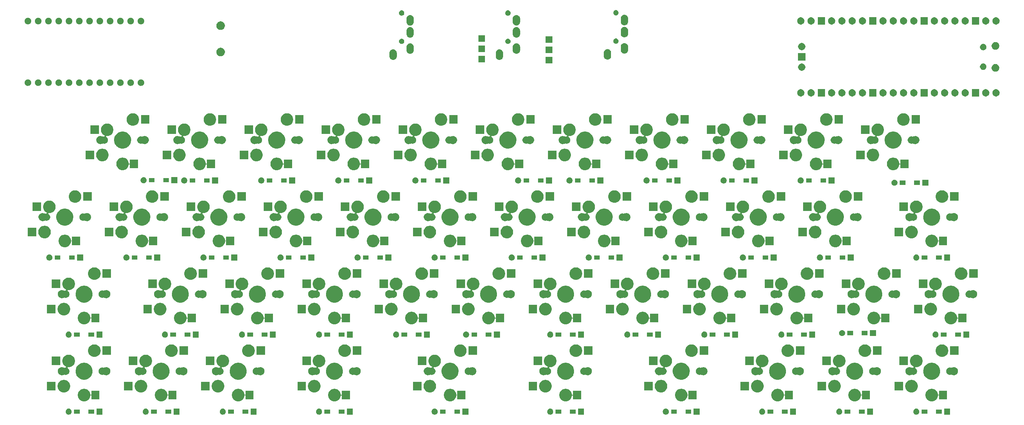
<source format=gbs>
G04 #@! TF.GenerationSoftware,KiCad,Pcbnew,(5.1.6-0-10_14)*
G04 #@! TF.CreationDate,2022-07-23T13:37:28+09:00*
G04 #@! TF.ProjectId,cool445,636f6f6c-3434-4352-9e6b-696361645f70,rev?*
G04 #@! TF.SameCoordinates,Original*
G04 #@! TF.FileFunction,Soldermask,Bot*
G04 #@! TF.FilePolarity,Negative*
%FSLAX46Y46*%
G04 Gerber Fmt 4.6, Leading zero omitted, Abs format (unit mm)*
G04 Created by KiCad (PCBNEW (5.1.6-0-10_14)) date 2022-07-23 13:37:28*
%MOMM*%
%LPD*%
G01*
G04 APERTURE LIST*
%ADD10C,0.100000*%
G04 APERTURE END LIST*
D10*
G36*
X242684500Y-67899500D02*
G01*
X241185500Y-67899500D01*
X241185500Y-66400500D01*
X242684500Y-66400500D01*
X242684500Y-67899500D01*
G37*
G36*
X234409425Y-66404599D02*
G01*
X234533621Y-66429302D01*
X234670022Y-66485801D01*
X234792779Y-66567825D01*
X234897175Y-66672221D01*
X234979199Y-66794978D01*
X235035698Y-66931379D01*
X235064500Y-67076181D01*
X235064500Y-67223819D01*
X235035698Y-67368621D01*
X234979199Y-67505022D01*
X234897175Y-67627779D01*
X234792779Y-67732175D01*
X234670022Y-67814199D01*
X234533621Y-67870698D01*
X234409425Y-67895401D01*
X234388820Y-67899500D01*
X234241180Y-67899500D01*
X234220575Y-67895401D01*
X234096379Y-67870698D01*
X233959978Y-67814199D01*
X233837221Y-67732175D01*
X233732825Y-67627779D01*
X233650801Y-67505022D01*
X233594302Y-67368621D01*
X233565500Y-67223819D01*
X233565500Y-67076181D01*
X233594302Y-66931379D01*
X233650801Y-66794978D01*
X233732825Y-66672221D01*
X233837221Y-66567825D01*
X233959978Y-66485801D01*
X234096379Y-66429302D01*
X234220575Y-66404599D01*
X234241180Y-66400500D01*
X234388820Y-66400500D01*
X234409425Y-66404599D01*
G37*
G36*
X223634500Y-67899500D02*
G01*
X222135500Y-67899500D01*
X222135500Y-66400500D01*
X223634500Y-66400500D01*
X223634500Y-67899500D01*
G37*
G36*
X215359425Y-66404599D02*
G01*
X215483621Y-66429302D01*
X215620022Y-66485801D01*
X215742779Y-66567825D01*
X215847175Y-66672221D01*
X215929199Y-66794978D01*
X215985698Y-66931379D01*
X216014500Y-67076181D01*
X216014500Y-67223819D01*
X215985698Y-67368621D01*
X215929199Y-67505022D01*
X215847175Y-67627779D01*
X215742779Y-67732175D01*
X215620022Y-67814199D01*
X215483621Y-67870698D01*
X215359425Y-67895401D01*
X215338820Y-67899500D01*
X215191180Y-67899500D01*
X215170575Y-67895401D01*
X215046379Y-67870698D01*
X214909978Y-67814199D01*
X214787221Y-67732175D01*
X214682825Y-67627779D01*
X214600801Y-67505022D01*
X214544302Y-67368621D01*
X214515500Y-67223819D01*
X214515500Y-67076181D01*
X214544302Y-66931379D01*
X214600801Y-66794978D01*
X214682825Y-66672221D01*
X214787221Y-66567825D01*
X214909978Y-66485801D01*
X215046379Y-66429302D01*
X215170575Y-66404599D01*
X215191180Y-66400500D01*
X215338820Y-66400500D01*
X215359425Y-66404599D01*
G37*
G36*
X204584500Y-67899500D02*
G01*
X203085500Y-67899500D01*
X203085500Y-66400500D01*
X204584500Y-66400500D01*
X204584500Y-67899500D01*
G37*
G36*
X196309425Y-66404599D02*
G01*
X196433621Y-66429302D01*
X196570022Y-66485801D01*
X196692779Y-66567825D01*
X196797175Y-66672221D01*
X196879199Y-66794978D01*
X196935698Y-66931379D01*
X196964500Y-67076181D01*
X196964500Y-67223819D01*
X196935698Y-67368621D01*
X196879199Y-67505022D01*
X196797175Y-67627779D01*
X196692779Y-67732175D01*
X196570022Y-67814199D01*
X196433621Y-67870698D01*
X196309425Y-67895401D01*
X196288820Y-67899500D01*
X196141180Y-67899500D01*
X196120575Y-67895401D01*
X195996379Y-67870698D01*
X195859978Y-67814199D01*
X195737221Y-67732175D01*
X195632825Y-67627779D01*
X195550801Y-67505022D01*
X195494302Y-67368621D01*
X195465500Y-67223819D01*
X195465500Y-67076181D01*
X195494302Y-66931379D01*
X195550801Y-66794978D01*
X195632825Y-66672221D01*
X195737221Y-66567825D01*
X195859978Y-66485801D01*
X195996379Y-66429302D01*
X196120575Y-66404599D01*
X196141180Y-66400500D01*
X196288820Y-66400500D01*
X196309425Y-66404599D01*
G37*
G36*
X180772500Y-67899500D02*
G01*
X179273500Y-67899500D01*
X179273500Y-66400500D01*
X180772500Y-66400500D01*
X180772500Y-67899500D01*
G37*
G36*
X172497425Y-66404599D02*
G01*
X172621621Y-66429302D01*
X172758022Y-66485801D01*
X172880779Y-66567825D01*
X172985175Y-66672221D01*
X173067199Y-66794978D01*
X173123698Y-66931379D01*
X173152500Y-67076181D01*
X173152500Y-67223819D01*
X173123698Y-67368621D01*
X173067199Y-67505022D01*
X172985175Y-67627779D01*
X172880779Y-67732175D01*
X172758022Y-67814199D01*
X172621621Y-67870698D01*
X172497425Y-67895401D01*
X172476820Y-67899500D01*
X172329180Y-67899500D01*
X172308575Y-67895401D01*
X172184379Y-67870698D01*
X172047978Y-67814199D01*
X171925221Y-67732175D01*
X171820825Y-67627779D01*
X171738801Y-67505022D01*
X171682302Y-67368621D01*
X171653500Y-67223819D01*
X171653500Y-67076181D01*
X171682302Y-66931379D01*
X171738801Y-66794978D01*
X171820825Y-66672221D01*
X171925221Y-66567825D01*
X172047978Y-66485801D01*
X172184379Y-66429302D01*
X172308575Y-66404599D01*
X172329180Y-66400500D01*
X172476820Y-66400500D01*
X172497425Y-66404599D01*
G37*
G36*
X152197500Y-67899500D02*
G01*
X150698500Y-67899500D01*
X150698500Y-66400500D01*
X152197500Y-66400500D01*
X152197500Y-67899500D01*
G37*
G36*
X143922425Y-66404599D02*
G01*
X144046621Y-66429302D01*
X144183022Y-66485801D01*
X144305779Y-66567825D01*
X144410175Y-66672221D01*
X144492199Y-66794978D01*
X144548698Y-66931379D01*
X144577500Y-67076181D01*
X144577500Y-67223819D01*
X144548698Y-67368621D01*
X144492199Y-67505022D01*
X144410175Y-67627779D01*
X144305779Y-67732175D01*
X144183022Y-67814199D01*
X144046621Y-67870698D01*
X143922425Y-67895401D01*
X143901820Y-67899500D01*
X143754180Y-67899500D01*
X143733575Y-67895401D01*
X143609379Y-67870698D01*
X143472978Y-67814199D01*
X143350221Y-67732175D01*
X143245825Y-67627779D01*
X143163801Y-67505022D01*
X143107302Y-67368621D01*
X143078500Y-67223819D01*
X143078500Y-67076181D01*
X143107302Y-66931379D01*
X143163801Y-66794978D01*
X143245825Y-66672221D01*
X143350221Y-66567825D01*
X143472978Y-66485801D01*
X143609379Y-66429302D01*
X143733575Y-66404599D01*
X143754180Y-66400500D01*
X143901820Y-66400500D01*
X143922425Y-66404599D01*
G37*
G36*
X123622500Y-67899500D02*
G01*
X122123500Y-67899500D01*
X122123500Y-66400500D01*
X123622500Y-66400500D01*
X123622500Y-67899500D01*
G37*
G36*
X115347425Y-66404599D02*
G01*
X115471621Y-66429302D01*
X115608022Y-66485801D01*
X115730779Y-66567825D01*
X115835175Y-66672221D01*
X115917199Y-66794978D01*
X115973698Y-66931379D01*
X116002500Y-67076181D01*
X116002500Y-67223819D01*
X115973698Y-67368621D01*
X115917199Y-67505022D01*
X115835175Y-67627779D01*
X115730779Y-67732175D01*
X115608022Y-67814199D01*
X115471621Y-67870698D01*
X115347425Y-67895401D01*
X115326820Y-67899500D01*
X115179180Y-67899500D01*
X115158575Y-67895401D01*
X115034379Y-67870698D01*
X114897978Y-67814199D01*
X114775221Y-67732175D01*
X114670825Y-67627779D01*
X114588801Y-67505022D01*
X114532302Y-67368621D01*
X114503500Y-67223819D01*
X114503500Y-67076181D01*
X114532302Y-66931379D01*
X114588801Y-66794978D01*
X114670825Y-66672221D01*
X114775221Y-66567825D01*
X114897978Y-66485801D01*
X115034379Y-66429302D01*
X115158575Y-66404599D01*
X115179180Y-66400500D01*
X115326820Y-66400500D01*
X115347425Y-66404599D01*
G37*
G36*
X95047500Y-67899500D02*
G01*
X93548500Y-67899500D01*
X93548500Y-66400500D01*
X95047500Y-66400500D01*
X95047500Y-67899500D01*
G37*
G36*
X86772425Y-66404599D02*
G01*
X86896621Y-66429302D01*
X87033022Y-66485801D01*
X87155779Y-66567825D01*
X87260175Y-66672221D01*
X87342199Y-66794978D01*
X87398698Y-66931379D01*
X87427500Y-67076181D01*
X87427500Y-67223819D01*
X87398698Y-67368621D01*
X87342199Y-67505022D01*
X87260175Y-67627779D01*
X87155779Y-67732175D01*
X87033022Y-67814199D01*
X86896621Y-67870698D01*
X86772425Y-67895401D01*
X86751820Y-67899500D01*
X86604180Y-67899500D01*
X86583575Y-67895401D01*
X86459379Y-67870698D01*
X86322978Y-67814199D01*
X86200221Y-67732175D01*
X86095825Y-67627779D01*
X86013801Y-67505022D01*
X85957302Y-67368621D01*
X85928500Y-67223819D01*
X85928500Y-67076181D01*
X85957302Y-66931379D01*
X86013801Y-66794978D01*
X86095825Y-66672221D01*
X86200221Y-66567825D01*
X86322978Y-66485801D01*
X86459379Y-66429302D01*
X86583575Y-66404599D01*
X86604180Y-66400500D01*
X86751820Y-66400500D01*
X86772425Y-66404599D01*
G37*
G36*
X71234500Y-67899500D02*
G01*
X69735500Y-67899500D01*
X69735500Y-66400500D01*
X71234500Y-66400500D01*
X71234500Y-67899500D01*
G37*
G36*
X62959425Y-66404599D02*
G01*
X63083621Y-66429302D01*
X63220022Y-66485801D01*
X63342779Y-66567825D01*
X63447175Y-66672221D01*
X63529199Y-66794978D01*
X63585698Y-66931379D01*
X63614500Y-67076181D01*
X63614500Y-67223819D01*
X63585698Y-67368621D01*
X63529199Y-67505022D01*
X63447175Y-67627779D01*
X63342779Y-67732175D01*
X63220022Y-67814199D01*
X63083621Y-67870698D01*
X62959425Y-67895401D01*
X62938820Y-67899500D01*
X62791180Y-67899500D01*
X62770575Y-67895401D01*
X62646379Y-67870698D01*
X62509978Y-67814199D01*
X62387221Y-67732175D01*
X62282825Y-67627779D01*
X62200801Y-67505022D01*
X62144302Y-67368621D01*
X62115500Y-67223819D01*
X62115500Y-67076181D01*
X62144302Y-66931379D01*
X62200801Y-66794978D01*
X62282825Y-66672221D01*
X62387221Y-66567825D01*
X62509978Y-66485801D01*
X62646379Y-66429302D01*
X62770575Y-66404599D01*
X62791180Y-66400500D01*
X62938820Y-66400500D01*
X62959425Y-66404599D01*
G37*
G36*
X52184500Y-67899500D02*
G01*
X50685500Y-67899500D01*
X50685500Y-66400500D01*
X52184500Y-66400500D01*
X52184500Y-67899500D01*
G37*
G36*
X43909425Y-66404599D02*
G01*
X44033621Y-66429302D01*
X44170022Y-66485801D01*
X44292779Y-66567825D01*
X44397175Y-66672221D01*
X44479199Y-66794978D01*
X44535698Y-66931379D01*
X44564500Y-67076181D01*
X44564500Y-67223819D01*
X44535698Y-67368621D01*
X44479199Y-67505022D01*
X44397175Y-67627779D01*
X44292779Y-67732175D01*
X44170022Y-67814199D01*
X44033621Y-67870698D01*
X43909425Y-67895401D01*
X43888820Y-67899500D01*
X43741180Y-67899500D01*
X43720575Y-67895401D01*
X43596379Y-67870698D01*
X43459978Y-67814199D01*
X43337221Y-67732175D01*
X43232825Y-67627779D01*
X43150801Y-67505022D01*
X43094302Y-67368621D01*
X43065500Y-67223819D01*
X43065500Y-67076181D01*
X43094302Y-66931379D01*
X43150801Y-66794978D01*
X43232825Y-66672221D01*
X43337221Y-66567825D01*
X43459978Y-66485801D01*
X43596379Y-66429302D01*
X43720575Y-66404599D01*
X43741180Y-66400500D01*
X43888820Y-66400500D01*
X43909425Y-66404599D01*
G37*
G36*
X33134500Y-67899500D02*
G01*
X31635500Y-67899500D01*
X31635500Y-66400500D01*
X33134500Y-66400500D01*
X33134500Y-67899500D01*
G37*
G36*
X24859425Y-66404599D02*
G01*
X24983621Y-66429302D01*
X25120022Y-66485801D01*
X25242779Y-66567825D01*
X25347175Y-66672221D01*
X25429199Y-66794978D01*
X25485698Y-66931379D01*
X25514500Y-67076181D01*
X25514500Y-67223819D01*
X25485698Y-67368621D01*
X25429199Y-67505022D01*
X25347175Y-67627779D01*
X25242779Y-67732175D01*
X25120022Y-67814199D01*
X24983621Y-67870698D01*
X24859425Y-67895401D01*
X24838820Y-67899500D01*
X24691180Y-67899500D01*
X24670575Y-67895401D01*
X24546379Y-67870698D01*
X24409978Y-67814199D01*
X24287221Y-67732175D01*
X24182825Y-67627779D01*
X24100801Y-67505022D01*
X24044302Y-67368621D01*
X24015500Y-67223819D01*
X24015500Y-67076181D01*
X24044302Y-66931379D01*
X24100801Y-66794978D01*
X24182825Y-66672221D01*
X24287221Y-66567825D01*
X24409978Y-66485801D01*
X24546379Y-66429302D01*
X24670575Y-66404599D01*
X24691180Y-66400500D01*
X24838820Y-66400500D01*
X24859425Y-66404599D01*
G37*
G36*
X178689000Y-67676000D02*
G01*
X177287000Y-67676000D01*
X177287000Y-66624000D01*
X178689000Y-66624000D01*
X178689000Y-67676000D01*
G37*
G36*
X117989000Y-67676000D02*
G01*
X116587000Y-67676000D01*
X116587000Y-66624000D01*
X117989000Y-66624000D01*
X117989000Y-67676000D01*
G37*
G36*
X237051000Y-67676000D02*
G01*
X235649000Y-67676000D01*
X235649000Y-66624000D01*
X237051000Y-66624000D01*
X237051000Y-67676000D01*
G37*
G36*
X146564000Y-67676000D02*
G01*
X145162000Y-67676000D01*
X145162000Y-66624000D01*
X146564000Y-66624000D01*
X146564000Y-67676000D01*
G37*
G36*
X175139000Y-67676000D02*
G01*
X173737000Y-67676000D01*
X173737000Y-66624000D01*
X175139000Y-66624000D01*
X175139000Y-67676000D01*
G37*
G36*
X221551000Y-67676000D02*
G01*
X220149000Y-67676000D01*
X220149000Y-66624000D01*
X221551000Y-66624000D01*
X221551000Y-67676000D01*
G37*
G36*
X218001000Y-67676000D02*
G01*
X216599000Y-67676000D01*
X216599000Y-66624000D01*
X218001000Y-66624000D01*
X218001000Y-67676000D01*
G37*
G36*
X150114000Y-67676000D02*
G01*
X148712000Y-67676000D01*
X148712000Y-66624000D01*
X150114000Y-66624000D01*
X150114000Y-67676000D01*
G37*
G36*
X31051000Y-67676000D02*
G01*
X29649000Y-67676000D01*
X29649000Y-66624000D01*
X31051000Y-66624000D01*
X31051000Y-67676000D01*
G37*
G36*
X27501000Y-67676000D02*
G01*
X26099000Y-67676000D01*
X26099000Y-66624000D01*
X27501000Y-66624000D01*
X27501000Y-67676000D01*
G37*
G36*
X202501000Y-67676000D02*
G01*
X201099000Y-67676000D01*
X201099000Y-66624000D01*
X202501000Y-66624000D01*
X202501000Y-67676000D01*
G37*
G36*
X198951000Y-67676000D02*
G01*
X197549000Y-67676000D01*
X197549000Y-66624000D01*
X198951000Y-66624000D01*
X198951000Y-67676000D01*
G37*
G36*
X50101000Y-67676000D02*
G01*
X48699000Y-67676000D01*
X48699000Y-66624000D01*
X50101000Y-66624000D01*
X50101000Y-67676000D01*
G37*
G36*
X46551000Y-67676000D02*
G01*
X45149000Y-67676000D01*
X45149000Y-66624000D01*
X46551000Y-66624000D01*
X46551000Y-67676000D01*
G37*
G36*
X121539000Y-67676000D02*
G01*
X120137000Y-67676000D01*
X120137000Y-66624000D01*
X121539000Y-66624000D01*
X121539000Y-67676000D01*
G37*
G36*
X89414000Y-67676000D02*
G01*
X88012000Y-67676000D01*
X88012000Y-66624000D01*
X89414000Y-66624000D01*
X89414000Y-67676000D01*
G37*
G36*
X92964000Y-67676000D02*
G01*
X91562000Y-67676000D01*
X91562000Y-66624000D01*
X92964000Y-66624000D01*
X92964000Y-67676000D01*
G37*
G36*
X240601000Y-67676000D02*
G01*
X239199000Y-67676000D01*
X239199000Y-66624000D01*
X240601000Y-66624000D01*
X240601000Y-67676000D01*
G37*
G36*
X69151000Y-67676000D02*
G01*
X67749000Y-67676000D01*
X67749000Y-66624000D01*
X69151000Y-66624000D01*
X69151000Y-67676000D01*
G37*
G36*
X65601000Y-67676000D02*
G01*
X64199000Y-67676000D01*
X64199000Y-66624000D01*
X65601000Y-66624000D01*
X65601000Y-67676000D01*
G37*
G36*
X200327585Y-61528802D02*
G01*
X200477410Y-61558604D01*
X200759674Y-61675521D01*
X201013705Y-61845259D01*
X201229741Y-62061295D01*
X201399479Y-62315326D01*
X201516396Y-62597590D01*
X201516396Y-62597591D01*
X201576404Y-62899270D01*
X201583517Y-62922719D01*
X201595068Y-62944330D01*
X201610613Y-62963272D01*
X201629555Y-62978817D01*
X201651166Y-62990368D01*
X201674615Y-62997481D01*
X201699001Y-62999883D01*
X201723387Y-62997481D01*
X201746836Y-62990368D01*
X201768447Y-62978817D01*
X201787389Y-62963272D01*
X201802934Y-62944330D01*
X201814485Y-62922719D01*
X201821598Y-62899270D01*
X201824000Y-62874884D01*
X201824000Y-61999000D01*
X203826000Y-61999000D01*
X203826000Y-64101000D01*
X201824000Y-64101000D01*
X201824000Y-63225116D01*
X201821598Y-63200730D01*
X201814485Y-63177281D01*
X201802934Y-63155670D01*
X201787389Y-63136728D01*
X201768447Y-63121183D01*
X201746836Y-63109632D01*
X201723387Y-63102519D01*
X201699001Y-63100117D01*
X201674615Y-63102519D01*
X201651166Y-63109632D01*
X201629555Y-63121183D01*
X201610613Y-63136728D01*
X201595068Y-63155670D01*
X201583517Y-63177281D01*
X201576404Y-63200730D01*
X201576000Y-63202760D01*
X201516396Y-63502410D01*
X201399479Y-63784674D01*
X201229741Y-64038705D01*
X201013705Y-64254741D01*
X200759674Y-64424479D01*
X200477410Y-64541396D01*
X200327585Y-64571198D01*
X200177761Y-64601000D01*
X199872239Y-64601000D01*
X199722415Y-64571198D01*
X199572590Y-64541396D01*
X199290326Y-64424479D01*
X199036295Y-64254741D01*
X198820259Y-64038705D01*
X198650521Y-63784674D01*
X198533604Y-63502410D01*
X198474000Y-63202760D01*
X198474000Y-62897240D01*
X198533604Y-62597590D01*
X198650521Y-62315326D01*
X198820259Y-62061295D01*
X199036295Y-61845259D01*
X199290326Y-61675521D01*
X199572590Y-61558604D01*
X199722415Y-61528802D01*
X199872239Y-61499000D01*
X200177761Y-61499000D01*
X200327585Y-61528802D01*
G37*
G36*
X176515585Y-61528802D02*
G01*
X176665410Y-61558604D01*
X176947674Y-61675521D01*
X177201705Y-61845259D01*
X177417741Y-62061295D01*
X177587479Y-62315326D01*
X177704396Y-62597590D01*
X177704396Y-62597591D01*
X177764404Y-62899270D01*
X177771517Y-62922719D01*
X177783068Y-62944330D01*
X177798613Y-62963272D01*
X177817555Y-62978817D01*
X177839166Y-62990368D01*
X177862615Y-62997481D01*
X177887001Y-62999883D01*
X177911387Y-62997481D01*
X177934836Y-62990368D01*
X177956447Y-62978817D01*
X177975389Y-62963272D01*
X177990934Y-62944330D01*
X178002485Y-62922719D01*
X178009598Y-62899270D01*
X178012000Y-62874884D01*
X178012000Y-61999000D01*
X180014000Y-61999000D01*
X180014000Y-64101000D01*
X178012000Y-64101000D01*
X178012000Y-63225116D01*
X178009598Y-63200730D01*
X178002485Y-63177281D01*
X177990934Y-63155670D01*
X177975389Y-63136728D01*
X177956447Y-63121183D01*
X177934836Y-63109632D01*
X177911387Y-63102519D01*
X177887001Y-63100117D01*
X177862615Y-63102519D01*
X177839166Y-63109632D01*
X177817555Y-63121183D01*
X177798613Y-63136728D01*
X177783068Y-63155670D01*
X177771517Y-63177281D01*
X177764404Y-63200730D01*
X177764000Y-63202760D01*
X177704396Y-63502410D01*
X177587479Y-63784674D01*
X177417741Y-64038705D01*
X177201705Y-64254741D01*
X176947674Y-64424479D01*
X176665410Y-64541396D01*
X176515585Y-64571198D01*
X176365761Y-64601000D01*
X176060239Y-64601000D01*
X175910415Y-64571198D01*
X175760590Y-64541396D01*
X175478326Y-64424479D01*
X175224295Y-64254741D01*
X175008259Y-64038705D01*
X174838521Y-63784674D01*
X174721604Y-63502410D01*
X174662000Y-63202760D01*
X174662000Y-62897240D01*
X174721604Y-62597590D01*
X174838521Y-62315326D01*
X175008259Y-62061295D01*
X175224295Y-61845259D01*
X175478326Y-61675521D01*
X175760590Y-61558604D01*
X175910415Y-61528802D01*
X176060239Y-61499000D01*
X176365761Y-61499000D01*
X176515585Y-61528802D01*
G37*
G36*
X28877585Y-61528802D02*
G01*
X29027410Y-61558604D01*
X29309674Y-61675521D01*
X29563705Y-61845259D01*
X29779741Y-62061295D01*
X29949479Y-62315326D01*
X30066396Y-62597590D01*
X30066396Y-62597591D01*
X30126404Y-62899270D01*
X30133517Y-62922719D01*
X30145068Y-62944330D01*
X30160613Y-62963272D01*
X30179555Y-62978817D01*
X30201166Y-62990368D01*
X30224615Y-62997481D01*
X30249001Y-62999883D01*
X30273387Y-62997481D01*
X30296836Y-62990368D01*
X30318447Y-62978817D01*
X30337389Y-62963272D01*
X30352934Y-62944330D01*
X30364485Y-62922719D01*
X30371598Y-62899270D01*
X30374000Y-62874884D01*
X30374000Y-61999000D01*
X32376000Y-61999000D01*
X32376000Y-64101000D01*
X30374000Y-64101000D01*
X30374000Y-63225116D01*
X30371598Y-63200730D01*
X30364485Y-63177281D01*
X30352934Y-63155670D01*
X30337389Y-63136728D01*
X30318447Y-63121183D01*
X30296836Y-63109632D01*
X30273387Y-63102519D01*
X30249001Y-63100117D01*
X30224615Y-63102519D01*
X30201166Y-63109632D01*
X30179555Y-63121183D01*
X30160613Y-63136728D01*
X30145068Y-63155670D01*
X30133517Y-63177281D01*
X30126404Y-63200730D01*
X30126000Y-63202760D01*
X30066396Y-63502410D01*
X29949479Y-63784674D01*
X29779741Y-64038705D01*
X29563705Y-64254741D01*
X29309674Y-64424479D01*
X29027410Y-64541396D01*
X28877585Y-64571198D01*
X28727761Y-64601000D01*
X28422239Y-64601000D01*
X28272415Y-64571198D01*
X28122590Y-64541396D01*
X27840326Y-64424479D01*
X27586295Y-64254741D01*
X27370259Y-64038705D01*
X27200521Y-63784674D01*
X27083604Y-63502410D01*
X27024000Y-63202760D01*
X27024000Y-62897240D01*
X27083604Y-62597590D01*
X27200521Y-62315326D01*
X27370259Y-62061295D01*
X27586295Y-61845259D01*
X27840326Y-61675521D01*
X28122590Y-61558604D01*
X28272415Y-61528802D01*
X28422239Y-61499000D01*
X28727761Y-61499000D01*
X28877585Y-61528802D01*
G37*
G36*
X47927585Y-61528802D02*
G01*
X48077410Y-61558604D01*
X48359674Y-61675521D01*
X48613705Y-61845259D01*
X48829741Y-62061295D01*
X48999479Y-62315326D01*
X49116396Y-62597590D01*
X49116396Y-62597591D01*
X49176404Y-62899270D01*
X49183517Y-62922719D01*
X49195068Y-62944330D01*
X49210613Y-62963272D01*
X49229555Y-62978817D01*
X49251166Y-62990368D01*
X49274615Y-62997481D01*
X49299001Y-62999883D01*
X49323387Y-62997481D01*
X49346836Y-62990368D01*
X49368447Y-62978817D01*
X49387389Y-62963272D01*
X49402934Y-62944330D01*
X49414485Y-62922719D01*
X49421598Y-62899270D01*
X49424000Y-62874884D01*
X49424000Y-61999000D01*
X51426000Y-61999000D01*
X51426000Y-64101000D01*
X49424000Y-64101000D01*
X49424000Y-63225116D01*
X49421598Y-63200730D01*
X49414485Y-63177281D01*
X49402934Y-63155670D01*
X49387389Y-63136728D01*
X49368447Y-63121183D01*
X49346836Y-63109632D01*
X49323387Y-63102519D01*
X49299001Y-63100117D01*
X49274615Y-63102519D01*
X49251166Y-63109632D01*
X49229555Y-63121183D01*
X49210613Y-63136728D01*
X49195068Y-63155670D01*
X49183517Y-63177281D01*
X49176404Y-63200730D01*
X49176000Y-63202760D01*
X49116396Y-63502410D01*
X48999479Y-63784674D01*
X48829741Y-64038705D01*
X48613705Y-64254741D01*
X48359674Y-64424479D01*
X48077410Y-64541396D01*
X47927585Y-64571198D01*
X47777761Y-64601000D01*
X47472239Y-64601000D01*
X47322415Y-64571198D01*
X47172590Y-64541396D01*
X46890326Y-64424479D01*
X46636295Y-64254741D01*
X46420259Y-64038705D01*
X46250521Y-63784674D01*
X46133604Y-63502410D01*
X46074000Y-63202760D01*
X46074000Y-62897240D01*
X46133604Y-62597590D01*
X46250521Y-62315326D01*
X46420259Y-62061295D01*
X46636295Y-61845259D01*
X46890326Y-61675521D01*
X47172590Y-61558604D01*
X47322415Y-61528802D01*
X47472239Y-61499000D01*
X47777761Y-61499000D01*
X47927585Y-61528802D01*
G37*
G36*
X238427585Y-61528802D02*
G01*
X238577410Y-61558604D01*
X238859674Y-61675521D01*
X239113705Y-61845259D01*
X239329741Y-62061295D01*
X239499479Y-62315326D01*
X239616396Y-62597590D01*
X239616396Y-62597591D01*
X239676404Y-62899270D01*
X239683517Y-62922719D01*
X239695068Y-62944330D01*
X239710613Y-62963272D01*
X239729555Y-62978817D01*
X239751166Y-62990368D01*
X239774615Y-62997481D01*
X239799001Y-62999883D01*
X239823387Y-62997481D01*
X239846836Y-62990368D01*
X239868447Y-62978817D01*
X239887389Y-62963272D01*
X239902934Y-62944330D01*
X239914485Y-62922719D01*
X239921598Y-62899270D01*
X239924000Y-62874884D01*
X239924000Y-61999000D01*
X241926000Y-61999000D01*
X241926000Y-64101000D01*
X239924000Y-64101000D01*
X239924000Y-63225116D01*
X239921598Y-63200730D01*
X239914485Y-63177281D01*
X239902934Y-63155670D01*
X239887389Y-63136728D01*
X239868447Y-63121183D01*
X239846836Y-63109632D01*
X239823387Y-63102519D01*
X239799001Y-63100117D01*
X239774615Y-63102519D01*
X239751166Y-63109632D01*
X239729555Y-63121183D01*
X239710613Y-63136728D01*
X239695068Y-63155670D01*
X239683517Y-63177281D01*
X239676404Y-63200730D01*
X239676000Y-63202760D01*
X239616396Y-63502410D01*
X239499479Y-63784674D01*
X239329741Y-64038705D01*
X239113705Y-64254741D01*
X238859674Y-64424479D01*
X238577410Y-64541396D01*
X238427585Y-64571198D01*
X238277761Y-64601000D01*
X237972239Y-64601000D01*
X237822415Y-64571198D01*
X237672590Y-64541396D01*
X237390326Y-64424479D01*
X237136295Y-64254741D01*
X236920259Y-64038705D01*
X236750521Y-63784674D01*
X236633604Y-63502410D01*
X236574000Y-63202760D01*
X236574000Y-62897240D01*
X236633604Y-62597590D01*
X236750521Y-62315326D01*
X236920259Y-62061295D01*
X237136295Y-61845259D01*
X237390326Y-61675521D01*
X237672590Y-61558604D01*
X237822415Y-61528802D01*
X237972239Y-61499000D01*
X238277761Y-61499000D01*
X238427585Y-61528802D01*
G37*
G36*
X219377585Y-61528802D02*
G01*
X219527410Y-61558604D01*
X219809674Y-61675521D01*
X220063705Y-61845259D01*
X220279741Y-62061295D01*
X220449479Y-62315326D01*
X220566396Y-62597590D01*
X220566396Y-62597591D01*
X220626404Y-62899270D01*
X220633517Y-62922719D01*
X220645068Y-62944330D01*
X220660613Y-62963272D01*
X220679555Y-62978817D01*
X220701166Y-62990368D01*
X220724615Y-62997481D01*
X220749001Y-62999883D01*
X220773387Y-62997481D01*
X220796836Y-62990368D01*
X220818447Y-62978817D01*
X220837389Y-62963272D01*
X220852934Y-62944330D01*
X220864485Y-62922719D01*
X220871598Y-62899270D01*
X220874000Y-62874884D01*
X220874000Y-61999000D01*
X222876000Y-61999000D01*
X222876000Y-64101000D01*
X220874000Y-64101000D01*
X220874000Y-63225116D01*
X220871598Y-63200730D01*
X220864485Y-63177281D01*
X220852934Y-63155670D01*
X220837389Y-63136728D01*
X220818447Y-63121183D01*
X220796836Y-63109632D01*
X220773387Y-63102519D01*
X220749001Y-63100117D01*
X220724615Y-63102519D01*
X220701166Y-63109632D01*
X220679555Y-63121183D01*
X220660613Y-63136728D01*
X220645068Y-63155670D01*
X220633517Y-63177281D01*
X220626404Y-63200730D01*
X220626000Y-63202760D01*
X220566396Y-63502410D01*
X220449479Y-63784674D01*
X220279741Y-64038705D01*
X220063705Y-64254741D01*
X219809674Y-64424479D01*
X219527410Y-64541396D01*
X219377585Y-64571198D01*
X219227761Y-64601000D01*
X218922239Y-64601000D01*
X218772415Y-64571198D01*
X218622590Y-64541396D01*
X218340326Y-64424479D01*
X218086295Y-64254741D01*
X217870259Y-64038705D01*
X217700521Y-63784674D01*
X217583604Y-63502410D01*
X217524000Y-63202760D01*
X217524000Y-62897240D01*
X217583604Y-62597590D01*
X217700521Y-62315326D01*
X217870259Y-62061295D01*
X218086295Y-61845259D01*
X218340326Y-61675521D01*
X218622590Y-61558604D01*
X218772415Y-61528802D01*
X218922239Y-61499000D01*
X219227761Y-61499000D01*
X219377585Y-61528802D01*
G37*
G36*
X90790585Y-61528802D02*
G01*
X90940410Y-61558604D01*
X91222674Y-61675521D01*
X91476705Y-61845259D01*
X91692741Y-62061295D01*
X91862479Y-62315326D01*
X91979396Y-62597590D01*
X91979396Y-62597591D01*
X92039404Y-62899270D01*
X92046517Y-62922719D01*
X92058068Y-62944330D01*
X92073613Y-62963272D01*
X92092555Y-62978817D01*
X92114166Y-62990368D01*
X92137615Y-62997481D01*
X92162001Y-62999883D01*
X92186387Y-62997481D01*
X92209836Y-62990368D01*
X92231447Y-62978817D01*
X92250389Y-62963272D01*
X92265934Y-62944330D01*
X92277485Y-62922719D01*
X92284598Y-62899270D01*
X92287000Y-62874884D01*
X92287000Y-61999000D01*
X94289000Y-61999000D01*
X94289000Y-64101000D01*
X92287000Y-64101000D01*
X92287000Y-63225116D01*
X92284598Y-63200730D01*
X92277485Y-63177281D01*
X92265934Y-63155670D01*
X92250389Y-63136728D01*
X92231447Y-63121183D01*
X92209836Y-63109632D01*
X92186387Y-63102519D01*
X92162001Y-63100117D01*
X92137615Y-63102519D01*
X92114166Y-63109632D01*
X92092555Y-63121183D01*
X92073613Y-63136728D01*
X92058068Y-63155670D01*
X92046517Y-63177281D01*
X92039404Y-63200730D01*
X92039000Y-63202760D01*
X91979396Y-63502410D01*
X91862479Y-63784674D01*
X91692741Y-64038705D01*
X91476705Y-64254741D01*
X91222674Y-64424479D01*
X90940410Y-64541396D01*
X90790585Y-64571198D01*
X90640761Y-64601000D01*
X90335239Y-64601000D01*
X90185415Y-64571198D01*
X90035590Y-64541396D01*
X89753326Y-64424479D01*
X89499295Y-64254741D01*
X89283259Y-64038705D01*
X89113521Y-63784674D01*
X88996604Y-63502410D01*
X88937000Y-63202760D01*
X88937000Y-62897240D01*
X88996604Y-62597590D01*
X89113521Y-62315326D01*
X89283259Y-62061295D01*
X89499295Y-61845259D01*
X89753326Y-61675521D01*
X90035590Y-61558604D01*
X90185415Y-61528802D01*
X90335239Y-61499000D01*
X90640761Y-61499000D01*
X90790585Y-61528802D01*
G37*
G36*
X66977585Y-61528802D02*
G01*
X67127410Y-61558604D01*
X67409674Y-61675521D01*
X67663705Y-61845259D01*
X67879741Y-62061295D01*
X68049479Y-62315326D01*
X68166396Y-62597590D01*
X68166396Y-62597591D01*
X68226404Y-62899270D01*
X68233517Y-62922719D01*
X68245068Y-62944330D01*
X68260613Y-62963272D01*
X68279555Y-62978817D01*
X68301166Y-62990368D01*
X68324615Y-62997481D01*
X68349001Y-62999883D01*
X68373387Y-62997481D01*
X68396836Y-62990368D01*
X68418447Y-62978817D01*
X68437389Y-62963272D01*
X68452934Y-62944330D01*
X68464485Y-62922719D01*
X68471598Y-62899270D01*
X68474000Y-62874884D01*
X68474000Y-61999000D01*
X70476000Y-61999000D01*
X70476000Y-64101000D01*
X68474000Y-64101000D01*
X68474000Y-63225116D01*
X68471598Y-63200730D01*
X68464485Y-63177281D01*
X68452934Y-63155670D01*
X68437389Y-63136728D01*
X68418447Y-63121183D01*
X68396836Y-63109632D01*
X68373387Y-63102519D01*
X68349001Y-63100117D01*
X68324615Y-63102519D01*
X68301166Y-63109632D01*
X68279555Y-63121183D01*
X68260613Y-63136728D01*
X68245068Y-63155670D01*
X68233517Y-63177281D01*
X68226404Y-63200730D01*
X68226000Y-63202760D01*
X68166396Y-63502410D01*
X68049479Y-63784674D01*
X67879741Y-64038705D01*
X67663705Y-64254741D01*
X67409674Y-64424479D01*
X67127410Y-64541396D01*
X66977585Y-64571198D01*
X66827761Y-64601000D01*
X66522239Y-64601000D01*
X66372415Y-64571198D01*
X66222590Y-64541396D01*
X65940326Y-64424479D01*
X65686295Y-64254741D01*
X65470259Y-64038705D01*
X65300521Y-63784674D01*
X65183604Y-63502410D01*
X65124000Y-63202760D01*
X65124000Y-62897240D01*
X65183604Y-62597590D01*
X65300521Y-62315326D01*
X65470259Y-62061295D01*
X65686295Y-61845259D01*
X65940326Y-61675521D01*
X66222590Y-61558604D01*
X66372415Y-61528802D01*
X66522239Y-61499000D01*
X66827761Y-61499000D01*
X66977585Y-61528802D01*
G37*
G36*
X147940585Y-61528802D02*
G01*
X148090410Y-61558604D01*
X148372674Y-61675521D01*
X148626705Y-61845259D01*
X148842741Y-62061295D01*
X149012479Y-62315326D01*
X149129396Y-62597590D01*
X149129396Y-62597591D01*
X149189404Y-62899270D01*
X149196517Y-62922719D01*
X149208068Y-62944330D01*
X149223613Y-62963272D01*
X149242555Y-62978817D01*
X149264166Y-62990368D01*
X149287615Y-62997481D01*
X149312001Y-62999883D01*
X149336387Y-62997481D01*
X149359836Y-62990368D01*
X149381447Y-62978817D01*
X149400389Y-62963272D01*
X149415934Y-62944330D01*
X149427485Y-62922719D01*
X149434598Y-62899270D01*
X149437000Y-62874884D01*
X149437000Y-61999000D01*
X151439000Y-61999000D01*
X151439000Y-64101000D01*
X149437000Y-64101000D01*
X149437000Y-63225116D01*
X149434598Y-63200730D01*
X149427485Y-63177281D01*
X149415934Y-63155670D01*
X149400389Y-63136728D01*
X149381447Y-63121183D01*
X149359836Y-63109632D01*
X149336387Y-63102519D01*
X149312001Y-63100117D01*
X149287615Y-63102519D01*
X149264166Y-63109632D01*
X149242555Y-63121183D01*
X149223613Y-63136728D01*
X149208068Y-63155670D01*
X149196517Y-63177281D01*
X149189404Y-63200730D01*
X149189000Y-63202760D01*
X149129396Y-63502410D01*
X149012479Y-63784674D01*
X148842741Y-64038705D01*
X148626705Y-64254741D01*
X148372674Y-64424479D01*
X148090410Y-64541396D01*
X147940585Y-64571198D01*
X147790761Y-64601000D01*
X147485239Y-64601000D01*
X147335415Y-64571198D01*
X147185590Y-64541396D01*
X146903326Y-64424479D01*
X146649295Y-64254741D01*
X146433259Y-64038705D01*
X146263521Y-63784674D01*
X146146604Y-63502410D01*
X146087000Y-63202760D01*
X146087000Y-62897240D01*
X146146604Y-62597590D01*
X146263521Y-62315326D01*
X146433259Y-62061295D01*
X146649295Y-61845259D01*
X146903326Y-61675521D01*
X147185590Y-61558604D01*
X147335415Y-61528802D01*
X147485239Y-61499000D01*
X147790761Y-61499000D01*
X147940585Y-61528802D01*
G37*
G36*
X119365585Y-61528802D02*
G01*
X119515410Y-61558604D01*
X119797674Y-61675521D01*
X120051705Y-61845259D01*
X120267741Y-62061295D01*
X120437479Y-62315326D01*
X120554396Y-62597590D01*
X120554396Y-62597591D01*
X120614404Y-62899270D01*
X120621517Y-62922719D01*
X120633068Y-62944330D01*
X120648613Y-62963272D01*
X120667555Y-62978817D01*
X120689166Y-62990368D01*
X120712615Y-62997481D01*
X120737001Y-62999883D01*
X120761387Y-62997481D01*
X120784836Y-62990368D01*
X120806447Y-62978817D01*
X120825389Y-62963272D01*
X120840934Y-62944330D01*
X120852485Y-62922719D01*
X120859598Y-62899270D01*
X120862000Y-62874884D01*
X120862000Y-61999000D01*
X122864000Y-61999000D01*
X122864000Y-64101000D01*
X120862000Y-64101000D01*
X120862000Y-63225116D01*
X120859598Y-63200730D01*
X120852485Y-63177281D01*
X120840934Y-63155670D01*
X120825389Y-63136728D01*
X120806447Y-63121183D01*
X120784836Y-63109632D01*
X120761387Y-63102519D01*
X120737001Y-63100117D01*
X120712615Y-63102519D01*
X120689166Y-63109632D01*
X120667555Y-63121183D01*
X120648613Y-63136728D01*
X120633068Y-63155670D01*
X120621517Y-63177281D01*
X120614404Y-63200730D01*
X120614000Y-63202760D01*
X120554396Y-63502410D01*
X120437479Y-63784674D01*
X120267741Y-64038705D01*
X120051705Y-64254741D01*
X119797674Y-64424479D01*
X119515410Y-64541396D01*
X119365585Y-64571198D01*
X119215761Y-64601000D01*
X118910239Y-64601000D01*
X118760415Y-64571198D01*
X118610590Y-64541396D01*
X118328326Y-64424479D01*
X118074295Y-64254741D01*
X117858259Y-64038705D01*
X117688521Y-63784674D01*
X117571604Y-63502410D01*
X117512000Y-63202760D01*
X117512000Y-62897240D01*
X117571604Y-62597590D01*
X117688521Y-62315326D01*
X117858259Y-62061295D01*
X118074295Y-61845259D01*
X118328326Y-61675521D01*
X118610590Y-61558604D01*
X118760415Y-61528802D01*
X118910239Y-61499000D01*
X119215761Y-61499000D01*
X119365585Y-61528802D01*
G37*
G36*
X214377585Y-59328802D02*
G01*
X214527410Y-59358604D01*
X214809674Y-59475521D01*
X215063705Y-59645259D01*
X215279741Y-59861295D01*
X215449479Y-60115326D01*
X215566396Y-60397590D01*
X215626000Y-60697240D01*
X215626000Y-61002760D01*
X215566396Y-61302410D01*
X215449479Y-61584674D01*
X215279741Y-61838705D01*
X215063705Y-62054741D01*
X214809674Y-62224479D01*
X214527410Y-62341396D01*
X214377585Y-62371198D01*
X214227761Y-62401000D01*
X213922239Y-62401000D01*
X213772415Y-62371198D01*
X213622590Y-62341396D01*
X213340326Y-62224479D01*
X213086295Y-62054741D01*
X212870259Y-61838705D01*
X212700521Y-61584674D01*
X212583604Y-61302410D01*
X212524000Y-61002760D01*
X212524000Y-60697240D01*
X212583604Y-60397590D01*
X212700521Y-60115326D01*
X212870259Y-59861295D01*
X213086295Y-59645259D01*
X213340326Y-59475521D01*
X213622590Y-59358604D01*
X213772415Y-59328802D01*
X213922239Y-59299000D01*
X214227761Y-59299000D01*
X214377585Y-59328802D01*
G37*
G36*
X42927585Y-59328802D02*
G01*
X43077410Y-59358604D01*
X43359674Y-59475521D01*
X43613705Y-59645259D01*
X43829741Y-59861295D01*
X43999479Y-60115326D01*
X44116396Y-60397590D01*
X44176000Y-60697240D01*
X44176000Y-61002760D01*
X44116396Y-61302410D01*
X43999479Y-61584674D01*
X43829741Y-61838705D01*
X43613705Y-62054741D01*
X43359674Y-62224479D01*
X43077410Y-62341396D01*
X42927585Y-62371198D01*
X42777761Y-62401000D01*
X42472239Y-62401000D01*
X42322415Y-62371198D01*
X42172590Y-62341396D01*
X41890326Y-62224479D01*
X41636295Y-62054741D01*
X41420259Y-61838705D01*
X41250521Y-61584674D01*
X41133604Y-61302410D01*
X41074000Y-61002760D01*
X41074000Y-60697240D01*
X41133604Y-60397590D01*
X41250521Y-60115326D01*
X41420259Y-59861295D01*
X41636295Y-59645259D01*
X41890326Y-59475521D01*
X42172590Y-59358604D01*
X42322415Y-59328802D01*
X42472239Y-59299000D01*
X42777761Y-59299000D01*
X42927585Y-59328802D01*
G37*
G36*
X61977585Y-59328802D02*
G01*
X62127410Y-59358604D01*
X62409674Y-59475521D01*
X62663705Y-59645259D01*
X62879741Y-59861295D01*
X63049479Y-60115326D01*
X63166396Y-60397590D01*
X63226000Y-60697240D01*
X63226000Y-61002760D01*
X63166396Y-61302410D01*
X63049479Y-61584674D01*
X62879741Y-61838705D01*
X62663705Y-62054741D01*
X62409674Y-62224479D01*
X62127410Y-62341396D01*
X61977585Y-62371198D01*
X61827761Y-62401000D01*
X61522239Y-62401000D01*
X61372415Y-62371198D01*
X61222590Y-62341396D01*
X60940326Y-62224479D01*
X60686295Y-62054741D01*
X60470259Y-61838705D01*
X60300521Y-61584674D01*
X60183604Y-61302410D01*
X60124000Y-61002760D01*
X60124000Y-60697240D01*
X60183604Y-60397590D01*
X60300521Y-60115326D01*
X60470259Y-59861295D01*
X60686295Y-59645259D01*
X60940326Y-59475521D01*
X61222590Y-59358604D01*
X61372415Y-59328802D01*
X61522239Y-59299000D01*
X61827761Y-59299000D01*
X61977585Y-59328802D01*
G37*
G36*
X195327585Y-59328802D02*
G01*
X195477410Y-59358604D01*
X195759674Y-59475521D01*
X196013705Y-59645259D01*
X196229741Y-59861295D01*
X196399479Y-60115326D01*
X196516396Y-60397590D01*
X196576000Y-60697240D01*
X196576000Y-61002760D01*
X196516396Y-61302410D01*
X196399479Y-61584674D01*
X196229741Y-61838705D01*
X196013705Y-62054741D01*
X195759674Y-62224479D01*
X195477410Y-62341396D01*
X195327585Y-62371198D01*
X195177761Y-62401000D01*
X194872239Y-62401000D01*
X194722415Y-62371198D01*
X194572590Y-62341396D01*
X194290326Y-62224479D01*
X194036295Y-62054741D01*
X193820259Y-61838705D01*
X193650521Y-61584674D01*
X193533604Y-61302410D01*
X193474000Y-61002760D01*
X193474000Y-60697240D01*
X193533604Y-60397590D01*
X193650521Y-60115326D01*
X193820259Y-59861295D01*
X194036295Y-59645259D01*
X194290326Y-59475521D01*
X194572590Y-59358604D01*
X194722415Y-59328802D01*
X194872239Y-59299000D01*
X195177761Y-59299000D01*
X195327585Y-59328802D01*
G37*
G36*
X142940585Y-59328802D02*
G01*
X143090410Y-59358604D01*
X143372674Y-59475521D01*
X143626705Y-59645259D01*
X143842741Y-59861295D01*
X144012479Y-60115326D01*
X144129396Y-60397590D01*
X144189000Y-60697240D01*
X144189000Y-61002760D01*
X144129396Y-61302410D01*
X144012479Y-61584674D01*
X143842741Y-61838705D01*
X143626705Y-62054741D01*
X143372674Y-62224479D01*
X143090410Y-62341396D01*
X142940585Y-62371198D01*
X142790761Y-62401000D01*
X142485239Y-62401000D01*
X142335415Y-62371198D01*
X142185590Y-62341396D01*
X141903326Y-62224479D01*
X141649295Y-62054741D01*
X141433259Y-61838705D01*
X141263521Y-61584674D01*
X141146604Y-61302410D01*
X141087000Y-61002760D01*
X141087000Y-60697240D01*
X141146604Y-60397590D01*
X141263521Y-60115326D01*
X141433259Y-59861295D01*
X141649295Y-59645259D01*
X141903326Y-59475521D01*
X142185590Y-59358604D01*
X142335415Y-59328802D01*
X142485239Y-59299000D01*
X142790761Y-59299000D01*
X142940585Y-59328802D01*
G37*
G36*
X171515585Y-59328802D02*
G01*
X171665410Y-59358604D01*
X171947674Y-59475521D01*
X172201705Y-59645259D01*
X172417741Y-59861295D01*
X172587479Y-60115326D01*
X172704396Y-60397590D01*
X172764000Y-60697240D01*
X172764000Y-61002760D01*
X172704396Y-61302410D01*
X172587479Y-61584674D01*
X172417741Y-61838705D01*
X172201705Y-62054741D01*
X171947674Y-62224479D01*
X171665410Y-62341396D01*
X171515585Y-62371198D01*
X171365761Y-62401000D01*
X171060239Y-62401000D01*
X170910415Y-62371198D01*
X170760590Y-62341396D01*
X170478326Y-62224479D01*
X170224295Y-62054741D01*
X170008259Y-61838705D01*
X169838521Y-61584674D01*
X169721604Y-61302410D01*
X169662000Y-61002760D01*
X169662000Y-60697240D01*
X169721604Y-60397590D01*
X169838521Y-60115326D01*
X170008259Y-59861295D01*
X170224295Y-59645259D01*
X170478326Y-59475521D01*
X170760590Y-59358604D01*
X170910415Y-59328802D01*
X171060239Y-59299000D01*
X171365761Y-59299000D01*
X171515585Y-59328802D01*
G37*
G36*
X233427585Y-59328802D02*
G01*
X233577410Y-59358604D01*
X233859674Y-59475521D01*
X234113705Y-59645259D01*
X234329741Y-59861295D01*
X234499479Y-60115326D01*
X234616396Y-60397590D01*
X234676000Y-60697240D01*
X234676000Y-61002760D01*
X234616396Y-61302410D01*
X234499479Y-61584674D01*
X234329741Y-61838705D01*
X234113705Y-62054741D01*
X233859674Y-62224479D01*
X233577410Y-62341396D01*
X233427585Y-62371198D01*
X233277761Y-62401000D01*
X232972239Y-62401000D01*
X232822415Y-62371198D01*
X232672590Y-62341396D01*
X232390326Y-62224479D01*
X232136295Y-62054741D01*
X231920259Y-61838705D01*
X231750521Y-61584674D01*
X231633604Y-61302410D01*
X231574000Y-61002760D01*
X231574000Y-60697240D01*
X231633604Y-60397590D01*
X231750521Y-60115326D01*
X231920259Y-59861295D01*
X232136295Y-59645259D01*
X232390326Y-59475521D01*
X232672590Y-59358604D01*
X232822415Y-59328802D01*
X232972239Y-59299000D01*
X233277761Y-59299000D01*
X233427585Y-59328802D01*
G37*
G36*
X114365585Y-59328802D02*
G01*
X114515410Y-59358604D01*
X114797674Y-59475521D01*
X115051705Y-59645259D01*
X115267741Y-59861295D01*
X115437479Y-60115326D01*
X115554396Y-60397590D01*
X115614000Y-60697240D01*
X115614000Y-61002760D01*
X115554396Y-61302410D01*
X115437479Y-61584674D01*
X115267741Y-61838705D01*
X115051705Y-62054741D01*
X114797674Y-62224479D01*
X114515410Y-62341396D01*
X114365585Y-62371198D01*
X114215761Y-62401000D01*
X113910239Y-62401000D01*
X113760415Y-62371198D01*
X113610590Y-62341396D01*
X113328326Y-62224479D01*
X113074295Y-62054741D01*
X112858259Y-61838705D01*
X112688521Y-61584674D01*
X112571604Y-61302410D01*
X112512000Y-61002760D01*
X112512000Y-60697240D01*
X112571604Y-60397590D01*
X112688521Y-60115326D01*
X112858259Y-59861295D01*
X113074295Y-59645259D01*
X113328326Y-59475521D01*
X113610590Y-59358604D01*
X113760415Y-59328802D01*
X113910239Y-59299000D01*
X114215761Y-59299000D01*
X114365585Y-59328802D01*
G37*
G36*
X23877585Y-59328802D02*
G01*
X24027410Y-59358604D01*
X24309674Y-59475521D01*
X24563705Y-59645259D01*
X24779741Y-59861295D01*
X24949479Y-60115326D01*
X25066396Y-60397590D01*
X25126000Y-60697240D01*
X25126000Y-61002760D01*
X25066396Y-61302410D01*
X24949479Y-61584674D01*
X24779741Y-61838705D01*
X24563705Y-62054741D01*
X24309674Y-62224479D01*
X24027410Y-62341396D01*
X23877585Y-62371198D01*
X23727761Y-62401000D01*
X23422239Y-62401000D01*
X23272415Y-62371198D01*
X23122590Y-62341396D01*
X22840326Y-62224479D01*
X22586295Y-62054741D01*
X22370259Y-61838705D01*
X22200521Y-61584674D01*
X22083604Y-61302410D01*
X22024000Y-61002760D01*
X22024000Y-60697240D01*
X22083604Y-60397590D01*
X22200521Y-60115326D01*
X22370259Y-59861295D01*
X22586295Y-59645259D01*
X22840326Y-59475521D01*
X23122590Y-59358604D01*
X23272415Y-59328802D01*
X23422239Y-59299000D01*
X23727761Y-59299000D01*
X23877585Y-59328802D01*
G37*
G36*
X85790585Y-59328802D02*
G01*
X85940410Y-59358604D01*
X86222674Y-59475521D01*
X86476705Y-59645259D01*
X86692741Y-59861295D01*
X86862479Y-60115326D01*
X86979396Y-60397590D01*
X87039000Y-60697240D01*
X87039000Y-61002760D01*
X86979396Y-61302410D01*
X86862479Y-61584674D01*
X86692741Y-61838705D01*
X86476705Y-62054741D01*
X86222674Y-62224479D01*
X85940410Y-62341396D01*
X85790585Y-62371198D01*
X85640761Y-62401000D01*
X85335239Y-62401000D01*
X85185415Y-62371198D01*
X85035590Y-62341396D01*
X84753326Y-62224479D01*
X84499295Y-62054741D01*
X84283259Y-61838705D01*
X84113521Y-61584674D01*
X83996604Y-61302410D01*
X83937000Y-61002760D01*
X83937000Y-60697240D01*
X83996604Y-60397590D01*
X84113521Y-60115326D01*
X84283259Y-59861295D01*
X84499295Y-59645259D01*
X84753326Y-59475521D01*
X85035590Y-59358604D01*
X85185415Y-59328802D01*
X85335239Y-59299000D01*
X85640761Y-59299000D01*
X85790585Y-59328802D01*
G37*
G36*
X140589000Y-61901000D02*
G01*
X138487000Y-61901000D01*
X138487000Y-59799000D01*
X140589000Y-59799000D01*
X140589000Y-61901000D01*
G37*
G36*
X231076000Y-61901000D02*
G01*
X228974000Y-61901000D01*
X228974000Y-59799000D01*
X231076000Y-59799000D01*
X231076000Y-61901000D01*
G37*
G36*
X212026000Y-61901000D02*
G01*
X209924000Y-61901000D01*
X209924000Y-59799000D01*
X212026000Y-59799000D01*
X212026000Y-61901000D01*
G37*
G36*
X192976000Y-61901000D02*
G01*
X190874000Y-61901000D01*
X190874000Y-59799000D01*
X192976000Y-59799000D01*
X192976000Y-61901000D01*
G37*
G36*
X21526000Y-61901000D02*
G01*
X19424000Y-61901000D01*
X19424000Y-59799000D01*
X21526000Y-59799000D01*
X21526000Y-61901000D01*
G37*
G36*
X40576000Y-61901000D02*
G01*
X38474000Y-61901000D01*
X38474000Y-59799000D01*
X40576000Y-59799000D01*
X40576000Y-61901000D01*
G37*
G36*
X169164000Y-61901000D02*
G01*
X167062000Y-61901000D01*
X167062000Y-59799000D01*
X169164000Y-59799000D01*
X169164000Y-61901000D01*
G37*
G36*
X83439000Y-61901000D02*
G01*
X81337000Y-61901000D01*
X81337000Y-59799000D01*
X83439000Y-59799000D01*
X83439000Y-61901000D01*
G37*
G36*
X112014000Y-61901000D02*
G01*
X109912000Y-61901000D01*
X109912000Y-59799000D01*
X112014000Y-59799000D01*
X112014000Y-61901000D01*
G37*
G36*
X59626000Y-61901000D02*
G01*
X57524000Y-61901000D01*
X57524000Y-59799000D01*
X59626000Y-59799000D01*
X59626000Y-61901000D01*
G37*
G36*
X29052536Y-55102827D02*
G01*
X29187839Y-55129740D01*
X29570197Y-55288118D01*
X29914310Y-55518047D01*
X30206953Y-55810690D01*
X30433005Y-56149000D01*
X30436883Y-56154805D01*
X30474905Y-56246598D01*
X30584797Y-56511900D01*
X30595260Y-56537162D01*
X30676000Y-56943068D01*
X30676000Y-57356932D01*
X30622847Y-57624149D01*
X30595260Y-57762839D01*
X30490473Y-58015818D01*
X30471959Y-58060515D01*
X30436882Y-58145197D01*
X30206953Y-58489310D01*
X29914310Y-58781953D01*
X29570197Y-59011882D01*
X29187839Y-59170260D01*
X29052536Y-59197173D01*
X28781932Y-59251000D01*
X28368068Y-59251000D01*
X28097464Y-59197173D01*
X27962161Y-59170260D01*
X27579803Y-59011882D01*
X27235690Y-58781953D01*
X26943047Y-58489310D01*
X26713118Y-58145197D01*
X26678042Y-58060515D01*
X26659527Y-58015818D01*
X26554740Y-57762839D01*
X26527153Y-57624149D01*
X26474000Y-57356932D01*
X26474000Y-56943068D01*
X26554740Y-56537162D01*
X26565204Y-56511900D01*
X26675095Y-56246598D01*
X26713117Y-56154805D01*
X26716996Y-56149000D01*
X26943047Y-55810690D01*
X27235690Y-55518047D01*
X27579803Y-55288118D01*
X27962161Y-55129740D01*
X28097464Y-55102827D01*
X28368068Y-55049000D01*
X28781932Y-55049000D01*
X29052536Y-55102827D01*
G37*
G36*
X48102536Y-55102827D02*
G01*
X48237839Y-55129740D01*
X48620197Y-55288118D01*
X48964310Y-55518047D01*
X49256953Y-55810690D01*
X49483005Y-56149000D01*
X49486883Y-56154805D01*
X49524905Y-56246598D01*
X49634797Y-56511900D01*
X49645260Y-56537162D01*
X49726000Y-56943068D01*
X49726000Y-57356932D01*
X49672847Y-57624149D01*
X49645260Y-57762839D01*
X49540473Y-58015818D01*
X49521959Y-58060515D01*
X49486882Y-58145197D01*
X49256953Y-58489310D01*
X48964310Y-58781953D01*
X48620197Y-59011882D01*
X48237839Y-59170260D01*
X48102536Y-59197173D01*
X47831932Y-59251000D01*
X47418068Y-59251000D01*
X47147464Y-59197173D01*
X47012161Y-59170260D01*
X46629803Y-59011882D01*
X46285690Y-58781953D01*
X45993047Y-58489310D01*
X45763118Y-58145197D01*
X45728042Y-58060515D01*
X45709527Y-58015818D01*
X45604740Y-57762839D01*
X45577153Y-57624149D01*
X45524000Y-57356932D01*
X45524000Y-56943068D01*
X45604740Y-56537162D01*
X45615204Y-56511900D01*
X45725095Y-56246598D01*
X45763117Y-56154805D01*
X45766996Y-56149000D01*
X45993047Y-55810690D01*
X46285690Y-55518047D01*
X46629803Y-55288118D01*
X47012161Y-55129740D01*
X47147464Y-55102827D01*
X47418068Y-55049000D01*
X47831932Y-55049000D01*
X48102536Y-55102827D01*
G37*
G36*
X67152536Y-55102827D02*
G01*
X67287839Y-55129740D01*
X67670197Y-55288118D01*
X68014310Y-55518047D01*
X68306953Y-55810690D01*
X68533005Y-56149000D01*
X68536883Y-56154805D01*
X68574905Y-56246598D01*
X68684797Y-56511900D01*
X68695260Y-56537162D01*
X68776000Y-56943068D01*
X68776000Y-57356932D01*
X68722847Y-57624149D01*
X68695260Y-57762839D01*
X68590473Y-58015818D01*
X68571959Y-58060515D01*
X68536882Y-58145197D01*
X68306953Y-58489310D01*
X68014310Y-58781953D01*
X67670197Y-59011882D01*
X67287839Y-59170260D01*
X67152536Y-59197173D01*
X66881932Y-59251000D01*
X66468068Y-59251000D01*
X66197464Y-59197173D01*
X66062161Y-59170260D01*
X65679803Y-59011882D01*
X65335690Y-58781953D01*
X65043047Y-58489310D01*
X64813118Y-58145197D01*
X64778042Y-58060515D01*
X64759527Y-58015818D01*
X64654740Y-57762839D01*
X64627153Y-57624149D01*
X64574000Y-57356932D01*
X64574000Y-56943068D01*
X64654740Y-56537162D01*
X64665204Y-56511900D01*
X64775095Y-56246598D01*
X64813117Y-56154805D01*
X64816996Y-56149000D01*
X65043047Y-55810690D01*
X65335690Y-55518047D01*
X65679803Y-55288118D01*
X66062161Y-55129740D01*
X66197464Y-55102827D01*
X66468068Y-55049000D01*
X66881932Y-55049000D01*
X67152536Y-55102827D01*
G37*
G36*
X90965536Y-55102827D02*
G01*
X91100839Y-55129740D01*
X91483197Y-55288118D01*
X91827310Y-55518047D01*
X92119953Y-55810690D01*
X92346005Y-56149000D01*
X92349883Y-56154805D01*
X92387905Y-56246598D01*
X92497797Y-56511900D01*
X92508260Y-56537162D01*
X92589000Y-56943068D01*
X92589000Y-57356932D01*
X92535847Y-57624149D01*
X92508260Y-57762839D01*
X92403473Y-58015818D01*
X92384959Y-58060515D01*
X92349882Y-58145197D01*
X92119953Y-58489310D01*
X91827310Y-58781953D01*
X91483197Y-59011882D01*
X91100839Y-59170260D01*
X90965536Y-59197173D01*
X90694932Y-59251000D01*
X90281068Y-59251000D01*
X90010464Y-59197173D01*
X89875161Y-59170260D01*
X89492803Y-59011882D01*
X89148690Y-58781953D01*
X88856047Y-58489310D01*
X88626118Y-58145197D01*
X88591042Y-58060515D01*
X88572527Y-58015818D01*
X88467740Y-57762839D01*
X88440153Y-57624149D01*
X88387000Y-57356932D01*
X88387000Y-56943068D01*
X88467740Y-56537162D01*
X88478204Y-56511900D01*
X88588095Y-56246598D01*
X88626117Y-56154805D01*
X88629996Y-56149000D01*
X88856047Y-55810690D01*
X89148690Y-55518047D01*
X89492803Y-55288118D01*
X89875161Y-55129740D01*
X90010464Y-55102827D01*
X90281068Y-55049000D01*
X90694932Y-55049000D01*
X90965536Y-55102827D01*
G37*
G36*
X119540536Y-55102827D02*
G01*
X119675839Y-55129740D01*
X120058197Y-55288118D01*
X120402310Y-55518047D01*
X120694953Y-55810690D01*
X120921005Y-56149000D01*
X120924883Y-56154805D01*
X120962905Y-56246598D01*
X121072797Y-56511900D01*
X121083260Y-56537162D01*
X121164000Y-56943068D01*
X121164000Y-57356932D01*
X121110847Y-57624149D01*
X121083260Y-57762839D01*
X120978473Y-58015818D01*
X120959959Y-58060515D01*
X120924882Y-58145197D01*
X120694953Y-58489310D01*
X120402310Y-58781953D01*
X120058197Y-59011882D01*
X119675839Y-59170260D01*
X119540536Y-59197173D01*
X119269932Y-59251000D01*
X118856068Y-59251000D01*
X118585464Y-59197173D01*
X118450161Y-59170260D01*
X118067803Y-59011882D01*
X117723690Y-58781953D01*
X117431047Y-58489310D01*
X117201118Y-58145197D01*
X117166042Y-58060515D01*
X117147527Y-58015818D01*
X117042740Y-57762839D01*
X117015153Y-57624149D01*
X116962000Y-57356932D01*
X116962000Y-56943068D01*
X117042740Y-56537162D01*
X117053204Y-56511900D01*
X117163095Y-56246598D01*
X117201117Y-56154805D01*
X117204996Y-56149000D01*
X117431047Y-55810690D01*
X117723690Y-55518047D01*
X118067803Y-55288118D01*
X118450161Y-55129740D01*
X118585464Y-55102827D01*
X118856068Y-55049000D01*
X119269932Y-55049000D01*
X119540536Y-55102827D01*
G37*
G36*
X148115536Y-55102827D02*
G01*
X148250839Y-55129740D01*
X148633197Y-55288118D01*
X148977310Y-55518047D01*
X149269953Y-55810690D01*
X149496005Y-56149000D01*
X149499883Y-56154805D01*
X149537905Y-56246598D01*
X149647797Y-56511900D01*
X149658260Y-56537162D01*
X149739000Y-56943068D01*
X149739000Y-57356932D01*
X149685847Y-57624149D01*
X149658260Y-57762839D01*
X149553473Y-58015818D01*
X149534959Y-58060515D01*
X149499882Y-58145197D01*
X149269953Y-58489310D01*
X148977310Y-58781953D01*
X148633197Y-59011882D01*
X148250839Y-59170260D01*
X148115536Y-59197173D01*
X147844932Y-59251000D01*
X147431068Y-59251000D01*
X147160464Y-59197173D01*
X147025161Y-59170260D01*
X146642803Y-59011882D01*
X146298690Y-58781953D01*
X146006047Y-58489310D01*
X145776118Y-58145197D01*
X145741042Y-58060515D01*
X145722527Y-58015818D01*
X145617740Y-57762839D01*
X145590153Y-57624149D01*
X145537000Y-57356932D01*
X145537000Y-56943068D01*
X145617740Y-56537162D01*
X145628204Y-56511900D01*
X145738095Y-56246598D01*
X145776117Y-56154805D01*
X145779996Y-56149000D01*
X146006047Y-55810690D01*
X146298690Y-55518047D01*
X146642803Y-55288118D01*
X147025161Y-55129740D01*
X147160464Y-55102827D01*
X147431068Y-55049000D01*
X147844932Y-55049000D01*
X148115536Y-55102827D01*
G37*
G36*
X176690536Y-55102827D02*
G01*
X176825839Y-55129740D01*
X177208197Y-55288118D01*
X177552310Y-55518047D01*
X177844953Y-55810690D01*
X178071005Y-56149000D01*
X178074883Y-56154805D01*
X178112905Y-56246598D01*
X178222797Y-56511900D01*
X178233260Y-56537162D01*
X178314000Y-56943068D01*
X178314000Y-57356932D01*
X178260847Y-57624149D01*
X178233260Y-57762839D01*
X178128473Y-58015818D01*
X178109959Y-58060515D01*
X178074882Y-58145197D01*
X177844953Y-58489310D01*
X177552310Y-58781953D01*
X177208197Y-59011882D01*
X176825839Y-59170260D01*
X176690536Y-59197173D01*
X176419932Y-59251000D01*
X176006068Y-59251000D01*
X175735464Y-59197173D01*
X175600161Y-59170260D01*
X175217803Y-59011882D01*
X174873690Y-58781953D01*
X174581047Y-58489310D01*
X174351118Y-58145197D01*
X174316042Y-58060515D01*
X174297527Y-58015818D01*
X174192740Y-57762839D01*
X174165153Y-57624149D01*
X174112000Y-57356932D01*
X174112000Y-56943068D01*
X174192740Y-56537162D01*
X174203204Y-56511900D01*
X174313095Y-56246598D01*
X174351117Y-56154805D01*
X174354996Y-56149000D01*
X174581047Y-55810690D01*
X174873690Y-55518047D01*
X175217803Y-55288118D01*
X175600161Y-55129740D01*
X175735464Y-55102827D01*
X176006068Y-55049000D01*
X176419932Y-55049000D01*
X176690536Y-55102827D01*
G37*
G36*
X200502536Y-55102827D02*
G01*
X200637839Y-55129740D01*
X201020197Y-55288118D01*
X201364310Y-55518047D01*
X201656953Y-55810690D01*
X201883005Y-56149000D01*
X201886883Y-56154805D01*
X201924905Y-56246598D01*
X202034797Y-56511900D01*
X202045260Y-56537162D01*
X202126000Y-56943068D01*
X202126000Y-57356932D01*
X202072847Y-57624149D01*
X202045260Y-57762839D01*
X201940473Y-58015818D01*
X201921959Y-58060515D01*
X201886882Y-58145197D01*
X201656953Y-58489310D01*
X201364310Y-58781953D01*
X201020197Y-59011882D01*
X200637839Y-59170260D01*
X200502536Y-59197173D01*
X200231932Y-59251000D01*
X199818068Y-59251000D01*
X199547464Y-59197173D01*
X199412161Y-59170260D01*
X199029803Y-59011882D01*
X198685690Y-58781953D01*
X198393047Y-58489310D01*
X198163118Y-58145197D01*
X198128042Y-58060515D01*
X198109527Y-58015818D01*
X198004740Y-57762839D01*
X197977153Y-57624149D01*
X197924000Y-57356932D01*
X197924000Y-56943068D01*
X198004740Y-56537162D01*
X198015204Y-56511900D01*
X198125095Y-56246598D01*
X198163117Y-56154805D01*
X198166996Y-56149000D01*
X198393047Y-55810690D01*
X198685690Y-55518047D01*
X199029803Y-55288118D01*
X199412161Y-55129740D01*
X199547464Y-55102827D01*
X199818068Y-55049000D01*
X200231932Y-55049000D01*
X200502536Y-55102827D01*
G37*
G36*
X219552536Y-55102827D02*
G01*
X219687839Y-55129740D01*
X220070197Y-55288118D01*
X220414310Y-55518047D01*
X220706953Y-55810690D01*
X220933005Y-56149000D01*
X220936883Y-56154805D01*
X220974905Y-56246598D01*
X221084797Y-56511900D01*
X221095260Y-56537162D01*
X221176000Y-56943068D01*
X221176000Y-57356932D01*
X221122847Y-57624149D01*
X221095260Y-57762839D01*
X220990473Y-58015818D01*
X220971959Y-58060515D01*
X220936882Y-58145197D01*
X220706953Y-58489310D01*
X220414310Y-58781953D01*
X220070197Y-59011882D01*
X219687839Y-59170260D01*
X219552536Y-59197173D01*
X219281932Y-59251000D01*
X218868068Y-59251000D01*
X218597464Y-59197173D01*
X218462161Y-59170260D01*
X218079803Y-59011882D01*
X217735690Y-58781953D01*
X217443047Y-58489310D01*
X217213118Y-58145197D01*
X217178042Y-58060515D01*
X217159527Y-58015818D01*
X217054740Y-57762839D01*
X217027153Y-57624149D01*
X216974000Y-57356932D01*
X216974000Y-56943068D01*
X217054740Y-56537162D01*
X217065204Y-56511900D01*
X217175095Y-56246598D01*
X217213117Y-56154805D01*
X217216996Y-56149000D01*
X217443047Y-55810690D01*
X217735690Y-55518047D01*
X218079803Y-55288118D01*
X218462161Y-55129740D01*
X218597464Y-55102827D01*
X218868068Y-55049000D01*
X219281932Y-55049000D01*
X219552536Y-55102827D01*
G37*
G36*
X238602536Y-55102827D02*
G01*
X238737839Y-55129740D01*
X239120197Y-55288118D01*
X239464310Y-55518047D01*
X239756953Y-55810690D01*
X239983005Y-56149000D01*
X239986883Y-56154805D01*
X240024905Y-56246598D01*
X240134797Y-56511900D01*
X240145260Y-56537162D01*
X240226000Y-56943068D01*
X240226000Y-57356932D01*
X240172847Y-57624149D01*
X240145260Y-57762839D01*
X240040473Y-58015818D01*
X240021959Y-58060515D01*
X239986882Y-58145197D01*
X239756953Y-58489310D01*
X239464310Y-58781953D01*
X239120197Y-59011882D01*
X238737839Y-59170260D01*
X238602536Y-59197173D01*
X238331932Y-59251000D01*
X237918068Y-59251000D01*
X237647464Y-59197173D01*
X237512161Y-59170260D01*
X237129803Y-59011882D01*
X236785690Y-58781953D01*
X236493047Y-58489310D01*
X236263118Y-58145197D01*
X236228042Y-58060515D01*
X236209527Y-58015818D01*
X236104740Y-57762839D01*
X236077153Y-57624149D01*
X236024000Y-57356932D01*
X236024000Y-56943068D01*
X236104740Y-56537162D01*
X236115204Y-56511900D01*
X236225095Y-56246598D01*
X236263117Y-56154805D01*
X236266996Y-56149000D01*
X236493047Y-55810690D01*
X236785690Y-55518047D01*
X237129803Y-55288118D01*
X237512161Y-55129740D01*
X237647464Y-55102827D01*
X237918068Y-55049000D01*
X238331932Y-55049000D01*
X238602536Y-55102827D01*
G37*
G36*
X243916981Y-56187468D02*
G01*
X244039371Y-56238164D01*
X244095982Y-56261613D01*
X244099151Y-56262926D01*
X244263100Y-56372473D01*
X244402527Y-56511900D01*
X244512074Y-56675849D01*
X244587532Y-56858019D01*
X244626000Y-57051410D01*
X244626000Y-57248590D01*
X244587532Y-57441981D01*
X244512074Y-57624151D01*
X244402527Y-57788100D01*
X244263100Y-57927527D01*
X244099151Y-58037074D01*
X243916981Y-58112532D01*
X243820285Y-58131766D01*
X243723591Y-58151000D01*
X243526409Y-58151000D01*
X243429715Y-58131766D01*
X243333019Y-58112532D01*
X243207440Y-58060515D01*
X243183991Y-58053402D01*
X243159605Y-58051000D01*
X243116258Y-58051000D01*
X243046247Y-58037074D01*
X242942188Y-58016376D01*
X242942185Y-58016375D01*
X242939386Y-58015818D01*
X242915000Y-58013416D01*
X242890614Y-58015818D01*
X242887815Y-58016375D01*
X242887812Y-58016376D01*
X242783753Y-58037074D01*
X242713742Y-58051000D01*
X242536258Y-58051000D01*
X242511488Y-58046073D01*
X242362188Y-58016376D01*
X242198216Y-57948456D01*
X242050646Y-57849853D01*
X241925147Y-57724354D01*
X241826544Y-57576784D01*
X241758624Y-57412812D01*
X241724000Y-57238741D01*
X241724000Y-57061259D01*
X241758624Y-56887188D01*
X241826544Y-56723216D01*
X241925147Y-56575646D01*
X242050646Y-56450147D01*
X242198216Y-56351544D01*
X242362188Y-56283624D01*
X242511488Y-56253927D01*
X242536258Y-56249000D01*
X242713742Y-56249000D01*
X242754625Y-56257132D01*
X242887812Y-56283624D01*
X242887815Y-56283625D01*
X242890614Y-56284182D01*
X242915000Y-56286584D01*
X242939386Y-56284182D01*
X242942185Y-56283625D01*
X242942188Y-56283624D01*
X243075375Y-56257132D01*
X243116258Y-56249000D01*
X243159605Y-56249000D01*
X243183991Y-56246598D01*
X243207440Y-56239485D01*
X243212690Y-56237311D01*
X243333019Y-56187468D01*
X243526409Y-56149000D01*
X243723591Y-56149000D01*
X243916981Y-56187468D01*
G37*
G36*
X224866981Y-56187468D02*
G01*
X224989371Y-56238164D01*
X225045982Y-56261613D01*
X225049151Y-56262926D01*
X225213100Y-56372473D01*
X225352527Y-56511900D01*
X225462074Y-56675849D01*
X225537532Y-56858019D01*
X225576000Y-57051410D01*
X225576000Y-57248590D01*
X225537532Y-57441981D01*
X225462074Y-57624151D01*
X225352527Y-57788100D01*
X225213100Y-57927527D01*
X225049151Y-58037074D01*
X224866981Y-58112532D01*
X224770285Y-58131766D01*
X224673591Y-58151000D01*
X224476409Y-58151000D01*
X224379715Y-58131766D01*
X224283019Y-58112532D01*
X224157440Y-58060515D01*
X224133991Y-58053402D01*
X224109605Y-58051000D01*
X224066258Y-58051000D01*
X223996247Y-58037074D01*
X223892188Y-58016376D01*
X223892185Y-58016375D01*
X223889386Y-58015818D01*
X223865000Y-58013416D01*
X223840614Y-58015818D01*
X223837815Y-58016375D01*
X223837812Y-58016376D01*
X223733753Y-58037074D01*
X223663742Y-58051000D01*
X223486258Y-58051000D01*
X223461488Y-58046073D01*
X223312188Y-58016376D01*
X223148216Y-57948456D01*
X223000646Y-57849853D01*
X222875147Y-57724354D01*
X222776544Y-57576784D01*
X222708624Y-57412812D01*
X222674000Y-57238741D01*
X222674000Y-57061259D01*
X222708624Y-56887188D01*
X222776544Y-56723216D01*
X222875147Y-56575646D01*
X223000646Y-56450147D01*
X223148216Y-56351544D01*
X223312188Y-56283624D01*
X223461488Y-56253927D01*
X223486258Y-56249000D01*
X223663742Y-56249000D01*
X223704625Y-56257132D01*
X223837812Y-56283624D01*
X223837815Y-56283625D01*
X223840614Y-56284182D01*
X223865000Y-56286584D01*
X223889386Y-56284182D01*
X223892185Y-56283625D01*
X223892188Y-56283624D01*
X224025375Y-56257132D01*
X224066258Y-56249000D01*
X224109605Y-56249000D01*
X224133991Y-56246598D01*
X224157440Y-56239485D01*
X224162690Y-56237311D01*
X224283019Y-56187468D01*
X224476409Y-56149000D01*
X224673591Y-56149000D01*
X224866981Y-56187468D01*
G37*
G36*
X205816981Y-56187468D02*
G01*
X205939371Y-56238164D01*
X205995982Y-56261613D01*
X205999151Y-56262926D01*
X206163100Y-56372473D01*
X206302527Y-56511900D01*
X206412074Y-56675849D01*
X206487532Y-56858019D01*
X206526000Y-57051410D01*
X206526000Y-57248590D01*
X206487532Y-57441981D01*
X206412074Y-57624151D01*
X206302527Y-57788100D01*
X206163100Y-57927527D01*
X205999151Y-58037074D01*
X205816981Y-58112532D01*
X205720285Y-58131766D01*
X205623591Y-58151000D01*
X205426409Y-58151000D01*
X205329715Y-58131766D01*
X205233019Y-58112532D01*
X205107440Y-58060515D01*
X205083991Y-58053402D01*
X205059605Y-58051000D01*
X205016258Y-58051000D01*
X204946247Y-58037074D01*
X204842188Y-58016376D01*
X204842185Y-58016375D01*
X204839386Y-58015818D01*
X204815000Y-58013416D01*
X204790614Y-58015818D01*
X204787815Y-58016375D01*
X204787812Y-58016376D01*
X204683753Y-58037074D01*
X204613742Y-58051000D01*
X204436258Y-58051000D01*
X204411488Y-58046073D01*
X204262188Y-58016376D01*
X204098216Y-57948456D01*
X203950646Y-57849853D01*
X203825147Y-57724354D01*
X203726544Y-57576784D01*
X203658624Y-57412812D01*
X203624000Y-57238741D01*
X203624000Y-57061259D01*
X203658624Y-56887188D01*
X203726544Y-56723216D01*
X203825147Y-56575646D01*
X203950646Y-56450147D01*
X204098216Y-56351544D01*
X204262188Y-56283624D01*
X204411488Y-56253927D01*
X204436258Y-56249000D01*
X204613742Y-56249000D01*
X204654625Y-56257132D01*
X204787812Y-56283624D01*
X204787815Y-56283625D01*
X204790614Y-56284182D01*
X204815000Y-56286584D01*
X204839386Y-56284182D01*
X204842185Y-56283625D01*
X204842188Y-56283624D01*
X204975375Y-56257132D01*
X205016258Y-56249000D01*
X205059605Y-56249000D01*
X205083991Y-56246598D01*
X205107440Y-56239485D01*
X205112690Y-56237311D01*
X205233019Y-56187468D01*
X205426409Y-56149000D01*
X205623591Y-56149000D01*
X205816981Y-56187468D01*
G37*
G36*
X234617585Y-53088802D02*
G01*
X234767410Y-53118604D01*
X235049674Y-53235521D01*
X235303705Y-53405259D01*
X235519741Y-53621295D01*
X235689479Y-53875326D01*
X235806396Y-54157590D01*
X235866000Y-54457240D01*
X235866000Y-54762760D01*
X235806396Y-55062410D01*
X235689479Y-55344674D01*
X235519741Y-55598705D01*
X235303705Y-55814741D01*
X235049674Y-55984479D01*
X234767410Y-56101396D01*
X234653767Y-56124001D01*
X234467761Y-56161000D01*
X234178680Y-56161000D01*
X234154294Y-56163402D01*
X234130845Y-56170515D01*
X234109234Y-56182066D01*
X234090292Y-56197611D01*
X234074747Y-56216553D01*
X234063196Y-56238164D01*
X234056083Y-56261613D01*
X234053681Y-56285999D01*
X234056083Y-56310385D01*
X234063196Y-56333834D01*
X234074747Y-56355445D01*
X234090292Y-56374387D01*
X234109226Y-56389926D01*
X234199354Y-56450147D01*
X234324853Y-56575646D01*
X234423456Y-56723216D01*
X234491376Y-56887188D01*
X234526000Y-57061259D01*
X234526000Y-57238741D01*
X234491376Y-57412812D01*
X234423456Y-57576784D01*
X234324853Y-57724354D01*
X234199354Y-57849853D01*
X234051784Y-57948456D01*
X233887812Y-58016376D01*
X233738512Y-58046073D01*
X233713742Y-58051000D01*
X233536258Y-58051000D01*
X233466247Y-58037074D01*
X233362188Y-58016376D01*
X233362185Y-58016375D01*
X233359386Y-58015818D01*
X233335000Y-58013416D01*
X233310614Y-58015818D01*
X233307815Y-58016375D01*
X233307812Y-58016376D01*
X233203753Y-58037074D01*
X233133742Y-58051000D01*
X233090395Y-58051000D01*
X233066009Y-58053402D01*
X233042560Y-58060515D01*
X232916981Y-58112532D01*
X232820285Y-58131766D01*
X232723591Y-58151000D01*
X232526409Y-58151000D01*
X232429715Y-58131766D01*
X232333019Y-58112532D01*
X232150849Y-58037074D01*
X231986900Y-57927527D01*
X231847473Y-57788100D01*
X231737926Y-57624151D01*
X231662468Y-57441981D01*
X231624000Y-57248590D01*
X231624000Y-57051410D01*
X231662468Y-56858019D01*
X231737926Y-56675849D01*
X231847473Y-56511900D01*
X231986900Y-56372473D01*
X232150849Y-56262926D01*
X232154019Y-56261613D01*
X232210629Y-56238164D01*
X232333019Y-56187468D01*
X232526409Y-56149000D01*
X232723591Y-56149000D01*
X232916981Y-56187468D01*
X233037310Y-56237311D01*
X233042560Y-56239485D01*
X233066009Y-56246598D01*
X233090395Y-56249000D01*
X233133742Y-56249000D01*
X233174625Y-56257132D01*
X233307812Y-56283624D01*
X233307815Y-56283625D01*
X233310614Y-56284182D01*
X233335000Y-56286584D01*
X233359386Y-56284182D01*
X233362185Y-56283625D01*
X233362188Y-56283624D01*
X233495375Y-56257132D01*
X233536258Y-56249000D01*
X233590526Y-56249000D01*
X233614912Y-56246598D01*
X233638361Y-56239485D01*
X233659972Y-56227934D01*
X233678914Y-56212389D01*
X233694459Y-56193447D01*
X233706010Y-56171836D01*
X233713123Y-56148387D01*
X233715525Y-56124001D01*
X233713123Y-56099615D01*
X233706010Y-56076166D01*
X233694459Y-56054555D01*
X233678914Y-56035613D01*
X233659972Y-56020068D01*
X233638367Y-56008520D01*
X233580326Y-55984479D01*
X233326295Y-55814741D01*
X233110259Y-55598705D01*
X232940521Y-55344674D01*
X232823604Y-55062410D01*
X232764000Y-54762760D01*
X232764000Y-54457240D01*
X232823604Y-54157590D01*
X232940521Y-53875326D01*
X233110259Y-53621295D01*
X233326295Y-53405259D01*
X233580326Y-53235521D01*
X233862590Y-53118604D01*
X234012415Y-53088802D01*
X234162239Y-53059000D01*
X234467761Y-53059000D01*
X234617585Y-53088802D01*
G37*
G36*
X196517585Y-53088802D02*
G01*
X196667410Y-53118604D01*
X196949674Y-53235521D01*
X197203705Y-53405259D01*
X197419741Y-53621295D01*
X197589479Y-53875326D01*
X197706396Y-54157590D01*
X197766000Y-54457240D01*
X197766000Y-54762760D01*
X197706396Y-55062410D01*
X197589479Y-55344674D01*
X197419741Y-55598705D01*
X197203705Y-55814741D01*
X196949674Y-55984479D01*
X196667410Y-56101396D01*
X196553767Y-56124001D01*
X196367761Y-56161000D01*
X196078680Y-56161000D01*
X196054294Y-56163402D01*
X196030845Y-56170515D01*
X196009234Y-56182066D01*
X195990292Y-56197611D01*
X195974747Y-56216553D01*
X195963196Y-56238164D01*
X195956083Y-56261613D01*
X195953681Y-56285999D01*
X195956083Y-56310385D01*
X195963196Y-56333834D01*
X195974747Y-56355445D01*
X195990292Y-56374387D01*
X196009226Y-56389926D01*
X196099354Y-56450147D01*
X196224853Y-56575646D01*
X196323456Y-56723216D01*
X196391376Y-56887188D01*
X196426000Y-57061259D01*
X196426000Y-57238741D01*
X196391376Y-57412812D01*
X196323456Y-57576784D01*
X196224853Y-57724354D01*
X196099354Y-57849853D01*
X195951784Y-57948456D01*
X195787812Y-58016376D01*
X195638512Y-58046073D01*
X195613742Y-58051000D01*
X195436258Y-58051000D01*
X195366247Y-58037074D01*
X195262188Y-58016376D01*
X195262185Y-58016375D01*
X195259386Y-58015818D01*
X195235000Y-58013416D01*
X195210614Y-58015818D01*
X195207815Y-58016375D01*
X195207812Y-58016376D01*
X195103753Y-58037074D01*
X195033742Y-58051000D01*
X194990395Y-58051000D01*
X194966009Y-58053402D01*
X194942560Y-58060515D01*
X194816981Y-58112532D01*
X194720285Y-58131766D01*
X194623591Y-58151000D01*
X194426409Y-58151000D01*
X194329715Y-58131766D01*
X194233019Y-58112532D01*
X194050849Y-58037074D01*
X193886900Y-57927527D01*
X193747473Y-57788100D01*
X193637926Y-57624151D01*
X193562468Y-57441981D01*
X193524000Y-57248590D01*
X193524000Y-57051410D01*
X193562468Y-56858019D01*
X193637926Y-56675849D01*
X193747473Y-56511900D01*
X193886900Y-56372473D01*
X194050849Y-56262926D01*
X194054019Y-56261613D01*
X194110629Y-56238164D01*
X194233019Y-56187468D01*
X194426409Y-56149000D01*
X194623591Y-56149000D01*
X194816981Y-56187468D01*
X194937310Y-56237311D01*
X194942560Y-56239485D01*
X194966009Y-56246598D01*
X194990395Y-56249000D01*
X195033742Y-56249000D01*
X195074625Y-56257132D01*
X195207812Y-56283624D01*
X195207815Y-56283625D01*
X195210614Y-56284182D01*
X195235000Y-56286584D01*
X195259386Y-56284182D01*
X195262185Y-56283625D01*
X195262188Y-56283624D01*
X195395375Y-56257132D01*
X195436258Y-56249000D01*
X195490526Y-56249000D01*
X195514912Y-56246598D01*
X195538361Y-56239485D01*
X195559972Y-56227934D01*
X195578914Y-56212389D01*
X195594459Y-56193447D01*
X195606010Y-56171836D01*
X195613123Y-56148387D01*
X195615525Y-56124001D01*
X195613123Y-56099615D01*
X195606010Y-56076166D01*
X195594459Y-56054555D01*
X195578914Y-56035613D01*
X195559972Y-56020068D01*
X195538367Y-56008520D01*
X195480326Y-55984479D01*
X195226295Y-55814741D01*
X195010259Y-55598705D01*
X194840521Y-55344674D01*
X194723604Y-55062410D01*
X194664000Y-54762760D01*
X194664000Y-54457240D01*
X194723604Y-54157590D01*
X194840521Y-53875326D01*
X195010259Y-53621295D01*
X195226295Y-53405259D01*
X195480326Y-53235521D01*
X195762590Y-53118604D01*
X195912415Y-53088802D01*
X196062239Y-53059000D01*
X196367761Y-53059000D01*
X196517585Y-53088802D01*
G37*
G36*
X182004981Y-56187468D02*
G01*
X182127371Y-56238164D01*
X182183982Y-56261613D01*
X182187151Y-56262926D01*
X182351100Y-56372473D01*
X182490527Y-56511900D01*
X182600074Y-56675849D01*
X182675532Y-56858019D01*
X182714000Y-57051410D01*
X182714000Y-57248590D01*
X182675532Y-57441981D01*
X182600074Y-57624151D01*
X182490527Y-57788100D01*
X182351100Y-57927527D01*
X182187151Y-58037074D01*
X182004981Y-58112532D01*
X181908285Y-58131766D01*
X181811591Y-58151000D01*
X181614409Y-58151000D01*
X181517715Y-58131766D01*
X181421019Y-58112532D01*
X181295440Y-58060515D01*
X181271991Y-58053402D01*
X181247605Y-58051000D01*
X181204258Y-58051000D01*
X181134247Y-58037074D01*
X181030188Y-58016376D01*
X181030185Y-58016375D01*
X181027386Y-58015818D01*
X181003000Y-58013416D01*
X180978614Y-58015818D01*
X180975815Y-58016375D01*
X180975812Y-58016376D01*
X180871753Y-58037074D01*
X180801742Y-58051000D01*
X180624258Y-58051000D01*
X180599488Y-58046073D01*
X180450188Y-58016376D01*
X180286216Y-57948456D01*
X180138646Y-57849853D01*
X180013147Y-57724354D01*
X179914544Y-57576784D01*
X179846624Y-57412812D01*
X179812000Y-57238741D01*
X179812000Y-57061259D01*
X179846624Y-56887188D01*
X179914544Y-56723216D01*
X180013147Y-56575646D01*
X180138646Y-56450147D01*
X180286216Y-56351544D01*
X180450188Y-56283624D01*
X180599488Y-56253927D01*
X180624258Y-56249000D01*
X180801742Y-56249000D01*
X180842625Y-56257132D01*
X180975812Y-56283624D01*
X180975815Y-56283625D01*
X180978614Y-56284182D01*
X181003000Y-56286584D01*
X181027386Y-56284182D01*
X181030185Y-56283625D01*
X181030188Y-56283624D01*
X181163375Y-56257132D01*
X181204258Y-56249000D01*
X181247605Y-56249000D01*
X181271991Y-56246598D01*
X181295440Y-56239485D01*
X181300690Y-56237311D01*
X181421019Y-56187468D01*
X181614409Y-56149000D01*
X181811591Y-56149000D01*
X182004981Y-56187468D01*
G37*
G36*
X53416981Y-56187468D02*
G01*
X53539371Y-56238164D01*
X53595982Y-56261613D01*
X53599151Y-56262926D01*
X53763100Y-56372473D01*
X53902527Y-56511900D01*
X54012074Y-56675849D01*
X54087532Y-56858019D01*
X54126000Y-57051410D01*
X54126000Y-57248590D01*
X54087532Y-57441981D01*
X54012074Y-57624151D01*
X53902527Y-57788100D01*
X53763100Y-57927527D01*
X53599151Y-58037074D01*
X53416981Y-58112532D01*
X53320285Y-58131766D01*
X53223591Y-58151000D01*
X53026409Y-58151000D01*
X52929715Y-58131766D01*
X52833019Y-58112532D01*
X52707440Y-58060515D01*
X52683991Y-58053402D01*
X52659605Y-58051000D01*
X52616258Y-58051000D01*
X52546247Y-58037074D01*
X52442188Y-58016376D01*
X52442185Y-58016375D01*
X52439386Y-58015818D01*
X52415000Y-58013416D01*
X52390614Y-58015818D01*
X52387815Y-58016375D01*
X52387812Y-58016376D01*
X52283753Y-58037074D01*
X52213742Y-58051000D01*
X52036258Y-58051000D01*
X52011488Y-58046073D01*
X51862188Y-58016376D01*
X51698216Y-57948456D01*
X51550646Y-57849853D01*
X51425147Y-57724354D01*
X51326544Y-57576784D01*
X51258624Y-57412812D01*
X51224000Y-57238741D01*
X51224000Y-57061259D01*
X51258624Y-56887188D01*
X51326544Y-56723216D01*
X51425147Y-56575646D01*
X51550646Y-56450147D01*
X51698216Y-56351544D01*
X51862188Y-56283624D01*
X52011488Y-56253927D01*
X52036258Y-56249000D01*
X52213742Y-56249000D01*
X52254625Y-56257132D01*
X52387812Y-56283624D01*
X52387815Y-56283625D01*
X52390614Y-56284182D01*
X52415000Y-56286584D01*
X52439386Y-56284182D01*
X52442185Y-56283625D01*
X52442188Y-56283624D01*
X52575375Y-56257132D01*
X52616258Y-56249000D01*
X52659605Y-56249000D01*
X52683991Y-56246598D01*
X52707440Y-56239485D01*
X52712690Y-56237311D01*
X52833019Y-56187468D01*
X53026409Y-56149000D01*
X53223591Y-56149000D01*
X53416981Y-56187468D01*
G37*
G36*
X215567585Y-53088802D02*
G01*
X215717410Y-53118604D01*
X215999674Y-53235521D01*
X216253705Y-53405259D01*
X216469741Y-53621295D01*
X216639479Y-53875326D01*
X216756396Y-54157590D01*
X216816000Y-54457240D01*
X216816000Y-54762760D01*
X216756396Y-55062410D01*
X216639479Y-55344674D01*
X216469741Y-55598705D01*
X216253705Y-55814741D01*
X215999674Y-55984479D01*
X215717410Y-56101396D01*
X215603767Y-56124001D01*
X215417761Y-56161000D01*
X215128680Y-56161000D01*
X215104294Y-56163402D01*
X215080845Y-56170515D01*
X215059234Y-56182066D01*
X215040292Y-56197611D01*
X215024747Y-56216553D01*
X215013196Y-56238164D01*
X215006083Y-56261613D01*
X215003681Y-56285999D01*
X215006083Y-56310385D01*
X215013196Y-56333834D01*
X215024747Y-56355445D01*
X215040292Y-56374387D01*
X215059226Y-56389926D01*
X215149354Y-56450147D01*
X215274853Y-56575646D01*
X215373456Y-56723216D01*
X215441376Y-56887188D01*
X215476000Y-57061259D01*
X215476000Y-57238741D01*
X215441376Y-57412812D01*
X215373456Y-57576784D01*
X215274853Y-57724354D01*
X215149354Y-57849853D01*
X215001784Y-57948456D01*
X214837812Y-58016376D01*
X214688512Y-58046073D01*
X214663742Y-58051000D01*
X214486258Y-58051000D01*
X214416247Y-58037074D01*
X214312188Y-58016376D01*
X214312185Y-58016375D01*
X214309386Y-58015818D01*
X214285000Y-58013416D01*
X214260614Y-58015818D01*
X214257815Y-58016375D01*
X214257812Y-58016376D01*
X214153753Y-58037074D01*
X214083742Y-58051000D01*
X214040395Y-58051000D01*
X214016009Y-58053402D01*
X213992560Y-58060515D01*
X213866981Y-58112532D01*
X213770285Y-58131766D01*
X213673591Y-58151000D01*
X213476409Y-58151000D01*
X213379715Y-58131766D01*
X213283019Y-58112532D01*
X213100849Y-58037074D01*
X212936900Y-57927527D01*
X212797473Y-57788100D01*
X212687926Y-57624151D01*
X212612468Y-57441981D01*
X212574000Y-57248590D01*
X212574000Y-57051410D01*
X212612468Y-56858019D01*
X212687926Y-56675849D01*
X212797473Y-56511900D01*
X212936900Y-56372473D01*
X213100849Y-56262926D01*
X213104019Y-56261613D01*
X213160629Y-56238164D01*
X213283019Y-56187468D01*
X213476409Y-56149000D01*
X213673591Y-56149000D01*
X213866981Y-56187468D01*
X213987310Y-56237311D01*
X213992560Y-56239485D01*
X214016009Y-56246598D01*
X214040395Y-56249000D01*
X214083742Y-56249000D01*
X214124625Y-56257132D01*
X214257812Y-56283624D01*
X214257815Y-56283625D01*
X214260614Y-56284182D01*
X214285000Y-56286584D01*
X214309386Y-56284182D01*
X214312185Y-56283625D01*
X214312188Y-56283624D01*
X214445375Y-56257132D01*
X214486258Y-56249000D01*
X214540526Y-56249000D01*
X214564912Y-56246598D01*
X214588361Y-56239485D01*
X214609972Y-56227934D01*
X214628914Y-56212389D01*
X214644459Y-56193447D01*
X214656010Y-56171836D01*
X214663123Y-56148387D01*
X214665525Y-56124001D01*
X214663123Y-56099615D01*
X214656010Y-56076166D01*
X214644459Y-56054555D01*
X214628914Y-56035613D01*
X214609972Y-56020068D01*
X214588367Y-56008520D01*
X214530326Y-55984479D01*
X214276295Y-55814741D01*
X214060259Y-55598705D01*
X213890521Y-55344674D01*
X213773604Y-55062410D01*
X213714000Y-54762760D01*
X213714000Y-54457240D01*
X213773604Y-54157590D01*
X213890521Y-53875326D01*
X214060259Y-53621295D01*
X214276295Y-53405259D01*
X214530326Y-53235521D01*
X214812590Y-53118604D01*
X214962415Y-53088802D01*
X215112239Y-53059000D01*
X215417761Y-53059000D01*
X215567585Y-53088802D01*
G37*
G36*
X25067585Y-53088802D02*
G01*
X25217410Y-53118604D01*
X25499674Y-53235521D01*
X25753705Y-53405259D01*
X25969741Y-53621295D01*
X26139479Y-53875326D01*
X26256396Y-54157590D01*
X26316000Y-54457240D01*
X26316000Y-54762760D01*
X26256396Y-55062410D01*
X26139479Y-55344674D01*
X25969741Y-55598705D01*
X25753705Y-55814741D01*
X25499674Y-55984479D01*
X25217410Y-56101396D01*
X25103767Y-56124001D01*
X24917761Y-56161000D01*
X24628680Y-56161000D01*
X24604294Y-56163402D01*
X24580845Y-56170515D01*
X24559234Y-56182066D01*
X24540292Y-56197611D01*
X24524747Y-56216553D01*
X24513196Y-56238164D01*
X24506083Y-56261613D01*
X24503681Y-56285999D01*
X24506083Y-56310385D01*
X24513196Y-56333834D01*
X24524747Y-56355445D01*
X24540292Y-56374387D01*
X24559226Y-56389926D01*
X24649354Y-56450147D01*
X24774853Y-56575646D01*
X24873456Y-56723216D01*
X24941376Y-56887188D01*
X24976000Y-57061259D01*
X24976000Y-57238741D01*
X24941376Y-57412812D01*
X24873456Y-57576784D01*
X24774853Y-57724354D01*
X24649354Y-57849853D01*
X24501784Y-57948456D01*
X24337812Y-58016376D01*
X24188512Y-58046073D01*
X24163742Y-58051000D01*
X23986258Y-58051000D01*
X23916247Y-58037074D01*
X23812188Y-58016376D01*
X23812185Y-58016375D01*
X23809386Y-58015818D01*
X23785000Y-58013416D01*
X23760614Y-58015818D01*
X23757815Y-58016375D01*
X23757812Y-58016376D01*
X23653753Y-58037074D01*
X23583742Y-58051000D01*
X23540395Y-58051000D01*
X23516009Y-58053402D01*
X23492560Y-58060515D01*
X23366981Y-58112532D01*
X23270285Y-58131766D01*
X23173591Y-58151000D01*
X22976409Y-58151000D01*
X22879715Y-58131766D01*
X22783019Y-58112532D01*
X22600849Y-58037074D01*
X22436900Y-57927527D01*
X22297473Y-57788100D01*
X22187926Y-57624151D01*
X22112468Y-57441981D01*
X22074000Y-57248590D01*
X22074000Y-57051410D01*
X22112468Y-56858019D01*
X22187926Y-56675849D01*
X22297473Y-56511900D01*
X22436900Y-56372473D01*
X22600849Y-56262926D01*
X22604019Y-56261613D01*
X22660629Y-56238164D01*
X22783019Y-56187468D01*
X22976409Y-56149000D01*
X23173591Y-56149000D01*
X23366981Y-56187468D01*
X23487310Y-56237311D01*
X23492560Y-56239485D01*
X23516009Y-56246598D01*
X23540395Y-56249000D01*
X23583742Y-56249000D01*
X23624625Y-56257132D01*
X23757812Y-56283624D01*
X23757815Y-56283625D01*
X23760614Y-56284182D01*
X23785000Y-56286584D01*
X23809386Y-56284182D01*
X23812185Y-56283625D01*
X23812188Y-56283624D01*
X23945375Y-56257132D01*
X23986258Y-56249000D01*
X24040526Y-56249000D01*
X24064912Y-56246598D01*
X24088361Y-56239485D01*
X24109972Y-56227934D01*
X24128914Y-56212389D01*
X24144459Y-56193447D01*
X24156010Y-56171836D01*
X24163123Y-56148387D01*
X24165525Y-56124001D01*
X24163123Y-56099615D01*
X24156010Y-56076166D01*
X24144459Y-56054555D01*
X24128914Y-56035613D01*
X24109972Y-56020068D01*
X24088367Y-56008520D01*
X24030326Y-55984479D01*
X23776295Y-55814741D01*
X23560259Y-55598705D01*
X23390521Y-55344674D01*
X23273604Y-55062410D01*
X23214000Y-54762760D01*
X23214000Y-54457240D01*
X23273604Y-54157590D01*
X23390521Y-53875326D01*
X23560259Y-53621295D01*
X23776295Y-53405259D01*
X24030326Y-53235521D01*
X24312590Y-53118604D01*
X24462415Y-53088802D01*
X24612239Y-53059000D01*
X24917761Y-53059000D01*
X25067585Y-53088802D01*
G37*
G36*
X63167585Y-53088802D02*
G01*
X63317410Y-53118604D01*
X63599674Y-53235521D01*
X63853705Y-53405259D01*
X64069741Y-53621295D01*
X64239479Y-53875326D01*
X64356396Y-54157590D01*
X64416000Y-54457240D01*
X64416000Y-54762760D01*
X64356396Y-55062410D01*
X64239479Y-55344674D01*
X64069741Y-55598705D01*
X63853705Y-55814741D01*
X63599674Y-55984479D01*
X63317410Y-56101396D01*
X63203767Y-56124001D01*
X63017761Y-56161000D01*
X62728680Y-56161000D01*
X62704294Y-56163402D01*
X62680845Y-56170515D01*
X62659234Y-56182066D01*
X62640292Y-56197611D01*
X62624747Y-56216553D01*
X62613196Y-56238164D01*
X62606083Y-56261613D01*
X62603681Y-56285999D01*
X62606083Y-56310385D01*
X62613196Y-56333834D01*
X62624747Y-56355445D01*
X62640292Y-56374387D01*
X62659226Y-56389926D01*
X62749354Y-56450147D01*
X62874853Y-56575646D01*
X62973456Y-56723216D01*
X63041376Y-56887188D01*
X63076000Y-57061259D01*
X63076000Y-57238741D01*
X63041376Y-57412812D01*
X62973456Y-57576784D01*
X62874853Y-57724354D01*
X62749354Y-57849853D01*
X62601784Y-57948456D01*
X62437812Y-58016376D01*
X62288512Y-58046073D01*
X62263742Y-58051000D01*
X62086258Y-58051000D01*
X62016247Y-58037074D01*
X61912188Y-58016376D01*
X61912185Y-58016375D01*
X61909386Y-58015818D01*
X61885000Y-58013416D01*
X61860614Y-58015818D01*
X61857815Y-58016375D01*
X61857812Y-58016376D01*
X61753753Y-58037074D01*
X61683742Y-58051000D01*
X61640395Y-58051000D01*
X61616009Y-58053402D01*
X61592560Y-58060515D01*
X61466981Y-58112532D01*
X61370285Y-58131766D01*
X61273591Y-58151000D01*
X61076409Y-58151000D01*
X60979715Y-58131766D01*
X60883019Y-58112532D01*
X60700849Y-58037074D01*
X60536900Y-57927527D01*
X60397473Y-57788100D01*
X60287926Y-57624151D01*
X60212468Y-57441981D01*
X60174000Y-57248590D01*
X60174000Y-57051410D01*
X60212468Y-56858019D01*
X60287926Y-56675849D01*
X60397473Y-56511900D01*
X60536900Y-56372473D01*
X60700849Y-56262926D01*
X60704019Y-56261613D01*
X60760629Y-56238164D01*
X60883019Y-56187468D01*
X61076409Y-56149000D01*
X61273591Y-56149000D01*
X61466981Y-56187468D01*
X61587310Y-56237311D01*
X61592560Y-56239485D01*
X61616009Y-56246598D01*
X61640395Y-56249000D01*
X61683742Y-56249000D01*
X61724625Y-56257132D01*
X61857812Y-56283624D01*
X61857815Y-56283625D01*
X61860614Y-56284182D01*
X61885000Y-56286584D01*
X61909386Y-56284182D01*
X61912185Y-56283625D01*
X61912188Y-56283624D01*
X62045375Y-56257132D01*
X62086258Y-56249000D01*
X62140526Y-56249000D01*
X62164912Y-56246598D01*
X62188361Y-56239485D01*
X62209972Y-56227934D01*
X62228914Y-56212389D01*
X62244459Y-56193447D01*
X62256010Y-56171836D01*
X62263123Y-56148387D01*
X62265525Y-56124001D01*
X62263123Y-56099615D01*
X62256010Y-56076166D01*
X62244459Y-56054555D01*
X62228914Y-56035613D01*
X62209972Y-56020068D01*
X62188367Y-56008520D01*
X62130326Y-55984479D01*
X61876295Y-55814741D01*
X61660259Y-55598705D01*
X61490521Y-55344674D01*
X61373604Y-55062410D01*
X61314000Y-54762760D01*
X61314000Y-54457240D01*
X61373604Y-54157590D01*
X61490521Y-53875326D01*
X61660259Y-53621295D01*
X61876295Y-53405259D01*
X62130326Y-53235521D01*
X62412590Y-53118604D01*
X62562415Y-53088802D01*
X62712239Y-53059000D01*
X63017761Y-53059000D01*
X63167585Y-53088802D01*
G37*
G36*
X34366981Y-56187468D02*
G01*
X34489371Y-56238164D01*
X34545982Y-56261613D01*
X34549151Y-56262926D01*
X34713100Y-56372473D01*
X34852527Y-56511900D01*
X34962074Y-56675849D01*
X35037532Y-56858019D01*
X35076000Y-57051410D01*
X35076000Y-57248590D01*
X35037532Y-57441981D01*
X34962074Y-57624151D01*
X34852527Y-57788100D01*
X34713100Y-57927527D01*
X34549151Y-58037074D01*
X34366981Y-58112532D01*
X34270285Y-58131766D01*
X34173591Y-58151000D01*
X33976409Y-58151000D01*
X33879715Y-58131766D01*
X33783019Y-58112532D01*
X33657440Y-58060515D01*
X33633991Y-58053402D01*
X33609605Y-58051000D01*
X33566258Y-58051000D01*
X33496247Y-58037074D01*
X33392188Y-58016376D01*
X33392185Y-58016375D01*
X33389386Y-58015818D01*
X33365000Y-58013416D01*
X33340614Y-58015818D01*
X33337815Y-58016375D01*
X33337812Y-58016376D01*
X33233753Y-58037074D01*
X33163742Y-58051000D01*
X32986258Y-58051000D01*
X32961488Y-58046073D01*
X32812188Y-58016376D01*
X32648216Y-57948456D01*
X32500646Y-57849853D01*
X32375147Y-57724354D01*
X32276544Y-57576784D01*
X32208624Y-57412812D01*
X32174000Y-57238741D01*
X32174000Y-57061259D01*
X32208624Y-56887188D01*
X32276544Y-56723216D01*
X32375147Y-56575646D01*
X32500646Y-56450147D01*
X32648216Y-56351544D01*
X32812188Y-56283624D01*
X32961488Y-56253927D01*
X32986258Y-56249000D01*
X33163742Y-56249000D01*
X33204625Y-56257132D01*
X33337812Y-56283624D01*
X33337815Y-56283625D01*
X33340614Y-56284182D01*
X33365000Y-56286584D01*
X33389386Y-56284182D01*
X33392185Y-56283625D01*
X33392188Y-56283624D01*
X33525375Y-56257132D01*
X33566258Y-56249000D01*
X33609605Y-56249000D01*
X33633991Y-56246598D01*
X33657440Y-56239485D01*
X33662690Y-56237311D01*
X33783019Y-56187468D01*
X33976409Y-56149000D01*
X34173591Y-56149000D01*
X34366981Y-56187468D01*
G37*
G36*
X172705585Y-53088802D02*
G01*
X172855410Y-53118604D01*
X173137674Y-53235521D01*
X173391705Y-53405259D01*
X173607741Y-53621295D01*
X173777479Y-53875326D01*
X173894396Y-54157590D01*
X173954000Y-54457240D01*
X173954000Y-54762760D01*
X173894396Y-55062410D01*
X173777479Y-55344674D01*
X173607741Y-55598705D01*
X173391705Y-55814741D01*
X173137674Y-55984479D01*
X172855410Y-56101396D01*
X172741767Y-56124001D01*
X172555761Y-56161000D01*
X172266680Y-56161000D01*
X172242294Y-56163402D01*
X172218845Y-56170515D01*
X172197234Y-56182066D01*
X172178292Y-56197611D01*
X172162747Y-56216553D01*
X172151196Y-56238164D01*
X172144083Y-56261613D01*
X172141681Y-56285999D01*
X172144083Y-56310385D01*
X172151196Y-56333834D01*
X172162747Y-56355445D01*
X172178292Y-56374387D01*
X172197226Y-56389926D01*
X172287354Y-56450147D01*
X172412853Y-56575646D01*
X172511456Y-56723216D01*
X172579376Y-56887188D01*
X172614000Y-57061259D01*
X172614000Y-57238741D01*
X172579376Y-57412812D01*
X172511456Y-57576784D01*
X172412853Y-57724354D01*
X172287354Y-57849853D01*
X172139784Y-57948456D01*
X171975812Y-58016376D01*
X171826512Y-58046073D01*
X171801742Y-58051000D01*
X171624258Y-58051000D01*
X171554247Y-58037074D01*
X171450188Y-58016376D01*
X171450185Y-58016375D01*
X171447386Y-58015818D01*
X171423000Y-58013416D01*
X171398614Y-58015818D01*
X171395815Y-58016375D01*
X171395812Y-58016376D01*
X171291753Y-58037074D01*
X171221742Y-58051000D01*
X171178395Y-58051000D01*
X171154009Y-58053402D01*
X171130560Y-58060515D01*
X171004981Y-58112532D01*
X170908285Y-58131766D01*
X170811591Y-58151000D01*
X170614409Y-58151000D01*
X170517715Y-58131766D01*
X170421019Y-58112532D01*
X170238849Y-58037074D01*
X170074900Y-57927527D01*
X169935473Y-57788100D01*
X169825926Y-57624151D01*
X169750468Y-57441981D01*
X169712000Y-57248590D01*
X169712000Y-57051410D01*
X169750468Y-56858019D01*
X169825926Y-56675849D01*
X169935473Y-56511900D01*
X170074900Y-56372473D01*
X170238849Y-56262926D01*
X170242019Y-56261613D01*
X170298629Y-56238164D01*
X170421019Y-56187468D01*
X170614409Y-56149000D01*
X170811591Y-56149000D01*
X171004981Y-56187468D01*
X171125310Y-56237311D01*
X171130560Y-56239485D01*
X171154009Y-56246598D01*
X171178395Y-56249000D01*
X171221742Y-56249000D01*
X171262625Y-56257132D01*
X171395812Y-56283624D01*
X171395815Y-56283625D01*
X171398614Y-56284182D01*
X171423000Y-56286584D01*
X171447386Y-56284182D01*
X171450185Y-56283625D01*
X171450188Y-56283624D01*
X171583375Y-56257132D01*
X171624258Y-56249000D01*
X171678526Y-56249000D01*
X171702912Y-56246598D01*
X171726361Y-56239485D01*
X171747972Y-56227934D01*
X171766914Y-56212389D01*
X171782459Y-56193447D01*
X171794010Y-56171836D01*
X171801123Y-56148387D01*
X171803525Y-56124001D01*
X171801123Y-56099615D01*
X171794010Y-56076166D01*
X171782459Y-56054555D01*
X171766914Y-56035613D01*
X171747972Y-56020068D01*
X171726367Y-56008520D01*
X171668326Y-55984479D01*
X171414295Y-55814741D01*
X171198259Y-55598705D01*
X171028521Y-55344674D01*
X170911604Y-55062410D01*
X170852000Y-54762760D01*
X170852000Y-54457240D01*
X170911604Y-54157590D01*
X171028521Y-53875326D01*
X171198259Y-53621295D01*
X171414295Y-53405259D01*
X171668326Y-53235521D01*
X171950590Y-53118604D01*
X172100415Y-53088802D01*
X172250239Y-53059000D01*
X172555761Y-53059000D01*
X172705585Y-53088802D01*
G37*
G36*
X72466981Y-56187468D02*
G01*
X72589371Y-56238164D01*
X72645982Y-56261613D01*
X72649151Y-56262926D01*
X72813100Y-56372473D01*
X72952527Y-56511900D01*
X73062074Y-56675849D01*
X73137532Y-56858019D01*
X73176000Y-57051410D01*
X73176000Y-57248590D01*
X73137532Y-57441981D01*
X73062074Y-57624151D01*
X72952527Y-57788100D01*
X72813100Y-57927527D01*
X72649151Y-58037074D01*
X72466981Y-58112532D01*
X72370285Y-58131766D01*
X72273591Y-58151000D01*
X72076409Y-58151000D01*
X71979715Y-58131766D01*
X71883019Y-58112532D01*
X71757440Y-58060515D01*
X71733991Y-58053402D01*
X71709605Y-58051000D01*
X71666258Y-58051000D01*
X71596247Y-58037074D01*
X71492188Y-58016376D01*
X71492185Y-58016375D01*
X71489386Y-58015818D01*
X71465000Y-58013416D01*
X71440614Y-58015818D01*
X71437815Y-58016375D01*
X71437812Y-58016376D01*
X71333753Y-58037074D01*
X71263742Y-58051000D01*
X71086258Y-58051000D01*
X71061488Y-58046073D01*
X70912188Y-58016376D01*
X70748216Y-57948456D01*
X70600646Y-57849853D01*
X70475147Y-57724354D01*
X70376544Y-57576784D01*
X70308624Y-57412812D01*
X70274000Y-57238741D01*
X70274000Y-57061259D01*
X70308624Y-56887188D01*
X70376544Y-56723216D01*
X70475147Y-56575646D01*
X70600646Y-56450147D01*
X70748216Y-56351544D01*
X70912188Y-56283624D01*
X71061488Y-56253927D01*
X71086258Y-56249000D01*
X71263742Y-56249000D01*
X71304625Y-56257132D01*
X71437812Y-56283624D01*
X71437815Y-56283625D01*
X71440614Y-56284182D01*
X71465000Y-56286584D01*
X71489386Y-56284182D01*
X71492185Y-56283625D01*
X71492188Y-56283624D01*
X71625375Y-56257132D01*
X71666258Y-56249000D01*
X71709605Y-56249000D01*
X71733991Y-56246598D01*
X71757440Y-56239485D01*
X71762690Y-56237311D01*
X71883019Y-56187468D01*
X72076409Y-56149000D01*
X72273591Y-56149000D01*
X72466981Y-56187468D01*
G37*
G36*
X153429981Y-56187468D02*
G01*
X153552371Y-56238164D01*
X153608982Y-56261613D01*
X153612151Y-56262926D01*
X153776100Y-56372473D01*
X153915527Y-56511900D01*
X154025074Y-56675849D01*
X154100532Y-56858019D01*
X154139000Y-57051410D01*
X154139000Y-57248590D01*
X154100532Y-57441981D01*
X154025074Y-57624151D01*
X153915527Y-57788100D01*
X153776100Y-57927527D01*
X153612151Y-58037074D01*
X153429981Y-58112532D01*
X153333285Y-58131766D01*
X153236591Y-58151000D01*
X153039409Y-58151000D01*
X152942715Y-58131766D01*
X152846019Y-58112532D01*
X152720440Y-58060515D01*
X152696991Y-58053402D01*
X152672605Y-58051000D01*
X152629258Y-58051000D01*
X152559247Y-58037074D01*
X152455188Y-58016376D01*
X152455185Y-58016375D01*
X152452386Y-58015818D01*
X152428000Y-58013416D01*
X152403614Y-58015818D01*
X152400815Y-58016375D01*
X152400812Y-58016376D01*
X152296753Y-58037074D01*
X152226742Y-58051000D01*
X152049258Y-58051000D01*
X152024488Y-58046073D01*
X151875188Y-58016376D01*
X151711216Y-57948456D01*
X151563646Y-57849853D01*
X151438147Y-57724354D01*
X151339544Y-57576784D01*
X151271624Y-57412812D01*
X151237000Y-57238741D01*
X151237000Y-57061259D01*
X151271624Y-56887188D01*
X151339544Y-56723216D01*
X151438147Y-56575646D01*
X151563646Y-56450147D01*
X151711216Y-56351544D01*
X151875188Y-56283624D01*
X152024488Y-56253927D01*
X152049258Y-56249000D01*
X152226742Y-56249000D01*
X152267625Y-56257132D01*
X152400812Y-56283624D01*
X152400815Y-56283625D01*
X152403614Y-56284182D01*
X152428000Y-56286584D01*
X152452386Y-56284182D01*
X152455185Y-56283625D01*
X152455188Y-56283624D01*
X152588375Y-56257132D01*
X152629258Y-56249000D01*
X152672605Y-56249000D01*
X152696991Y-56246598D01*
X152720440Y-56239485D01*
X152725690Y-56237311D01*
X152846019Y-56187468D01*
X153039409Y-56149000D01*
X153236591Y-56149000D01*
X153429981Y-56187468D01*
G37*
G36*
X144130585Y-53088802D02*
G01*
X144280410Y-53118604D01*
X144562674Y-53235521D01*
X144816705Y-53405259D01*
X145032741Y-53621295D01*
X145202479Y-53875326D01*
X145319396Y-54157590D01*
X145379000Y-54457240D01*
X145379000Y-54762760D01*
X145319396Y-55062410D01*
X145202479Y-55344674D01*
X145032741Y-55598705D01*
X144816705Y-55814741D01*
X144562674Y-55984479D01*
X144280410Y-56101396D01*
X144166767Y-56124001D01*
X143980761Y-56161000D01*
X143691680Y-56161000D01*
X143667294Y-56163402D01*
X143643845Y-56170515D01*
X143622234Y-56182066D01*
X143603292Y-56197611D01*
X143587747Y-56216553D01*
X143576196Y-56238164D01*
X143569083Y-56261613D01*
X143566681Y-56285999D01*
X143569083Y-56310385D01*
X143576196Y-56333834D01*
X143587747Y-56355445D01*
X143603292Y-56374387D01*
X143622226Y-56389926D01*
X143712354Y-56450147D01*
X143837853Y-56575646D01*
X143936456Y-56723216D01*
X144004376Y-56887188D01*
X144039000Y-57061259D01*
X144039000Y-57238741D01*
X144004376Y-57412812D01*
X143936456Y-57576784D01*
X143837853Y-57724354D01*
X143712354Y-57849853D01*
X143564784Y-57948456D01*
X143400812Y-58016376D01*
X143251512Y-58046073D01*
X143226742Y-58051000D01*
X143049258Y-58051000D01*
X142979247Y-58037074D01*
X142875188Y-58016376D01*
X142875185Y-58016375D01*
X142872386Y-58015818D01*
X142848000Y-58013416D01*
X142823614Y-58015818D01*
X142820815Y-58016375D01*
X142820812Y-58016376D01*
X142716753Y-58037074D01*
X142646742Y-58051000D01*
X142603395Y-58051000D01*
X142579009Y-58053402D01*
X142555560Y-58060515D01*
X142429981Y-58112532D01*
X142333285Y-58131766D01*
X142236591Y-58151000D01*
X142039409Y-58151000D01*
X141942715Y-58131766D01*
X141846019Y-58112532D01*
X141663849Y-58037074D01*
X141499900Y-57927527D01*
X141360473Y-57788100D01*
X141250926Y-57624151D01*
X141175468Y-57441981D01*
X141137000Y-57248590D01*
X141137000Y-57051410D01*
X141175468Y-56858019D01*
X141250926Y-56675849D01*
X141360473Y-56511900D01*
X141499900Y-56372473D01*
X141663849Y-56262926D01*
X141667019Y-56261613D01*
X141723629Y-56238164D01*
X141846019Y-56187468D01*
X142039409Y-56149000D01*
X142236591Y-56149000D01*
X142429981Y-56187468D01*
X142550310Y-56237311D01*
X142555560Y-56239485D01*
X142579009Y-56246598D01*
X142603395Y-56249000D01*
X142646742Y-56249000D01*
X142687625Y-56257132D01*
X142820812Y-56283624D01*
X142820815Y-56283625D01*
X142823614Y-56284182D01*
X142848000Y-56286584D01*
X142872386Y-56284182D01*
X142875185Y-56283625D01*
X142875188Y-56283624D01*
X143008375Y-56257132D01*
X143049258Y-56249000D01*
X143103526Y-56249000D01*
X143127912Y-56246598D01*
X143151361Y-56239485D01*
X143172972Y-56227934D01*
X143191914Y-56212389D01*
X143207459Y-56193447D01*
X143219010Y-56171836D01*
X143226123Y-56148387D01*
X143228525Y-56124001D01*
X143226123Y-56099615D01*
X143219010Y-56076166D01*
X143207459Y-56054555D01*
X143191914Y-56035613D01*
X143172972Y-56020068D01*
X143151367Y-56008520D01*
X143093326Y-55984479D01*
X142839295Y-55814741D01*
X142623259Y-55598705D01*
X142453521Y-55344674D01*
X142336604Y-55062410D01*
X142277000Y-54762760D01*
X142277000Y-54457240D01*
X142336604Y-54157590D01*
X142453521Y-53875326D01*
X142623259Y-53621295D01*
X142839295Y-53405259D01*
X143093326Y-53235521D01*
X143375590Y-53118604D01*
X143525415Y-53088802D01*
X143675239Y-53059000D01*
X143980761Y-53059000D01*
X144130585Y-53088802D01*
G37*
G36*
X86980585Y-53088802D02*
G01*
X87130410Y-53118604D01*
X87412674Y-53235521D01*
X87666705Y-53405259D01*
X87882741Y-53621295D01*
X88052479Y-53875326D01*
X88169396Y-54157590D01*
X88229000Y-54457240D01*
X88229000Y-54762760D01*
X88169396Y-55062410D01*
X88052479Y-55344674D01*
X87882741Y-55598705D01*
X87666705Y-55814741D01*
X87412674Y-55984479D01*
X87130410Y-56101396D01*
X87016767Y-56124001D01*
X86830761Y-56161000D01*
X86541680Y-56161000D01*
X86517294Y-56163402D01*
X86493845Y-56170515D01*
X86472234Y-56182066D01*
X86453292Y-56197611D01*
X86437747Y-56216553D01*
X86426196Y-56238164D01*
X86419083Y-56261613D01*
X86416681Y-56285999D01*
X86419083Y-56310385D01*
X86426196Y-56333834D01*
X86437747Y-56355445D01*
X86453292Y-56374387D01*
X86472226Y-56389926D01*
X86562354Y-56450147D01*
X86687853Y-56575646D01*
X86786456Y-56723216D01*
X86854376Y-56887188D01*
X86889000Y-57061259D01*
X86889000Y-57238741D01*
X86854376Y-57412812D01*
X86786456Y-57576784D01*
X86687853Y-57724354D01*
X86562354Y-57849853D01*
X86414784Y-57948456D01*
X86250812Y-58016376D01*
X86101512Y-58046073D01*
X86076742Y-58051000D01*
X85899258Y-58051000D01*
X85829247Y-58037074D01*
X85725188Y-58016376D01*
X85725185Y-58016375D01*
X85722386Y-58015818D01*
X85698000Y-58013416D01*
X85673614Y-58015818D01*
X85670815Y-58016375D01*
X85670812Y-58016376D01*
X85566753Y-58037074D01*
X85496742Y-58051000D01*
X85453395Y-58051000D01*
X85429009Y-58053402D01*
X85405560Y-58060515D01*
X85279981Y-58112532D01*
X85183285Y-58131766D01*
X85086591Y-58151000D01*
X84889409Y-58151000D01*
X84792715Y-58131766D01*
X84696019Y-58112532D01*
X84513849Y-58037074D01*
X84349900Y-57927527D01*
X84210473Y-57788100D01*
X84100926Y-57624151D01*
X84025468Y-57441981D01*
X83987000Y-57248590D01*
X83987000Y-57051410D01*
X84025468Y-56858019D01*
X84100926Y-56675849D01*
X84210473Y-56511900D01*
X84349900Y-56372473D01*
X84513849Y-56262926D01*
X84517019Y-56261613D01*
X84573629Y-56238164D01*
X84696019Y-56187468D01*
X84889409Y-56149000D01*
X85086591Y-56149000D01*
X85279981Y-56187468D01*
X85400310Y-56237311D01*
X85405560Y-56239485D01*
X85429009Y-56246598D01*
X85453395Y-56249000D01*
X85496742Y-56249000D01*
X85537625Y-56257132D01*
X85670812Y-56283624D01*
X85670815Y-56283625D01*
X85673614Y-56284182D01*
X85698000Y-56286584D01*
X85722386Y-56284182D01*
X85725185Y-56283625D01*
X85725188Y-56283624D01*
X85858375Y-56257132D01*
X85899258Y-56249000D01*
X85953526Y-56249000D01*
X85977912Y-56246598D01*
X86001361Y-56239485D01*
X86022972Y-56227934D01*
X86041914Y-56212389D01*
X86057459Y-56193447D01*
X86069010Y-56171836D01*
X86076123Y-56148387D01*
X86078525Y-56124001D01*
X86076123Y-56099615D01*
X86069010Y-56076166D01*
X86057459Y-56054555D01*
X86041914Y-56035613D01*
X86022972Y-56020068D01*
X86001367Y-56008520D01*
X85943326Y-55984479D01*
X85689295Y-55814741D01*
X85473259Y-55598705D01*
X85303521Y-55344674D01*
X85186604Y-55062410D01*
X85127000Y-54762760D01*
X85127000Y-54457240D01*
X85186604Y-54157590D01*
X85303521Y-53875326D01*
X85473259Y-53621295D01*
X85689295Y-53405259D01*
X85943326Y-53235521D01*
X86225590Y-53118604D01*
X86375415Y-53088802D01*
X86525239Y-53059000D01*
X86830761Y-53059000D01*
X86980585Y-53088802D01*
G37*
G36*
X44117585Y-53088802D02*
G01*
X44267410Y-53118604D01*
X44549674Y-53235521D01*
X44803705Y-53405259D01*
X45019741Y-53621295D01*
X45189479Y-53875326D01*
X45306396Y-54157590D01*
X45366000Y-54457240D01*
X45366000Y-54762760D01*
X45306396Y-55062410D01*
X45189479Y-55344674D01*
X45019741Y-55598705D01*
X44803705Y-55814741D01*
X44549674Y-55984479D01*
X44267410Y-56101396D01*
X44153767Y-56124001D01*
X43967761Y-56161000D01*
X43678680Y-56161000D01*
X43654294Y-56163402D01*
X43630845Y-56170515D01*
X43609234Y-56182066D01*
X43590292Y-56197611D01*
X43574747Y-56216553D01*
X43563196Y-56238164D01*
X43556083Y-56261613D01*
X43553681Y-56285999D01*
X43556083Y-56310385D01*
X43563196Y-56333834D01*
X43574747Y-56355445D01*
X43590292Y-56374387D01*
X43609226Y-56389926D01*
X43699354Y-56450147D01*
X43824853Y-56575646D01*
X43923456Y-56723216D01*
X43991376Y-56887188D01*
X44026000Y-57061259D01*
X44026000Y-57238741D01*
X43991376Y-57412812D01*
X43923456Y-57576784D01*
X43824853Y-57724354D01*
X43699354Y-57849853D01*
X43551784Y-57948456D01*
X43387812Y-58016376D01*
X43238512Y-58046073D01*
X43213742Y-58051000D01*
X43036258Y-58051000D01*
X42966247Y-58037074D01*
X42862188Y-58016376D01*
X42862185Y-58016375D01*
X42859386Y-58015818D01*
X42835000Y-58013416D01*
X42810614Y-58015818D01*
X42807815Y-58016375D01*
X42807812Y-58016376D01*
X42703753Y-58037074D01*
X42633742Y-58051000D01*
X42590395Y-58051000D01*
X42566009Y-58053402D01*
X42542560Y-58060515D01*
X42416981Y-58112532D01*
X42320285Y-58131766D01*
X42223591Y-58151000D01*
X42026409Y-58151000D01*
X41929715Y-58131766D01*
X41833019Y-58112532D01*
X41650849Y-58037074D01*
X41486900Y-57927527D01*
X41347473Y-57788100D01*
X41237926Y-57624151D01*
X41162468Y-57441981D01*
X41124000Y-57248590D01*
X41124000Y-57051410D01*
X41162468Y-56858019D01*
X41237926Y-56675849D01*
X41347473Y-56511900D01*
X41486900Y-56372473D01*
X41650849Y-56262926D01*
X41654019Y-56261613D01*
X41710629Y-56238164D01*
X41833019Y-56187468D01*
X42026409Y-56149000D01*
X42223591Y-56149000D01*
X42416981Y-56187468D01*
X42537310Y-56237311D01*
X42542560Y-56239485D01*
X42566009Y-56246598D01*
X42590395Y-56249000D01*
X42633742Y-56249000D01*
X42674625Y-56257132D01*
X42807812Y-56283624D01*
X42807815Y-56283625D01*
X42810614Y-56284182D01*
X42835000Y-56286584D01*
X42859386Y-56284182D01*
X42862185Y-56283625D01*
X42862188Y-56283624D01*
X42995375Y-56257132D01*
X43036258Y-56249000D01*
X43090526Y-56249000D01*
X43114912Y-56246598D01*
X43138361Y-56239485D01*
X43159972Y-56227934D01*
X43178914Y-56212389D01*
X43194459Y-56193447D01*
X43206010Y-56171836D01*
X43213123Y-56148387D01*
X43215525Y-56124001D01*
X43213123Y-56099615D01*
X43206010Y-56076166D01*
X43194459Y-56054555D01*
X43178914Y-56035613D01*
X43159972Y-56020068D01*
X43138367Y-56008520D01*
X43080326Y-55984479D01*
X42826295Y-55814741D01*
X42610259Y-55598705D01*
X42440521Y-55344674D01*
X42323604Y-55062410D01*
X42264000Y-54762760D01*
X42264000Y-54457240D01*
X42323604Y-54157590D01*
X42440521Y-53875326D01*
X42610259Y-53621295D01*
X42826295Y-53405259D01*
X43080326Y-53235521D01*
X43362590Y-53118604D01*
X43512415Y-53088802D01*
X43662239Y-53059000D01*
X43967761Y-53059000D01*
X44117585Y-53088802D01*
G37*
G36*
X124854981Y-56187468D02*
G01*
X124977371Y-56238164D01*
X125033982Y-56261613D01*
X125037151Y-56262926D01*
X125201100Y-56372473D01*
X125340527Y-56511900D01*
X125450074Y-56675849D01*
X125525532Y-56858019D01*
X125564000Y-57051410D01*
X125564000Y-57248590D01*
X125525532Y-57441981D01*
X125450074Y-57624151D01*
X125340527Y-57788100D01*
X125201100Y-57927527D01*
X125037151Y-58037074D01*
X124854981Y-58112532D01*
X124758285Y-58131766D01*
X124661591Y-58151000D01*
X124464409Y-58151000D01*
X124367715Y-58131766D01*
X124271019Y-58112532D01*
X124145440Y-58060515D01*
X124121991Y-58053402D01*
X124097605Y-58051000D01*
X124054258Y-58051000D01*
X123984247Y-58037074D01*
X123880188Y-58016376D01*
X123880185Y-58016375D01*
X123877386Y-58015818D01*
X123853000Y-58013416D01*
X123828614Y-58015818D01*
X123825815Y-58016375D01*
X123825812Y-58016376D01*
X123721753Y-58037074D01*
X123651742Y-58051000D01*
X123474258Y-58051000D01*
X123449488Y-58046073D01*
X123300188Y-58016376D01*
X123136216Y-57948456D01*
X122988646Y-57849853D01*
X122863147Y-57724354D01*
X122764544Y-57576784D01*
X122696624Y-57412812D01*
X122662000Y-57238741D01*
X122662000Y-57061259D01*
X122696624Y-56887188D01*
X122764544Y-56723216D01*
X122863147Y-56575646D01*
X122988646Y-56450147D01*
X123136216Y-56351544D01*
X123300188Y-56283624D01*
X123449488Y-56253927D01*
X123474258Y-56249000D01*
X123651742Y-56249000D01*
X123692625Y-56257132D01*
X123825812Y-56283624D01*
X123825815Y-56283625D01*
X123828614Y-56284182D01*
X123853000Y-56286584D01*
X123877386Y-56284182D01*
X123880185Y-56283625D01*
X123880188Y-56283624D01*
X124013375Y-56257132D01*
X124054258Y-56249000D01*
X124097605Y-56249000D01*
X124121991Y-56246598D01*
X124145440Y-56239485D01*
X124150690Y-56237311D01*
X124271019Y-56187468D01*
X124464409Y-56149000D01*
X124661591Y-56149000D01*
X124854981Y-56187468D01*
G37*
G36*
X96279981Y-56187468D02*
G01*
X96402371Y-56238164D01*
X96458982Y-56261613D01*
X96462151Y-56262926D01*
X96626100Y-56372473D01*
X96765527Y-56511900D01*
X96875074Y-56675849D01*
X96950532Y-56858019D01*
X96989000Y-57051410D01*
X96989000Y-57248590D01*
X96950532Y-57441981D01*
X96875074Y-57624151D01*
X96765527Y-57788100D01*
X96626100Y-57927527D01*
X96462151Y-58037074D01*
X96279981Y-58112532D01*
X96183285Y-58131766D01*
X96086591Y-58151000D01*
X95889409Y-58151000D01*
X95792715Y-58131766D01*
X95696019Y-58112532D01*
X95570440Y-58060515D01*
X95546991Y-58053402D01*
X95522605Y-58051000D01*
X95479258Y-58051000D01*
X95409247Y-58037074D01*
X95305188Y-58016376D01*
X95305185Y-58016375D01*
X95302386Y-58015818D01*
X95278000Y-58013416D01*
X95253614Y-58015818D01*
X95250815Y-58016375D01*
X95250812Y-58016376D01*
X95146753Y-58037074D01*
X95076742Y-58051000D01*
X94899258Y-58051000D01*
X94874488Y-58046073D01*
X94725188Y-58016376D01*
X94561216Y-57948456D01*
X94413646Y-57849853D01*
X94288147Y-57724354D01*
X94189544Y-57576784D01*
X94121624Y-57412812D01*
X94087000Y-57238741D01*
X94087000Y-57061259D01*
X94121624Y-56887188D01*
X94189544Y-56723216D01*
X94288147Y-56575646D01*
X94413646Y-56450147D01*
X94561216Y-56351544D01*
X94725188Y-56283624D01*
X94874488Y-56253927D01*
X94899258Y-56249000D01*
X95076742Y-56249000D01*
X95117625Y-56257132D01*
X95250812Y-56283624D01*
X95250815Y-56283625D01*
X95253614Y-56284182D01*
X95278000Y-56286584D01*
X95302386Y-56284182D01*
X95305185Y-56283625D01*
X95305188Y-56283624D01*
X95438375Y-56257132D01*
X95479258Y-56249000D01*
X95522605Y-56249000D01*
X95546991Y-56246598D01*
X95570440Y-56239485D01*
X95575690Y-56237311D01*
X95696019Y-56187468D01*
X95889409Y-56149000D01*
X96086591Y-56149000D01*
X96279981Y-56187468D01*
G37*
G36*
X115555585Y-53088802D02*
G01*
X115705410Y-53118604D01*
X115987674Y-53235521D01*
X116241705Y-53405259D01*
X116457741Y-53621295D01*
X116627479Y-53875326D01*
X116744396Y-54157590D01*
X116804000Y-54457240D01*
X116804000Y-54762760D01*
X116744396Y-55062410D01*
X116627479Y-55344674D01*
X116457741Y-55598705D01*
X116241705Y-55814741D01*
X115987674Y-55984479D01*
X115705410Y-56101396D01*
X115591767Y-56124001D01*
X115405761Y-56161000D01*
X115116680Y-56161000D01*
X115092294Y-56163402D01*
X115068845Y-56170515D01*
X115047234Y-56182066D01*
X115028292Y-56197611D01*
X115012747Y-56216553D01*
X115001196Y-56238164D01*
X114994083Y-56261613D01*
X114991681Y-56285999D01*
X114994083Y-56310385D01*
X115001196Y-56333834D01*
X115012747Y-56355445D01*
X115028292Y-56374387D01*
X115047226Y-56389926D01*
X115137354Y-56450147D01*
X115262853Y-56575646D01*
X115361456Y-56723216D01*
X115429376Y-56887188D01*
X115464000Y-57061259D01*
X115464000Y-57238741D01*
X115429376Y-57412812D01*
X115361456Y-57576784D01*
X115262853Y-57724354D01*
X115137354Y-57849853D01*
X114989784Y-57948456D01*
X114825812Y-58016376D01*
X114676512Y-58046073D01*
X114651742Y-58051000D01*
X114474258Y-58051000D01*
X114404247Y-58037074D01*
X114300188Y-58016376D01*
X114300185Y-58016375D01*
X114297386Y-58015818D01*
X114273000Y-58013416D01*
X114248614Y-58015818D01*
X114245815Y-58016375D01*
X114245812Y-58016376D01*
X114141753Y-58037074D01*
X114071742Y-58051000D01*
X114028395Y-58051000D01*
X114004009Y-58053402D01*
X113980560Y-58060515D01*
X113854981Y-58112532D01*
X113758285Y-58131766D01*
X113661591Y-58151000D01*
X113464409Y-58151000D01*
X113367715Y-58131766D01*
X113271019Y-58112532D01*
X113088849Y-58037074D01*
X112924900Y-57927527D01*
X112785473Y-57788100D01*
X112675926Y-57624151D01*
X112600468Y-57441981D01*
X112562000Y-57248590D01*
X112562000Y-57051410D01*
X112600468Y-56858019D01*
X112675926Y-56675849D01*
X112785473Y-56511900D01*
X112924900Y-56372473D01*
X113088849Y-56262926D01*
X113092019Y-56261613D01*
X113148629Y-56238164D01*
X113271019Y-56187468D01*
X113464409Y-56149000D01*
X113661591Y-56149000D01*
X113854981Y-56187468D01*
X113975310Y-56237311D01*
X113980560Y-56239485D01*
X114004009Y-56246598D01*
X114028395Y-56249000D01*
X114071742Y-56249000D01*
X114112625Y-56257132D01*
X114245812Y-56283624D01*
X114245815Y-56283625D01*
X114248614Y-56284182D01*
X114273000Y-56286584D01*
X114297386Y-56284182D01*
X114300185Y-56283625D01*
X114300188Y-56283624D01*
X114433375Y-56257132D01*
X114474258Y-56249000D01*
X114528526Y-56249000D01*
X114552912Y-56246598D01*
X114576361Y-56239485D01*
X114597972Y-56227934D01*
X114616914Y-56212389D01*
X114632459Y-56193447D01*
X114644010Y-56171836D01*
X114651123Y-56148387D01*
X114653525Y-56124001D01*
X114651123Y-56099615D01*
X114644010Y-56076166D01*
X114632459Y-56054555D01*
X114616914Y-56035613D01*
X114597972Y-56020068D01*
X114576367Y-56008520D01*
X114518326Y-55984479D01*
X114264295Y-55814741D01*
X114048259Y-55598705D01*
X113878521Y-55344674D01*
X113761604Y-55062410D01*
X113702000Y-54762760D01*
X113702000Y-54457240D01*
X113761604Y-54157590D01*
X113878521Y-53875326D01*
X114048259Y-53621295D01*
X114264295Y-53405259D01*
X114518326Y-53235521D01*
X114800590Y-53118604D01*
X114950415Y-53088802D01*
X115100239Y-53059000D01*
X115405761Y-53059000D01*
X115555585Y-53088802D01*
G37*
G36*
X113214000Y-55661000D02*
G01*
X111112000Y-55661000D01*
X111112000Y-53559000D01*
X113214000Y-53559000D01*
X113214000Y-55661000D01*
G37*
G36*
X141789000Y-55661000D02*
G01*
X139687000Y-55661000D01*
X139687000Y-53559000D01*
X141789000Y-53559000D01*
X141789000Y-55661000D01*
G37*
G36*
X84639000Y-55661000D02*
G01*
X82537000Y-55661000D01*
X82537000Y-53559000D01*
X84639000Y-53559000D01*
X84639000Y-55661000D01*
G37*
G36*
X170364000Y-55661000D02*
G01*
X168262000Y-55661000D01*
X168262000Y-53559000D01*
X170364000Y-53559000D01*
X170364000Y-55661000D01*
G37*
G36*
X194176000Y-55661000D02*
G01*
X192074000Y-55661000D01*
X192074000Y-53559000D01*
X194176000Y-53559000D01*
X194176000Y-55661000D01*
G37*
G36*
X60826000Y-55661000D02*
G01*
X58724000Y-55661000D01*
X58724000Y-53559000D01*
X60826000Y-53559000D01*
X60826000Y-55661000D01*
G37*
G36*
X213226000Y-55661000D02*
G01*
X211124000Y-55661000D01*
X211124000Y-53559000D01*
X213226000Y-53559000D01*
X213226000Y-55661000D01*
G37*
G36*
X41776000Y-55661000D02*
G01*
X39674000Y-55661000D01*
X39674000Y-53559000D01*
X41776000Y-53559000D01*
X41776000Y-55661000D01*
G37*
G36*
X22726000Y-55661000D02*
G01*
X20624000Y-55661000D01*
X20624000Y-53559000D01*
X22726000Y-53559000D01*
X22726000Y-55661000D01*
G37*
G36*
X232276000Y-55661000D02*
G01*
X230174000Y-55661000D01*
X230174000Y-53559000D01*
X232276000Y-53559000D01*
X232276000Y-55661000D01*
G37*
G36*
X179055585Y-50548802D02*
G01*
X179205410Y-50578604D01*
X179487674Y-50695521D01*
X179741705Y-50865259D01*
X179957741Y-51081295D01*
X180127479Y-51335326D01*
X180244396Y-51617590D01*
X180304000Y-51917240D01*
X180304000Y-52222760D01*
X180244396Y-52522410D01*
X180127479Y-52804674D01*
X179957741Y-53058705D01*
X179741705Y-53274741D01*
X179487674Y-53444479D01*
X179205410Y-53561396D01*
X179055585Y-53591198D01*
X178905761Y-53621000D01*
X178600239Y-53621000D01*
X178450415Y-53591198D01*
X178300590Y-53561396D01*
X178018326Y-53444479D01*
X177764295Y-53274741D01*
X177548259Y-53058705D01*
X177378521Y-52804674D01*
X177261604Y-52522410D01*
X177202000Y-52222760D01*
X177202000Y-51917240D01*
X177261604Y-51617590D01*
X177378521Y-51335326D01*
X177548259Y-51081295D01*
X177764295Y-50865259D01*
X178018326Y-50695521D01*
X178300590Y-50578604D01*
X178450415Y-50548802D01*
X178600239Y-50519000D01*
X178905761Y-50519000D01*
X179055585Y-50548802D01*
G37*
G36*
X240967585Y-50548802D02*
G01*
X241117410Y-50578604D01*
X241399674Y-50695521D01*
X241653705Y-50865259D01*
X241869741Y-51081295D01*
X242039479Y-51335326D01*
X242156396Y-51617590D01*
X242216000Y-51917240D01*
X242216000Y-52222760D01*
X242156396Y-52522410D01*
X242039479Y-52804674D01*
X241869741Y-53058705D01*
X241653705Y-53274741D01*
X241399674Y-53444479D01*
X241117410Y-53561396D01*
X240967585Y-53591198D01*
X240817761Y-53621000D01*
X240512239Y-53621000D01*
X240362415Y-53591198D01*
X240212590Y-53561396D01*
X239930326Y-53444479D01*
X239676295Y-53274741D01*
X239460259Y-53058705D01*
X239290521Y-52804674D01*
X239173604Y-52522410D01*
X239114000Y-52222760D01*
X239114000Y-51917240D01*
X239173604Y-51617590D01*
X239290521Y-51335326D01*
X239460259Y-51081295D01*
X239676295Y-50865259D01*
X239930326Y-50695521D01*
X240212590Y-50578604D01*
X240362415Y-50548802D01*
X240512239Y-50519000D01*
X240817761Y-50519000D01*
X240967585Y-50548802D01*
G37*
G36*
X221917585Y-50548802D02*
G01*
X222067410Y-50578604D01*
X222349674Y-50695521D01*
X222603705Y-50865259D01*
X222819741Y-51081295D01*
X222989479Y-51335326D01*
X223106396Y-51617590D01*
X223166000Y-51917240D01*
X223166000Y-52222760D01*
X223106396Y-52522410D01*
X222989479Y-52804674D01*
X222819741Y-53058705D01*
X222603705Y-53274741D01*
X222349674Y-53444479D01*
X222067410Y-53561396D01*
X221917585Y-53591198D01*
X221767761Y-53621000D01*
X221462239Y-53621000D01*
X221312415Y-53591198D01*
X221162590Y-53561396D01*
X220880326Y-53444479D01*
X220626295Y-53274741D01*
X220410259Y-53058705D01*
X220240521Y-52804674D01*
X220123604Y-52522410D01*
X220064000Y-52222760D01*
X220064000Y-51917240D01*
X220123604Y-51617590D01*
X220240521Y-51335326D01*
X220410259Y-51081295D01*
X220626295Y-50865259D01*
X220880326Y-50695521D01*
X221162590Y-50578604D01*
X221312415Y-50548802D01*
X221462239Y-50519000D01*
X221767761Y-50519000D01*
X221917585Y-50548802D01*
G37*
G36*
X202867585Y-50548802D02*
G01*
X203017410Y-50578604D01*
X203299674Y-50695521D01*
X203553705Y-50865259D01*
X203769741Y-51081295D01*
X203939479Y-51335326D01*
X204056396Y-51617590D01*
X204116000Y-51917240D01*
X204116000Y-52222760D01*
X204056396Y-52522410D01*
X203939479Y-52804674D01*
X203769741Y-53058705D01*
X203553705Y-53274741D01*
X203299674Y-53444479D01*
X203017410Y-53561396D01*
X202867585Y-53591198D01*
X202717761Y-53621000D01*
X202412239Y-53621000D01*
X202262415Y-53591198D01*
X202112590Y-53561396D01*
X201830326Y-53444479D01*
X201576295Y-53274741D01*
X201360259Y-53058705D01*
X201190521Y-52804674D01*
X201073604Y-52522410D01*
X201014000Y-52222760D01*
X201014000Y-51917240D01*
X201073604Y-51617590D01*
X201190521Y-51335326D01*
X201360259Y-51081295D01*
X201576295Y-50865259D01*
X201830326Y-50695521D01*
X202112590Y-50578604D01*
X202262415Y-50548802D01*
X202412239Y-50519000D01*
X202717761Y-50519000D01*
X202867585Y-50548802D01*
G37*
G36*
X150480585Y-50548802D02*
G01*
X150630410Y-50578604D01*
X150912674Y-50695521D01*
X151166705Y-50865259D01*
X151382741Y-51081295D01*
X151552479Y-51335326D01*
X151669396Y-51617590D01*
X151729000Y-51917240D01*
X151729000Y-52222760D01*
X151669396Y-52522410D01*
X151552479Y-52804674D01*
X151382741Y-53058705D01*
X151166705Y-53274741D01*
X150912674Y-53444479D01*
X150630410Y-53561396D01*
X150480585Y-53591198D01*
X150330761Y-53621000D01*
X150025239Y-53621000D01*
X149875415Y-53591198D01*
X149725590Y-53561396D01*
X149443326Y-53444479D01*
X149189295Y-53274741D01*
X148973259Y-53058705D01*
X148803521Y-52804674D01*
X148686604Y-52522410D01*
X148627000Y-52222760D01*
X148627000Y-51917240D01*
X148686604Y-51617590D01*
X148803521Y-51335326D01*
X148973259Y-51081295D01*
X149189295Y-50865259D01*
X149443326Y-50695521D01*
X149725590Y-50578604D01*
X149875415Y-50548802D01*
X150025239Y-50519000D01*
X150330761Y-50519000D01*
X150480585Y-50548802D01*
G37*
G36*
X121905585Y-50548802D02*
G01*
X122055410Y-50578604D01*
X122337674Y-50695521D01*
X122591705Y-50865259D01*
X122807741Y-51081295D01*
X122977479Y-51335326D01*
X123094396Y-51617590D01*
X123154000Y-51917240D01*
X123154000Y-52222760D01*
X123094396Y-52522410D01*
X122977479Y-52804674D01*
X122807741Y-53058705D01*
X122591705Y-53274741D01*
X122337674Y-53444479D01*
X122055410Y-53561396D01*
X121905585Y-53591198D01*
X121755761Y-53621000D01*
X121450239Y-53621000D01*
X121300415Y-53591198D01*
X121150590Y-53561396D01*
X120868326Y-53444479D01*
X120614295Y-53274741D01*
X120398259Y-53058705D01*
X120228521Y-52804674D01*
X120111604Y-52522410D01*
X120052000Y-52222760D01*
X120052000Y-51917240D01*
X120111604Y-51617590D01*
X120228521Y-51335326D01*
X120398259Y-51081295D01*
X120614295Y-50865259D01*
X120868326Y-50695521D01*
X121150590Y-50578604D01*
X121300415Y-50548802D01*
X121450239Y-50519000D01*
X121755761Y-50519000D01*
X121905585Y-50548802D01*
G37*
G36*
X93330585Y-50548802D02*
G01*
X93480410Y-50578604D01*
X93762674Y-50695521D01*
X94016705Y-50865259D01*
X94232741Y-51081295D01*
X94402479Y-51335326D01*
X94519396Y-51617590D01*
X94579000Y-51917240D01*
X94579000Y-52222760D01*
X94519396Y-52522410D01*
X94402479Y-52804674D01*
X94232741Y-53058705D01*
X94016705Y-53274741D01*
X93762674Y-53444479D01*
X93480410Y-53561396D01*
X93330585Y-53591198D01*
X93180761Y-53621000D01*
X92875239Y-53621000D01*
X92725415Y-53591198D01*
X92575590Y-53561396D01*
X92293326Y-53444479D01*
X92039295Y-53274741D01*
X91823259Y-53058705D01*
X91653521Y-52804674D01*
X91536604Y-52522410D01*
X91477000Y-52222760D01*
X91477000Y-51917240D01*
X91536604Y-51617590D01*
X91653521Y-51335326D01*
X91823259Y-51081295D01*
X92039295Y-50865259D01*
X92293326Y-50695521D01*
X92575590Y-50578604D01*
X92725415Y-50548802D01*
X92875239Y-50519000D01*
X93180761Y-50519000D01*
X93330585Y-50548802D01*
G37*
G36*
X31417585Y-50548802D02*
G01*
X31567410Y-50578604D01*
X31849674Y-50695521D01*
X32103705Y-50865259D01*
X32319741Y-51081295D01*
X32489479Y-51335326D01*
X32606396Y-51617590D01*
X32666000Y-51917240D01*
X32666000Y-52222760D01*
X32606396Y-52522410D01*
X32489479Y-52804674D01*
X32319741Y-53058705D01*
X32103705Y-53274741D01*
X31849674Y-53444479D01*
X31567410Y-53561396D01*
X31417585Y-53591198D01*
X31267761Y-53621000D01*
X30962239Y-53621000D01*
X30812415Y-53591198D01*
X30662590Y-53561396D01*
X30380326Y-53444479D01*
X30126295Y-53274741D01*
X29910259Y-53058705D01*
X29740521Y-52804674D01*
X29623604Y-52522410D01*
X29564000Y-52222760D01*
X29564000Y-51917240D01*
X29623604Y-51617590D01*
X29740521Y-51335326D01*
X29910259Y-51081295D01*
X30126295Y-50865259D01*
X30380326Y-50695521D01*
X30662590Y-50578604D01*
X30812415Y-50548802D01*
X30962239Y-50519000D01*
X31267761Y-50519000D01*
X31417585Y-50548802D01*
G37*
G36*
X69517585Y-50548802D02*
G01*
X69667410Y-50578604D01*
X69949674Y-50695521D01*
X70203705Y-50865259D01*
X70419741Y-51081295D01*
X70589479Y-51335326D01*
X70706396Y-51617590D01*
X70766000Y-51917240D01*
X70766000Y-52222760D01*
X70706396Y-52522410D01*
X70589479Y-52804674D01*
X70419741Y-53058705D01*
X70203705Y-53274741D01*
X69949674Y-53444479D01*
X69667410Y-53561396D01*
X69517585Y-53591198D01*
X69367761Y-53621000D01*
X69062239Y-53621000D01*
X68912415Y-53591198D01*
X68762590Y-53561396D01*
X68480326Y-53444479D01*
X68226295Y-53274741D01*
X68010259Y-53058705D01*
X67840521Y-52804674D01*
X67723604Y-52522410D01*
X67664000Y-52222760D01*
X67664000Y-51917240D01*
X67723604Y-51617590D01*
X67840521Y-51335326D01*
X68010259Y-51081295D01*
X68226295Y-50865259D01*
X68480326Y-50695521D01*
X68762590Y-50578604D01*
X68912415Y-50548802D01*
X69062239Y-50519000D01*
X69367761Y-50519000D01*
X69517585Y-50548802D01*
G37*
G36*
X50467585Y-50548802D02*
G01*
X50617410Y-50578604D01*
X50899674Y-50695521D01*
X51153705Y-50865259D01*
X51369741Y-51081295D01*
X51539479Y-51335326D01*
X51656396Y-51617590D01*
X51716000Y-51917240D01*
X51716000Y-52222760D01*
X51656396Y-52522410D01*
X51539479Y-52804674D01*
X51369741Y-53058705D01*
X51153705Y-53274741D01*
X50899674Y-53444479D01*
X50617410Y-53561396D01*
X50467585Y-53591198D01*
X50317761Y-53621000D01*
X50012239Y-53621000D01*
X49862415Y-53591198D01*
X49712590Y-53561396D01*
X49430326Y-53444479D01*
X49176295Y-53274741D01*
X48960259Y-53058705D01*
X48790521Y-52804674D01*
X48673604Y-52522410D01*
X48614000Y-52222760D01*
X48614000Y-51917240D01*
X48673604Y-51617590D01*
X48790521Y-51335326D01*
X48960259Y-51081295D01*
X49176295Y-50865259D01*
X49430326Y-50695521D01*
X49712590Y-50578604D01*
X49862415Y-50548802D01*
X50012239Y-50519000D01*
X50317761Y-50519000D01*
X50467585Y-50548802D01*
G37*
G36*
X206676000Y-53121000D02*
G01*
X204574000Y-53121000D01*
X204574000Y-51019000D01*
X206676000Y-51019000D01*
X206676000Y-53121000D01*
G37*
G36*
X154289000Y-53121000D02*
G01*
X152187000Y-53121000D01*
X152187000Y-51019000D01*
X154289000Y-51019000D01*
X154289000Y-53121000D01*
G37*
G36*
X182864000Y-53121000D02*
G01*
X180762000Y-53121000D01*
X180762000Y-51019000D01*
X182864000Y-51019000D01*
X182864000Y-53121000D01*
G37*
G36*
X97139000Y-53121000D02*
G01*
X95037000Y-53121000D01*
X95037000Y-51019000D01*
X97139000Y-51019000D01*
X97139000Y-53121000D01*
G37*
G36*
X225726000Y-53121000D02*
G01*
X223624000Y-53121000D01*
X223624000Y-51019000D01*
X225726000Y-51019000D01*
X225726000Y-53121000D01*
G37*
G36*
X125714000Y-53121000D02*
G01*
X123612000Y-53121000D01*
X123612000Y-51019000D01*
X125714000Y-51019000D01*
X125714000Y-53121000D01*
G37*
G36*
X54276000Y-53121000D02*
G01*
X52174000Y-53121000D01*
X52174000Y-51019000D01*
X54276000Y-51019000D01*
X54276000Y-53121000D01*
G37*
G36*
X73326000Y-53121000D02*
G01*
X71224000Y-53121000D01*
X71224000Y-51019000D01*
X73326000Y-51019000D01*
X73326000Y-53121000D01*
G37*
G36*
X244776000Y-53121000D02*
G01*
X242674000Y-53121000D01*
X242674000Y-51019000D01*
X244776000Y-51019000D01*
X244776000Y-53121000D01*
G37*
G36*
X35226000Y-53121000D02*
G01*
X33124000Y-53121000D01*
X33124000Y-51019000D01*
X35226000Y-51019000D01*
X35226000Y-53121000D01*
G37*
G36*
X67721925Y-47354599D02*
G01*
X67846121Y-47379302D01*
X67982522Y-47435801D01*
X68105279Y-47517825D01*
X68209675Y-47622221D01*
X68291699Y-47744978D01*
X68348198Y-47881379D01*
X68377000Y-48026181D01*
X68377000Y-48173819D01*
X68348198Y-48318621D01*
X68291699Y-48455022D01*
X68209675Y-48577779D01*
X68105279Y-48682175D01*
X67982522Y-48764199D01*
X67846121Y-48820698D01*
X67721925Y-48845401D01*
X67701320Y-48849500D01*
X67553680Y-48849500D01*
X67533075Y-48845401D01*
X67408879Y-48820698D01*
X67272478Y-48764199D01*
X67149721Y-48682175D01*
X67045325Y-48577779D01*
X66963301Y-48455022D01*
X66906802Y-48318621D01*
X66878000Y-48173819D01*
X66878000Y-48026181D01*
X66906802Y-47881379D01*
X66963301Y-47744978D01*
X67045325Y-47622221D01*
X67149721Y-47517825D01*
X67272478Y-47435801D01*
X67408879Y-47379302D01*
X67533075Y-47354599D01*
X67553680Y-47350500D01*
X67701320Y-47350500D01*
X67721925Y-47354599D01*
G37*
G36*
X201071925Y-47354599D02*
G01*
X201196121Y-47379302D01*
X201332522Y-47435801D01*
X201455279Y-47517825D01*
X201559675Y-47622221D01*
X201641699Y-47744978D01*
X201698198Y-47881379D01*
X201727000Y-48026181D01*
X201727000Y-48173819D01*
X201698198Y-48318621D01*
X201641699Y-48455022D01*
X201559675Y-48577779D01*
X201455279Y-48682175D01*
X201332522Y-48764199D01*
X201196121Y-48820698D01*
X201071925Y-48845401D01*
X201051320Y-48849500D01*
X200903680Y-48849500D01*
X200883075Y-48845401D01*
X200758879Y-48820698D01*
X200622478Y-48764199D01*
X200499721Y-48682175D01*
X200395325Y-48577779D01*
X200313301Y-48455022D01*
X200256802Y-48318621D01*
X200228000Y-48173819D01*
X200228000Y-48026181D01*
X200256802Y-47881379D01*
X200313301Y-47744978D01*
X200395325Y-47622221D01*
X200499721Y-47517825D01*
X200622478Y-47435801D01*
X200758879Y-47379302D01*
X200883075Y-47354599D01*
X200903680Y-47350500D01*
X201051320Y-47350500D01*
X201071925Y-47354599D01*
G37*
G36*
X190297000Y-48849500D02*
G01*
X188798000Y-48849500D01*
X188798000Y-47350500D01*
X190297000Y-47350500D01*
X190297000Y-48849500D01*
G37*
G36*
X182021925Y-47354599D02*
G01*
X182146121Y-47379302D01*
X182282522Y-47435801D01*
X182405279Y-47517825D01*
X182509675Y-47622221D01*
X182591699Y-47744978D01*
X182648198Y-47881379D01*
X182677000Y-48026181D01*
X182677000Y-48173819D01*
X182648198Y-48318621D01*
X182591699Y-48455022D01*
X182509675Y-48577779D01*
X182405279Y-48682175D01*
X182282522Y-48764199D01*
X182146121Y-48820698D01*
X182021925Y-48845401D01*
X182001320Y-48849500D01*
X181853680Y-48849500D01*
X181833075Y-48845401D01*
X181708879Y-48820698D01*
X181572478Y-48764199D01*
X181449721Y-48682175D01*
X181345325Y-48577779D01*
X181263301Y-48455022D01*
X181206802Y-48318621D01*
X181178000Y-48173819D01*
X181178000Y-48026181D01*
X181206802Y-47881379D01*
X181263301Y-47744978D01*
X181345325Y-47622221D01*
X181449721Y-47517825D01*
X181572478Y-47435801D01*
X181708879Y-47379302D01*
X181833075Y-47354599D01*
X181853680Y-47350500D01*
X182001320Y-47350500D01*
X182021925Y-47354599D01*
G37*
G36*
X171247000Y-48849500D02*
G01*
X169748000Y-48849500D01*
X169748000Y-47350500D01*
X171247000Y-47350500D01*
X171247000Y-48849500D01*
G37*
G36*
X162971925Y-47354599D02*
G01*
X163096121Y-47379302D01*
X163232522Y-47435801D01*
X163355279Y-47517825D01*
X163459675Y-47622221D01*
X163541699Y-47744978D01*
X163598198Y-47881379D01*
X163627000Y-48026181D01*
X163627000Y-48173819D01*
X163598198Y-48318621D01*
X163541699Y-48455022D01*
X163459675Y-48577779D01*
X163355279Y-48682175D01*
X163232522Y-48764199D01*
X163096121Y-48820698D01*
X162971925Y-48845401D01*
X162951320Y-48849500D01*
X162803680Y-48849500D01*
X162783075Y-48845401D01*
X162658879Y-48820698D01*
X162522478Y-48764199D01*
X162399721Y-48682175D01*
X162295325Y-48577779D01*
X162213301Y-48455022D01*
X162156802Y-48318621D01*
X162128000Y-48173819D01*
X162128000Y-48026181D01*
X162156802Y-47881379D01*
X162213301Y-47744978D01*
X162295325Y-47622221D01*
X162399721Y-47517825D01*
X162522478Y-47435801D01*
X162658879Y-47379302D01*
X162783075Y-47354599D01*
X162803680Y-47350500D01*
X162951320Y-47350500D01*
X162971925Y-47354599D01*
G37*
G36*
X152197000Y-48849500D02*
G01*
X150698000Y-48849500D01*
X150698000Y-47350500D01*
X152197000Y-47350500D01*
X152197000Y-48849500D01*
G37*
G36*
X143921925Y-47354599D02*
G01*
X144046121Y-47379302D01*
X144182522Y-47435801D01*
X144305279Y-47517825D01*
X144409675Y-47622221D01*
X144491699Y-47744978D01*
X144548198Y-47881379D01*
X144577000Y-48026181D01*
X144577000Y-48173819D01*
X144548198Y-48318621D01*
X144491699Y-48455022D01*
X144409675Y-48577779D01*
X144305279Y-48682175D01*
X144182522Y-48764199D01*
X144046121Y-48820698D01*
X143921925Y-48845401D01*
X143901320Y-48849500D01*
X143753680Y-48849500D01*
X143733075Y-48845401D01*
X143608879Y-48820698D01*
X143472478Y-48764199D01*
X143349721Y-48682175D01*
X143245325Y-48577779D01*
X143163301Y-48455022D01*
X143106802Y-48318621D01*
X143078000Y-48173819D01*
X143078000Y-48026181D01*
X143106802Y-47881379D01*
X143163301Y-47744978D01*
X143245325Y-47622221D01*
X143349721Y-47517825D01*
X143472478Y-47435801D01*
X143608879Y-47379302D01*
X143733075Y-47354599D01*
X143753680Y-47350500D01*
X143901320Y-47350500D01*
X143921925Y-47354599D01*
G37*
G36*
X239171925Y-47354599D02*
G01*
X239296121Y-47379302D01*
X239432522Y-47435801D01*
X239555279Y-47517825D01*
X239659675Y-47622221D01*
X239741699Y-47744978D01*
X239798198Y-47881379D01*
X239827000Y-48026181D01*
X239827000Y-48173819D01*
X239798198Y-48318621D01*
X239741699Y-48455022D01*
X239659675Y-48577779D01*
X239555279Y-48682175D01*
X239432522Y-48764199D01*
X239296121Y-48820698D01*
X239171925Y-48845401D01*
X239151320Y-48849500D01*
X239003680Y-48849500D01*
X238983075Y-48845401D01*
X238858879Y-48820698D01*
X238722478Y-48764199D01*
X238599721Y-48682175D01*
X238495325Y-48577779D01*
X238413301Y-48455022D01*
X238356802Y-48318621D01*
X238328000Y-48173819D01*
X238328000Y-48026181D01*
X238356802Y-47881379D01*
X238413301Y-47744978D01*
X238495325Y-47622221D01*
X238599721Y-47517825D01*
X238722478Y-47435801D01*
X238858879Y-47379302D01*
X238983075Y-47354599D01*
X239003680Y-47350500D01*
X239151320Y-47350500D01*
X239171925Y-47354599D01*
G37*
G36*
X48671925Y-47354599D02*
G01*
X48796121Y-47379302D01*
X48932522Y-47435801D01*
X49055279Y-47517825D01*
X49159675Y-47622221D01*
X49241699Y-47744978D01*
X49298198Y-47881379D01*
X49327000Y-48026181D01*
X49327000Y-48173819D01*
X49298198Y-48318621D01*
X49241699Y-48455022D01*
X49159675Y-48577779D01*
X49055279Y-48682175D01*
X48932522Y-48764199D01*
X48796121Y-48820698D01*
X48671925Y-48845401D01*
X48651320Y-48849500D01*
X48503680Y-48849500D01*
X48483075Y-48845401D01*
X48358879Y-48820698D01*
X48222478Y-48764199D01*
X48099721Y-48682175D01*
X47995325Y-48577779D01*
X47913301Y-48455022D01*
X47856802Y-48318621D01*
X47828000Y-48173819D01*
X47828000Y-48026181D01*
X47856802Y-47881379D01*
X47913301Y-47744978D01*
X47995325Y-47622221D01*
X48099721Y-47517825D01*
X48222478Y-47435801D01*
X48358879Y-47379302D01*
X48483075Y-47354599D01*
X48503680Y-47350500D01*
X48651320Y-47350500D01*
X48671925Y-47354599D01*
G37*
G36*
X247447000Y-48849500D02*
G01*
X245948000Y-48849500D01*
X245948000Y-47350500D01*
X247447000Y-47350500D01*
X247447000Y-48849500D01*
G37*
G36*
X209347000Y-48849500D02*
G01*
X207848000Y-48849500D01*
X207848000Y-47350500D01*
X209347000Y-47350500D01*
X209347000Y-48849500D01*
G37*
G36*
X95047000Y-48849500D02*
G01*
X93548000Y-48849500D01*
X93548000Y-47350500D01*
X95047000Y-47350500D01*
X95047000Y-48849500D01*
G37*
G36*
X86771925Y-47354599D02*
G01*
X86896121Y-47379302D01*
X87032522Y-47435801D01*
X87155279Y-47517825D01*
X87259675Y-47622221D01*
X87341699Y-47744978D01*
X87398198Y-47881379D01*
X87427000Y-48026181D01*
X87427000Y-48173819D01*
X87398198Y-48318621D01*
X87341699Y-48455022D01*
X87259675Y-48577779D01*
X87155279Y-48682175D01*
X87032522Y-48764199D01*
X86896121Y-48820698D01*
X86771925Y-48845401D01*
X86751320Y-48849500D01*
X86603680Y-48849500D01*
X86583075Y-48845401D01*
X86458879Y-48820698D01*
X86322478Y-48764199D01*
X86199721Y-48682175D01*
X86095325Y-48577779D01*
X86013301Y-48455022D01*
X85956802Y-48318621D01*
X85928000Y-48173819D01*
X85928000Y-48026181D01*
X85956802Y-47881379D01*
X86013301Y-47744978D01*
X86095325Y-47622221D01*
X86199721Y-47517825D01*
X86322478Y-47435801D01*
X86458879Y-47379302D01*
X86583075Y-47354599D01*
X86603680Y-47350500D01*
X86751320Y-47350500D01*
X86771925Y-47354599D01*
G37*
G36*
X33134999Y-48849500D02*
G01*
X31635999Y-48849500D01*
X31635999Y-47350500D01*
X33134999Y-47350500D01*
X33134999Y-48849500D01*
G37*
G36*
X114097000Y-48849500D02*
G01*
X112598000Y-48849500D01*
X112598000Y-47350500D01*
X114097000Y-47350500D01*
X114097000Y-48849500D01*
G37*
G36*
X105821925Y-47354599D02*
G01*
X105946121Y-47379302D01*
X106082522Y-47435801D01*
X106205279Y-47517825D01*
X106309675Y-47622221D01*
X106391699Y-47744978D01*
X106448198Y-47881379D01*
X106477000Y-48026181D01*
X106477000Y-48173819D01*
X106448198Y-48318621D01*
X106391699Y-48455022D01*
X106309675Y-48577779D01*
X106205279Y-48682175D01*
X106082522Y-48764199D01*
X105946121Y-48820698D01*
X105821925Y-48845401D01*
X105801320Y-48849500D01*
X105653680Y-48849500D01*
X105633075Y-48845401D01*
X105508879Y-48820698D01*
X105372478Y-48764199D01*
X105249721Y-48682175D01*
X105145325Y-48577779D01*
X105063301Y-48455022D01*
X105006802Y-48318621D01*
X104978000Y-48173819D01*
X104978000Y-48026181D01*
X105006802Y-47881379D01*
X105063301Y-47744978D01*
X105145325Y-47622221D01*
X105249721Y-47517825D01*
X105372478Y-47435801D01*
X105508879Y-47379302D01*
X105633075Y-47354599D01*
X105653680Y-47350500D01*
X105801320Y-47350500D01*
X105821925Y-47354599D01*
G37*
G36*
X75997000Y-48849500D02*
G01*
X74498000Y-48849500D01*
X74498000Y-47350500D01*
X75997000Y-47350500D01*
X75997000Y-48849500D01*
G37*
G36*
X56947000Y-48849500D02*
G01*
X55448000Y-48849500D01*
X55448000Y-47350500D01*
X56947000Y-47350500D01*
X56947000Y-48849500D01*
G37*
G36*
X24859924Y-47354599D02*
G01*
X24984120Y-47379302D01*
X25120521Y-47435801D01*
X25243278Y-47517825D01*
X25347674Y-47622221D01*
X25429698Y-47744978D01*
X25486197Y-47881379D01*
X25514999Y-48026181D01*
X25514999Y-48173819D01*
X25486197Y-48318621D01*
X25429698Y-48455022D01*
X25347674Y-48577779D01*
X25243278Y-48682175D01*
X25120521Y-48764199D01*
X24984120Y-48820698D01*
X24859924Y-48845401D01*
X24839319Y-48849500D01*
X24691679Y-48849500D01*
X24671074Y-48845401D01*
X24546878Y-48820698D01*
X24410477Y-48764199D01*
X24287720Y-48682175D01*
X24183324Y-48577779D01*
X24101300Y-48455022D01*
X24044801Y-48318621D01*
X24015999Y-48173819D01*
X24015999Y-48026181D01*
X24044801Y-47881379D01*
X24101300Y-47744978D01*
X24183324Y-47622221D01*
X24287720Y-47517825D01*
X24410477Y-47435801D01*
X24546878Y-47379302D01*
X24671074Y-47354599D01*
X24691679Y-47350500D01*
X24839319Y-47350500D01*
X24859924Y-47354599D01*
G37*
G36*
X123104425Y-47334599D02*
G01*
X123228621Y-47359302D01*
X123365022Y-47415801D01*
X123487779Y-47497825D01*
X123592175Y-47602221D01*
X123674199Y-47724978D01*
X123730698Y-47861379D01*
X123759500Y-48006181D01*
X123759500Y-48153819D01*
X123730698Y-48298621D01*
X123674199Y-48435022D01*
X123592175Y-48557779D01*
X123487779Y-48662175D01*
X123365022Y-48744199D01*
X123228621Y-48800698D01*
X123104425Y-48825401D01*
X123083820Y-48829500D01*
X122936180Y-48829500D01*
X122915575Y-48825401D01*
X122791379Y-48800698D01*
X122654978Y-48744199D01*
X122532221Y-48662175D01*
X122427825Y-48557779D01*
X122345801Y-48435022D01*
X122289302Y-48298621D01*
X122260500Y-48153819D01*
X122260500Y-48006181D01*
X122289302Y-47861379D01*
X122345801Y-47724978D01*
X122427825Y-47602221D01*
X122532221Y-47497825D01*
X122654978Y-47415801D01*
X122791379Y-47359302D01*
X122915575Y-47334599D01*
X122936180Y-47330500D01*
X123083820Y-47330500D01*
X123104425Y-47334599D01*
G37*
G36*
X131379500Y-48829500D02*
G01*
X129880500Y-48829500D01*
X129880500Y-47330500D01*
X131379500Y-47330500D01*
X131379500Y-48829500D01*
G37*
G36*
X73913500Y-48626000D02*
G01*
X72511500Y-48626000D01*
X72511500Y-47574000D01*
X73913500Y-47574000D01*
X73913500Y-48626000D01*
G37*
G36*
X150113500Y-48626000D02*
G01*
X148711500Y-48626000D01*
X148711500Y-47574000D01*
X150113500Y-47574000D01*
X150113500Y-48626000D01*
G37*
G36*
X146563500Y-48626000D02*
G01*
X145161500Y-48626000D01*
X145161500Y-47574000D01*
X146563500Y-47574000D01*
X146563500Y-48626000D01*
G37*
G36*
X112013500Y-48626000D02*
G01*
X110611500Y-48626000D01*
X110611500Y-47574000D01*
X112013500Y-47574000D01*
X112013500Y-48626000D01*
G37*
G36*
X108463500Y-48626000D02*
G01*
X107061500Y-48626000D01*
X107061500Y-47574000D01*
X108463500Y-47574000D01*
X108463500Y-48626000D01*
G37*
G36*
X92963500Y-48626000D02*
G01*
X91561500Y-48626000D01*
X91561500Y-47574000D01*
X92963500Y-47574000D01*
X92963500Y-48626000D01*
G37*
G36*
X89413500Y-48626000D02*
G01*
X88011500Y-48626000D01*
X88011500Y-47574000D01*
X89413500Y-47574000D01*
X89413500Y-48626000D01*
G37*
G36*
X51313500Y-48626000D02*
G01*
X49911500Y-48626000D01*
X49911500Y-47574000D01*
X51313500Y-47574000D01*
X51313500Y-48626000D01*
G37*
G36*
X70363500Y-48626000D02*
G01*
X68961500Y-48626000D01*
X68961500Y-47574000D01*
X70363500Y-47574000D01*
X70363500Y-48626000D01*
G37*
G36*
X54863500Y-48626000D02*
G01*
X53461500Y-48626000D01*
X53461500Y-47574000D01*
X54863500Y-47574000D01*
X54863500Y-48626000D01*
G37*
G36*
X31051499Y-48626000D02*
G01*
X29649499Y-48626000D01*
X29649499Y-47574000D01*
X31051499Y-47574000D01*
X31051499Y-48626000D01*
G37*
G36*
X27501499Y-48626000D02*
G01*
X26099499Y-48626000D01*
X26099499Y-47574000D01*
X27501499Y-47574000D01*
X27501499Y-48626000D01*
G37*
G36*
X165613500Y-48626000D02*
G01*
X164211500Y-48626000D01*
X164211500Y-47574000D01*
X165613500Y-47574000D01*
X165613500Y-48626000D01*
G37*
G36*
X207263500Y-48626000D02*
G01*
X205861500Y-48626000D01*
X205861500Y-47574000D01*
X207263500Y-47574000D01*
X207263500Y-48626000D01*
G37*
G36*
X169163500Y-48626000D02*
G01*
X167761500Y-48626000D01*
X167761500Y-47574000D01*
X169163500Y-47574000D01*
X169163500Y-48626000D01*
G37*
G36*
X184663500Y-48626000D02*
G01*
X183261500Y-48626000D01*
X183261500Y-47574000D01*
X184663500Y-47574000D01*
X184663500Y-48626000D01*
G37*
G36*
X188213500Y-48626000D02*
G01*
X186811500Y-48626000D01*
X186811500Y-47574000D01*
X188213500Y-47574000D01*
X188213500Y-48626000D01*
G37*
G36*
X203713500Y-48626000D02*
G01*
X202311500Y-48626000D01*
X202311500Y-47574000D01*
X203713500Y-47574000D01*
X203713500Y-48626000D01*
G37*
G36*
X241813500Y-48626000D02*
G01*
X240411500Y-48626000D01*
X240411500Y-47574000D01*
X241813500Y-47574000D01*
X241813500Y-48626000D01*
G37*
G36*
X245363500Y-48626000D02*
G01*
X243961500Y-48626000D01*
X243961500Y-47574000D01*
X245363500Y-47574000D01*
X245363500Y-48626000D01*
G37*
G36*
X129296000Y-48606000D02*
G01*
X127894000Y-48606000D01*
X127894000Y-47554000D01*
X129296000Y-47554000D01*
X129296000Y-48606000D01*
G37*
G36*
X125746000Y-48606000D02*
G01*
X124344000Y-48606000D01*
X124344000Y-47554000D01*
X125746000Y-47554000D01*
X125746000Y-48606000D01*
G37*
G36*
X224339500Y-48479500D02*
G01*
X222840500Y-48479500D01*
X222840500Y-46980500D01*
X224339500Y-46980500D01*
X224339500Y-48479500D01*
G37*
G36*
X216064425Y-46984599D02*
G01*
X216188621Y-47009302D01*
X216325022Y-47065801D01*
X216447779Y-47147825D01*
X216552175Y-47252221D01*
X216634199Y-47374978D01*
X216690698Y-47511379D01*
X216719500Y-47656181D01*
X216719500Y-47803819D01*
X216690698Y-47948621D01*
X216634199Y-48085022D01*
X216552175Y-48207779D01*
X216447779Y-48312175D01*
X216325022Y-48394199D01*
X216188621Y-48450698D01*
X216064425Y-48475401D01*
X216043820Y-48479500D01*
X215896180Y-48479500D01*
X215875575Y-48475401D01*
X215751379Y-48450698D01*
X215614978Y-48394199D01*
X215492221Y-48312175D01*
X215387825Y-48207779D01*
X215305801Y-48085022D01*
X215249302Y-47948621D01*
X215220500Y-47803819D01*
X215220500Y-47656181D01*
X215249302Y-47511379D01*
X215305801Y-47374978D01*
X215387825Y-47252221D01*
X215492221Y-47147825D01*
X215614978Y-47065801D01*
X215751379Y-47009302D01*
X215875575Y-46984599D01*
X215896180Y-46980500D01*
X216043820Y-46980500D01*
X216064425Y-46984599D01*
G37*
G36*
X218706000Y-48256000D02*
G01*
X217304000Y-48256000D01*
X217304000Y-47204000D01*
X218706000Y-47204000D01*
X218706000Y-48256000D01*
G37*
G36*
X222256000Y-48256000D02*
G01*
X220854000Y-48256000D01*
X220854000Y-47204000D01*
X222256000Y-47204000D01*
X222256000Y-48256000D01*
G37*
G36*
X166990085Y-42478802D02*
G01*
X167139910Y-42508604D01*
X167422174Y-42625521D01*
X167676205Y-42795259D01*
X167892241Y-43011295D01*
X168061979Y-43265326D01*
X168178896Y-43547590D01*
X168178896Y-43547591D01*
X168238904Y-43849270D01*
X168246017Y-43872719D01*
X168257568Y-43894330D01*
X168273113Y-43913272D01*
X168292055Y-43928817D01*
X168313666Y-43940368D01*
X168337115Y-43947481D01*
X168361501Y-43949883D01*
X168385887Y-43947481D01*
X168409336Y-43940368D01*
X168430947Y-43928817D01*
X168449889Y-43913272D01*
X168465434Y-43894330D01*
X168476985Y-43872719D01*
X168484098Y-43849270D01*
X168486500Y-43824884D01*
X168486500Y-42949000D01*
X170488500Y-42949000D01*
X170488500Y-45051000D01*
X168486500Y-45051000D01*
X168486500Y-44175116D01*
X168484098Y-44150730D01*
X168476985Y-44127281D01*
X168465434Y-44105670D01*
X168449889Y-44086728D01*
X168430947Y-44071183D01*
X168409336Y-44059632D01*
X168385887Y-44052519D01*
X168361501Y-44050117D01*
X168337115Y-44052519D01*
X168313666Y-44059632D01*
X168292055Y-44071183D01*
X168273113Y-44086728D01*
X168257568Y-44105670D01*
X168246017Y-44127281D01*
X168238904Y-44150730D01*
X168238500Y-44152760D01*
X168178896Y-44452410D01*
X168061979Y-44734674D01*
X167892241Y-44988705D01*
X167676205Y-45204741D01*
X167422174Y-45374479D01*
X167139910Y-45491396D01*
X166990085Y-45521198D01*
X166840261Y-45551000D01*
X166534739Y-45551000D01*
X166384915Y-45521198D01*
X166235090Y-45491396D01*
X165952826Y-45374479D01*
X165698795Y-45204741D01*
X165482759Y-44988705D01*
X165313021Y-44734674D01*
X165196104Y-44452410D01*
X165136500Y-44152760D01*
X165136500Y-43847240D01*
X165196104Y-43547590D01*
X165313021Y-43265326D01*
X165482759Y-43011295D01*
X165698795Y-42795259D01*
X165952826Y-42625521D01*
X166235090Y-42508604D01*
X166384915Y-42478802D01*
X166534739Y-42449000D01*
X166840261Y-42449000D01*
X166990085Y-42478802D01*
G37*
G36*
X28878084Y-42478802D02*
G01*
X29027909Y-42508604D01*
X29310173Y-42625521D01*
X29564204Y-42795259D01*
X29780240Y-43011295D01*
X29949978Y-43265326D01*
X30066895Y-43547590D01*
X30066895Y-43547591D01*
X30126903Y-43849270D01*
X30134016Y-43872719D01*
X30145567Y-43894330D01*
X30161112Y-43913272D01*
X30180054Y-43928817D01*
X30201665Y-43940368D01*
X30225114Y-43947481D01*
X30249500Y-43949883D01*
X30273886Y-43947481D01*
X30297335Y-43940368D01*
X30318946Y-43928817D01*
X30337888Y-43913272D01*
X30353433Y-43894330D01*
X30364984Y-43872719D01*
X30372097Y-43849270D01*
X30374499Y-43824884D01*
X30374499Y-42949000D01*
X32376499Y-42949000D01*
X32376499Y-45051000D01*
X30374499Y-45051000D01*
X30374499Y-44175116D01*
X30372097Y-44150730D01*
X30364984Y-44127281D01*
X30353433Y-44105670D01*
X30337888Y-44086728D01*
X30318946Y-44071183D01*
X30297335Y-44059632D01*
X30273886Y-44052519D01*
X30249500Y-44050117D01*
X30225114Y-44052519D01*
X30201665Y-44059632D01*
X30180054Y-44071183D01*
X30161112Y-44086728D01*
X30145567Y-44105670D01*
X30134016Y-44127281D01*
X30126903Y-44150730D01*
X30126499Y-44152760D01*
X30066895Y-44452410D01*
X29949978Y-44734674D01*
X29780240Y-44988705D01*
X29564204Y-45204741D01*
X29310173Y-45374479D01*
X29027909Y-45491396D01*
X28878084Y-45521198D01*
X28728260Y-45551000D01*
X28422738Y-45551000D01*
X28272914Y-45521198D01*
X28123089Y-45491396D01*
X27840825Y-45374479D01*
X27586794Y-45204741D01*
X27370758Y-44988705D01*
X27201020Y-44734674D01*
X27084103Y-44452410D01*
X27024499Y-44152760D01*
X27024499Y-43847240D01*
X27084103Y-43547590D01*
X27201020Y-43265326D01*
X27370758Y-43011295D01*
X27586794Y-42795259D01*
X27840825Y-42625521D01*
X28123089Y-42508604D01*
X28272914Y-42478802D01*
X28422738Y-42449000D01*
X28728260Y-42449000D01*
X28878084Y-42478802D01*
G37*
G36*
X147940085Y-42478802D02*
G01*
X148089910Y-42508604D01*
X148372174Y-42625521D01*
X148626205Y-42795259D01*
X148842241Y-43011295D01*
X149011979Y-43265326D01*
X149128896Y-43547590D01*
X149128896Y-43547591D01*
X149188904Y-43849270D01*
X149196017Y-43872719D01*
X149207568Y-43894330D01*
X149223113Y-43913272D01*
X149242055Y-43928817D01*
X149263666Y-43940368D01*
X149287115Y-43947481D01*
X149311501Y-43949883D01*
X149335887Y-43947481D01*
X149359336Y-43940368D01*
X149380947Y-43928817D01*
X149399889Y-43913272D01*
X149415434Y-43894330D01*
X149426985Y-43872719D01*
X149434098Y-43849270D01*
X149436500Y-43824884D01*
X149436500Y-42949000D01*
X151438500Y-42949000D01*
X151438500Y-45051000D01*
X149436500Y-45051000D01*
X149436500Y-44175116D01*
X149434098Y-44150730D01*
X149426985Y-44127281D01*
X149415434Y-44105670D01*
X149399889Y-44086728D01*
X149380947Y-44071183D01*
X149359336Y-44059632D01*
X149335887Y-44052519D01*
X149311501Y-44050117D01*
X149287115Y-44052519D01*
X149263666Y-44059632D01*
X149242055Y-44071183D01*
X149223113Y-44086728D01*
X149207568Y-44105670D01*
X149196017Y-44127281D01*
X149188904Y-44150730D01*
X149188500Y-44152760D01*
X149128896Y-44452410D01*
X149011979Y-44734674D01*
X148842241Y-44988705D01*
X148626205Y-45204741D01*
X148372174Y-45374479D01*
X148089910Y-45491396D01*
X147940085Y-45521198D01*
X147790261Y-45551000D01*
X147484739Y-45551000D01*
X147334915Y-45521198D01*
X147185090Y-45491396D01*
X146902826Y-45374479D01*
X146648795Y-45204741D01*
X146432759Y-44988705D01*
X146263021Y-44734674D01*
X146146104Y-44452410D01*
X146086500Y-44152760D01*
X146086500Y-43847240D01*
X146146104Y-43547590D01*
X146263021Y-43265326D01*
X146432759Y-43011295D01*
X146648795Y-42795259D01*
X146902826Y-42625521D01*
X147185090Y-42508604D01*
X147334915Y-42478802D01*
X147484739Y-42449000D01*
X147790261Y-42449000D01*
X147940085Y-42478802D01*
G37*
G36*
X128890085Y-42478802D02*
G01*
X129039910Y-42508604D01*
X129322174Y-42625521D01*
X129576205Y-42795259D01*
X129792241Y-43011295D01*
X129961979Y-43265326D01*
X130078896Y-43547590D01*
X130078896Y-43547591D01*
X130138904Y-43849270D01*
X130146017Y-43872719D01*
X130157568Y-43894330D01*
X130173113Y-43913272D01*
X130192055Y-43928817D01*
X130213666Y-43940368D01*
X130237115Y-43947481D01*
X130261501Y-43949883D01*
X130285887Y-43947481D01*
X130309336Y-43940368D01*
X130330947Y-43928817D01*
X130349889Y-43913272D01*
X130365434Y-43894330D01*
X130376985Y-43872719D01*
X130384098Y-43849270D01*
X130386500Y-43824884D01*
X130386500Y-42949000D01*
X132388500Y-42949000D01*
X132388500Y-45051000D01*
X130386500Y-45051000D01*
X130386500Y-44175116D01*
X130384098Y-44150730D01*
X130376985Y-44127281D01*
X130365434Y-44105670D01*
X130349889Y-44086728D01*
X130330947Y-44071183D01*
X130309336Y-44059632D01*
X130285887Y-44052519D01*
X130261501Y-44050117D01*
X130237115Y-44052519D01*
X130213666Y-44059632D01*
X130192055Y-44071183D01*
X130173113Y-44086728D01*
X130157568Y-44105670D01*
X130146017Y-44127281D01*
X130138904Y-44150730D01*
X130138500Y-44152760D01*
X130078896Y-44452410D01*
X129961979Y-44734674D01*
X129792241Y-44988705D01*
X129576205Y-45204741D01*
X129322174Y-45374479D01*
X129039910Y-45491396D01*
X128890085Y-45521198D01*
X128740261Y-45551000D01*
X128434739Y-45551000D01*
X128284915Y-45521198D01*
X128135090Y-45491396D01*
X127852826Y-45374479D01*
X127598795Y-45204741D01*
X127382759Y-44988705D01*
X127213021Y-44734674D01*
X127096104Y-44452410D01*
X127036500Y-44152760D01*
X127036500Y-43847240D01*
X127096104Y-43547590D01*
X127213021Y-43265326D01*
X127382759Y-43011295D01*
X127598795Y-42795259D01*
X127852826Y-42625521D01*
X128135090Y-42508604D01*
X128284915Y-42478802D01*
X128434739Y-42449000D01*
X128740261Y-42449000D01*
X128890085Y-42478802D01*
G37*
G36*
X109840085Y-42478802D02*
G01*
X109989910Y-42508604D01*
X110272174Y-42625521D01*
X110526205Y-42795259D01*
X110742241Y-43011295D01*
X110911979Y-43265326D01*
X111028896Y-43547590D01*
X111028896Y-43547591D01*
X111088904Y-43849270D01*
X111096017Y-43872719D01*
X111107568Y-43894330D01*
X111123113Y-43913272D01*
X111142055Y-43928817D01*
X111163666Y-43940368D01*
X111187115Y-43947481D01*
X111211501Y-43949883D01*
X111235887Y-43947481D01*
X111259336Y-43940368D01*
X111280947Y-43928817D01*
X111299889Y-43913272D01*
X111315434Y-43894330D01*
X111326985Y-43872719D01*
X111334098Y-43849270D01*
X111336500Y-43824884D01*
X111336500Y-42949000D01*
X113338500Y-42949000D01*
X113338500Y-45051000D01*
X111336500Y-45051000D01*
X111336500Y-44175116D01*
X111334098Y-44150730D01*
X111326985Y-44127281D01*
X111315434Y-44105670D01*
X111299889Y-44086728D01*
X111280947Y-44071183D01*
X111259336Y-44059632D01*
X111235887Y-44052519D01*
X111211501Y-44050117D01*
X111187115Y-44052519D01*
X111163666Y-44059632D01*
X111142055Y-44071183D01*
X111123113Y-44086728D01*
X111107568Y-44105670D01*
X111096017Y-44127281D01*
X111088904Y-44150730D01*
X111088500Y-44152760D01*
X111028896Y-44452410D01*
X110911979Y-44734674D01*
X110742241Y-44988705D01*
X110526205Y-45204741D01*
X110272174Y-45374479D01*
X109989910Y-45491396D01*
X109840085Y-45521198D01*
X109690261Y-45551000D01*
X109384739Y-45551000D01*
X109234915Y-45521198D01*
X109085090Y-45491396D01*
X108802826Y-45374479D01*
X108548795Y-45204741D01*
X108332759Y-44988705D01*
X108163021Y-44734674D01*
X108046104Y-44452410D01*
X107986500Y-44152760D01*
X107986500Y-43847240D01*
X108046104Y-43547590D01*
X108163021Y-43265326D01*
X108332759Y-43011295D01*
X108548795Y-42795259D01*
X108802826Y-42625521D01*
X109085090Y-42508604D01*
X109234915Y-42478802D01*
X109384739Y-42449000D01*
X109690261Y-42449000D01*
X109840085Y-42478802D01*
G37*
G36*
X71740085Y-42478802D02*
G01*
X71889910Y-42508604D01*
X72172174Y-42625521D01*
X72426205Y-42795259D01*
X72642241Y-43011295D01*
X72811979Y-43265326D01*
X72928896Y-43547590D01*
X72928896Y-43547591D01*
X72988904Y-43849270D01*
X72996017Y-43872719D01*
X73007568Y-43894330D01*
X73023113Y-43913272D01*
X73042055Y-43928817D01*
X73063666Y-43940368D01*
X73087115Y-43947481D01*
X73111501Y-43949883D01*
X73135887Y-43947481D01*
X73159336Y-43940368D01*
X73180947Y-43928817D01*
X73199889Y-43913272D01*
X73215434Y-43894330D01*
X73226985Y-43872719D01*
X73234098Y-43849270D01*
X73236500Y-43824884D01*
X73236500Y-42949000D01*
X75238500Y-42949000D01*
X75238500Y-45051000D01*
X73236500Y-45051000D01*
X73236500Y-44175116D01*
X73234098Y-44150730D01*
X73226985Y-44127281D01*
X73215434Y-44105670D01*
X73199889Y-44086728D01*
X73180947Y-44071183D01*
X73159336Y-44059632D01*
X73135887Y-44052519D01*
X73111501Y-44050117D01*
X73087115Y-44052519D01*
X73063666Y-44059632D01*
X73042055Y-44071183D01*
X73023113Y-44086728D01*
X73007568Y-44105670D01*
X72996017Y-44127281D01*
X72988904Y-44150730D01*
X72988500Y-44152760D01*
X72928896Y-44452410D01*
X72811979Y-44734674D01*
X72642241Y-44988705D01*
X72426205Y-45204741D01*
X72172174Y-45374479D01*
X71889910Y-45491396D01*
X71740085Y-45521198D01*
X71590261Y-45551000D01*
X71284739Y-45551000D01*
X71134915Y-45521198D01*
X70985090Y-45491396D01*
X70702826Y-45374479D01*
X70448795Y-45204741D01*
X70232759Y-44988705D01*
X70063021Y-44734674D01*
X69946104Y-44452410D01*
X69886500Y-44152760D01*
X69886500Y-43847240D01*
X69946104Y-43547590D01*
X70063021Y-43265326D01*
X70232759Y-43011295D01*
X70448795Y-42795259D01*
X70702826Y-42625521D01*
X70985090Y-42508604D01*
X71134915Y-42478802D01*
X71284739Y-42449000D01*
X71590261Y-42449000D01*
X71740085Y-42478802D01*
G37*
G36*
X52690085Y-42478802D02*
G01*
X52839910Y-42508604D01*
X53122174Y-42625521D01*
X53376205Y-42795259D01*
X53592241Y-43011295D01*
X53761979Y-43265326D01*
X53878896Y-43547590D01*
X53878896Y-43547591D01*
X53938904Y-43849270D01*
X53946017Y-43872719D01*
X53957568Y-43894330D01*
X53973113Y-43913272D01*
X53992055Y-43928817D01*
X54013666Y-43940368D01*
X54037115Y-43947481D01*
X54061501Y-43949883D01*
X54085887Y-43947481D01*
X54109336Y-43940368D01*
X54130947Y-43928817D01*
X54149889Y-43913272D01*
X54165434Y-43894330D01*
X54176985Y-43872719D01*
X54184098Y-43849270D01*
X54186500Y-43824884D01*
X54186500Y-42949000D01*
X56188500Y-42949000D01*
X56188500Y-45051000D01*
X54186500Y-45051000D01*
X54186500Y-44175116D01*
X54184098Y-44150730D01*
X54176985Y-44127281D01*
X54165434Y-44105670D01*
X54149889Y-44086728D01*
X54130947Y-44071183D01*
X54109336Y-44059632D01*
X54085887Y-44052519D01*
X54061501Y-44050117D01*
X54037115Y-44052519D01*
X54013666Y-44059632D01*
X53992055Y-44071183D01*
X53973113Y-44086728D01*
X53957568Y-44105670D01*
X53946017Y-44127281D01*
X53938904Y-44150730D01*
X53938500Y-44152760D01*
X53878896Y-44452410D01*
X53761979Y-44734674D01*
X53592241Y-44988705D01*
X53376205Y-45204741D01*
X53122174Y-45374479D01*
X52839910Y-45491396D01*
X52690085Y-45521198D01*
X52540261Y-45551000D01*
X52234739Y-45551000D01*
X52084915Y-45521198D01*
X51935090Y-45491396D01*
X51652826Y-45374479D01*
X51398795Y-45204741D01*
X51182759Y-44988705D01*
X51013021Y-44734674D01*
X50896104Y-44452410D01*
X50836500Y-44152760D01*
X50836500Y-43847240D01*
X50896104Y-43547590D01*
X51013021Y-43265326D01*
X51182759Y-43011295D01*
X51398795Y-42795259D01*
X51652826Y-42625521D01*
X51935090Y-42508604D01*
X52084915Y-42478802D01*
X52234739Y-42449000D01*
X52540261Y-42449000D01*
X52690085Y-42478802D01*
G37*
G36*
X205090085Y-42478802D02*
G01*
X205239910Y-42508604D01*
X205522174Y-42625521D01*
X205776205Y-42795259D01*
X205992241Y-43011295D01*
X206161979Y-43265326D01*
X206278896Y-43547590D01*
X206278896Y-43547591D01*
X206338904Y-43849270D01*
X206346017Y-43872719D01*
X206357568Y-43894330D01*
X206373113Y-43913272D01*
X206392055Y-43928817D01*
X206413666Y-43940368D01*
X206437115Y-43947481D01*
X206461501Y-43949883D01*
X206485887Y-43947481D01*
X206509336Y-43940368D01*
X206530947Y-43928817D01*
X206549889Y-43913272D01*
X206565434Y-43894330D01*
X206576985Y-43872719D01*
X206584098Y-43849270D01*
X206586500Y-43824884D01*
X206586500Y-42949000D01*
X208588500Y-42949000D01*
X208588500Y-45051000D01*
X206586500Y-45051000D01*
X206586500Y-44175116D01*
X206584098Y-44150730D01*
X206576985Y-44127281D01*
X206565434Y-44105670D01*
X206549889Y-44086728D01*
X206530947Y-44071183D01*
X206509336Y-44059632D01*
X206485887Y-44052519D01*
X206461501Y-44050117D01*
X206437115Y-44052519D01*
X206413666Y-44059632D01*
X206392055Y-44071183D01*
X206373113Y-44086728D01*
X206357568Y-44105670D01*
X206346017Y-44127281D01*
X206338904Y-44150730D01*
X206338500Y-44152760D01*
X206278896Y-44452410D01*
X206161979Y-44734674D01*
X205992241Y-44988705D01*
X205776205Y-45204741D01*
X205522174Y-45374479D01*
X205239910Y-45491396D01*
X205090085Y-45521198D01*
X204940261Y-45551000D01*
X204634739Y-45551000D01*
X204484915Y-45521198D01*
X204335090Y-45491396D01*
X204052826Y-45374479D01*
X203798795Y-45204741D01*
X203582759Y-44988705D01*
X203413021Y-44734674D01*
X203296104Y-44452410D01*
X203236500Y-44152760D01*
X203236500Y-43847240D01*
X203296104Y-43547590D01*
X203413021Y-43265326D01*
X203582759Y-43011295D01*
X203798795Y-42795259D01*
X204052826Y-42625521D01*
X204335090Y-42508604D01*
X204484915Y-42478802D01*
X204634739Y-42449000D01*
X204940261Y-42449000D01*
X205090085Y-42478802D01*
G37*
G36*
X90790085Y-42478802D02*
G01*
X90939910Y-42508604D01*
X91222174Y-42625521D01*
X91476205Y-42795259D01*
X91692241Y-43011295D01*
X91861979Y-43265326D01*
X91978896Y-43547590D01*
X91978896Y-43547591D01*
X92038904Y-43849270D01*
X92046017Y-43872719D01*
X92057568Y-43894330D01*
X92073113Y-43913272D01*
X92092055Y-43928817D01*
X92113666Y-43940368D01*
X92137115Y-43947481D01*
X92161501Y-43949883D01*
X92185887Y-43947481D01*
X92209336Y-43940368D01*
X92230947Y-43928817D01*
X92249889Y-43913272D01*
X92265434Y-43894330D01*
X92276985Y-43872719D01*
X92284098Y-43849270D01*
X92286500Y-43824884D01*
X92286500Y-42949000D01*
X94288500Y-42949000D01*
X94288500Y-45051000D01*
X92286500Y-45051000D01*
X92286500Y-44175116D01*
X92284098Y-44150730D01*
X92276985Y-44127281D01*
X92265434Y-44105670D01*
X92249889Y-44086728D01*
X92230947Y-44071183D01*
X92209336Y-44059632D01*
X92185887Y-44052519D01*
X92161501Y-44050117D01*
X92137115Y-44052519D01*
X92113666Y-44059632D01*
X92092055Y-44071183D01*
X92073113Y-44086728D01*
X92057568Y-44105670D01*
X92046017Y-44127281D01*
X92038904Y-44150730D01*
X92038500Y-44152760D01*
X91978896Y-44452410D01*
X91861979Y-44734674D01*
X91692241Y-44988705D01*
X91476205Y-45204741D01*
X91222174Y-45374479D01*
X90939910Y-45491396D01*
X90790085Y-45521198D01*
X90640261Y-45551000D01*
X90334739Y-45551000D01*
X90184915Y-45521198D01*
X90035090Y-45491396D01*
X89752826Y-45374479D01*
X89498795Y-45204741D01*
X89282759Y-44988705D01*
X89113021Y-44734674D01*
X88996104Y-44452410D01*
X88936500Y-44152760D01*
X88936500Y-43847240D01*
X88996104Y-43547590D01*
X89113021Y-43265326D01*
X89282759Y-43011295D01*
X89498795Y-42795259D01*
X89752826Y-42625521D01*
X90035090Y-42508604D01*
X90184915Y-42478802D01*
X90334739Y-42449000D01*
X90640261Y-42449000D01*
X90790085Y-42478802D01*
G37*
G36*
X224140085Y-42478802D02*
G01*
X224289910Y-42508604D01*
X224572174Y-42625521D01*
X224826205Y-42795259D01*
X225042241Y-43011295D01*
X225211979Y-43265326D01*
X225328896Y-43547590D01*
X225328896Y-43547591D01*
X225388904Y-43849270D01*
X225396017Y-43872719D01*
X225407568Y-43894330D01*
X225423113Y-43913272D01*
X225442055Y-43928817D01*
X225463666Y-43940368D01*
X225487115Y-43947481D01*
X225511501Y-43949883D01*
X225535887Y-43947481D01*
X225559336Y-43940368D01*
X225580947Y-43928817D01*
X225599889Y-43913272D01*
X225615434Y-43894330D01*
X225626985Y-43872719D01*
X225634098Y-43849270D01*
X225636500Y-43824884D01*
X225636500Y-42949000D01*
X227638500Y-42949000D01*
X227638500Y-45051000D01*
X225636500Y-45051000D01*
X225636500Y-44175116D01*
X225634098Y-44150730D01*
X225626985Y-44127281D01*
X225615434Y-44105670D01*
X225599889Y-44086728D01*
X225580947Y-44071183D01*
X225559336Y-44059632D01*
X225535887Y-44052519D01*
X225511501Y-44050117D01*
X225487115Y-44052519D01*
X225463666Y-44059632D01*
X225442055Y-44071183D01*
X225423113Y-44086728D01*
X225407568Y-44105670D01*
X225396017Y-44127281D01*
X225388904Y-44150730D01*
X225388500Y-44152760D01*
X225328896Y-44452410D01*
X225211979Y-44734674D01*
X225042241Y-44988705D01*
X224826205Y-45204741D01*
X224572174Y-45374479D01*
X224289910Y-45491396D01*
X224140085Y-45521198D01*
X223990261Y-45551000D01*
X223684739Y-45551000D01*
X223534915Y-45521198D01*
X223385090Y-45491396D01*
X223102826Y-45374479D01*
X222848795Y-45204741D01*
X222632759Y-44988705D01*
X222463021Y-44734674D01*
X222346104Y-44452410D01*
X222286500Y-44152760D01*
X222286500Y-43847240D01*
X222346104Y-43547590D01*
X222463021Y-43265326D01*
X222632759Y-43011295D01*
X222848795Y-42795259D01*
X223102826Y-42625521D01*
X223385090Y-42508604D01*
X223534915Y-42478802D01*
X223684739Y-42449000D01*
X223990261Y-42449000D01*
X224140085Y-42478802D01*
G37*
G36*
X243190085Y-42478802D02*
G01*
X243339910Y-42508604D01*
X243622174Y-42625521D01*
X243876205Y-42795259D01*
X244092241Y-43011295D01*
X244261979Y-43265326D01*
X244378896Y-43547590D01*
X244378896Y-43547591D01*
X244438904Y-43849270D01*
X244446017Y-43872719D01*
X244457568Y-43894330D01*
X244473113Y-43913272D01*
X244492055Y-43928817D01*
X244513666Y-43940368D01*
X244537115Y-43947481D01*
X244561501Y-43949883D01*
X244585887Y-43947481D01*
X244609336Y-43940368D01*
X244630947Y-43928817D01*
X244649889Y-43913272D01*
X244665434Y-43894330D01*
X244676985Y-43872719D01*
X244684098Y-43849270D01*
X244686500Y-43824884D01*
X244686500Y-42949000D01*
X246688500Y-42949000D01*
X246688500Y-45051000D01*
X244686500Y-45051000D01*
X244686500Y-44175116D01*
X244684098Y-44150730D01*
X244676985Y-44127281D01*
X244665434Y-44105670D01*
X244649889Y-44086728D01*
X244630947Y-44071183D01*
X244609336Y-44059632D01*
X244585887Y-44052519D01*
X244561501Y-44050117D01*
X244537115Y-44052519D01*
X244513666Y-44059632D01*
X244492055Y-44071183D01*
X244473113Y-44086728D01*
X244457568Y-44105670D01*
X244446017Y-44127281D01*
X244438904Y-44150730D01*
X244438500Y-44152760D01*
X244378896Y-44452410D01*
X244261979Y-44734674D01*
X244092241Y-44988705D01*
X243876205Y-45204741D01*
X243622174Y-45374479D01*
X243339910Y-45491396D01*
X243190085Y-45521198D01*
X243040261Y-45551000D01*
X242734739Y-45551000D01*
X242584915Y-45521198D01*
X242435090Y-45491396D01*
X242152826Y-45374479D01*
X241898795Y-45204741D01*
X241682759Y-44988705D01*
X241513021Y-44734674D01*
X241396104Y-44452410D01*
X241336500Y-44152760D01*
X241336500Y-43847240D01*
X241396104Y-43547590D01*
X241513021Y-43265326D01*
X241682759Y-43011295D01*
X241898795Y-42795259D01*
X242152826Y-42625521D01*
X242435090Y-42508604D01*
X242584915Y-42478802D01*
X242734739Y-42449000D01*
X243040261Y-42449000D01*
X243190085Y-42478802D01*
G37*
G36*
X186040085Y-42478802D02*
G01*
X186189910Y-42508604D01*
X186472174Y-42625521D01*
X186726205Y-42795259D01*
X186942241Y-43011295D01*
X187111979Y-43265326D01*
X187228896Y-43547590D01*
X187228896Y-43547591D01*
X187288904Y-43849270D01*
X187296017Y-43872719D01*
X187307568Y-43894330D01*
X187323113Y-43913272D01*
X187342055Y-43928817D01*
X187363666Y-43940368D01*
X187387115Y-43947481D01*
X187411501Y-43949883D01*
X187435887Y-43947481D01*
X187459336Y-43940368D01*
X187480947Y-43928817D01*
X187499889Y-43913272D01*
X187515434Y-43894330D01*
X187526985Y-43872719D01*
X187534098Y-43849270D01*
X187536500Y-43824884D01*
X187536500Y-42949000D01*
X189538500Y-42949000D01*
X189538500Y-45051000D01*
X187536500Y-45051000D01*
X187536500Y-44175116D01*
X187534098Y-44150730D01*
X187526985Y-44127281D01*
X187515434Y-44105670D01*
X187499889Y-44086728D01*
X187480947Y-44071183D01*
X187459336Y-44059632D01*
X187435887Y-44052519D01*
X187411501Y-44050117D01*
X187387115Y-44052519D01*
X187363666Y-44059632D01*
X187342055Y-44071183D01*
X187323113Y-44086728D01*
X187307568Y-44105670D01*
X187296017Y-44127281D01*
X187288904Y-44150730D01*
X187288500Y-44152760D01*
X187228896Y-44452410D01*
X187111979Y-44734674D01*
X186942241Y-44988705D01*
X186726205Y-45204741D01*
X186472174Y-45374479D01*
X186189910Y-45491396D01*
X186040085Y-45521198D01*
X185890261Y-45551000D01*
X185584739Y-45551000D01*
X185434915Y-45521198D01*
X185285090Y-45491396D01*
X185002826Y-45374479D01*
X184748795Y-45204741D01*
X184532759Y-44988705D01*
X184363021Y-44734674D01*
X184246104Y-44452410D01*
X184186500Y-44152760D01*
X184186500Y-43847240D01*
X184246104Y-43547590D01*
X184363021Y-43265326D01*
X184532759Y-43011295D01*
X184748795Y-42795259D01*
X185002826Y-42625521D01*
X185285090Y-42508604D01*
X185434915Y-42478802D01*
X185584739Y-42449000D01*
X185890261Y-42449000D01*
X186040085Y-42478802D01*
G37*
G36*
X238190085Y-40278802D02*
G01*
X238339910Y-40308604D01*
X238622174Y-40425521D01*
X238876205Y-40595259D01*
X239092241Y-40811295D01*
X239261979Y-41065326D01*
X239378896Y-41347590D01*
X239438500Y-41647240D01*
X239438500Y-41952760D01*
X239378896Y-42252410D01*
X239261979Y-42534674D01*
X239092241Y-42788705D01*
X238876205Y-43004741D01*
X238622174Y-43174479D01*
X238339910Y-43291396D01*
X238190085Y-43321198D01*
X238040261Y-43351000D01*
X237734739Y-43351000D01*
X237584915Y-43321198D01*
X237435090Y-43291396D01*
X237152826Y-43174479D01*
X236898795Y-43004741D01*
X236682759Y-42788705D01*
X236513021Y-42534674D01*
X236396104Y-42252410D01*
X236336500Y-41952760D01*
X236336500Y-41647240D01*
X236396104Y-41347590D01*
X236513021Y-41065326D01*
X236682759Y-40811295D01*
X236898795Y-40595259D01*
X237152826Y-40425521D01*
X237435090Y-40308604D01*
X237584915Y-40278802D01*
X237734739Y-40249000D01*
X238040261Y-40249000D01*
X238190085Y-40278802D01*
G37*
G36*
X219140085Y-40278802D02*
G01*
X219289910Y-40308604D01*
X219572174Y-40425521D01*
X219826205Y-40595259D01*
X220042241Y-40811295D01*
X220211979Y-41065326D01*
X220328896Y-41347590D01*
X220388500Y-41647240D01*
X220388500Y-41952760D01*
X220328896Y-42252410D01*
X220211979Y-42534674D01*
X220042241Y-42788705D01*
X219826205Y-43004741D01*
X219572174Y-43174479D01*
X219289910Y-43291396D01*
X219140085Y-43321198D01*
X218990261Y-43351000D01*
X218684739Y-43351000D01*
X218534915Y-43321198D01*
X218385090Y-43291396D01*
X218102826Y-43174479D01*
X217848795Y-43004741D01*
X217632759Y-42788705D01*
X217463021Y-42534674D01*
X217346104Y-42252410D01*
X217286500Y-41952760D01*
X217286500Y-41647240D01*
X217346104Y-41347590D01*
X217463021Y-41065326D01*
X217632759Y-40811295D01*
X217848795Y-40595259D01*
X218102826Y-40425521D01*
X218385090Y-40308604D01*
X218534915Y-40278802D01*
X218684739Y-40249000D01*
X218990261Y-40249000D01*
X219140085Y-40278802D01*
G37*
G36*
X200090085Y-40278802D02*
G01*
X200239910Y-40308604D01*
X200522174Y-40425521D01*
X200776205Y-40595259D01*
X200992241Y-40811295D01*
X201161979Y-41065326D01*
X201278896Y-41347590D01*
X201338500Y-41647240D01*
X201338500Y-41952760D01*
X201278896Y-42252410D01*
X201161979Y-42534674D01*
X200992241Y-42788705D01*
X200776205Y-43004741D01*
X200522174Y-43174479D01*
X200239910Y-43291396D01*
X200090085Y-43321198D01*
X199940261Y-43351000D01*
X199634739Y-43351000D01*
X199484915Y-43321198D01*
X199335090Y-43291396D01*
X199052826Y-43174479D01*
X198798795Y-43004741D01*
X198582759Y-42788705D01*
X198413021Y-42534674D01*
X198296104Y-42252410D01*
X198236500Y-41952760D01*
X198236500Y-41647240D01*
X198296104Y-41347590D01*
X198413021Y-41065326D01*
X198582759Y-40811295D01*
X198798795Y-40595259D01*
X199052826Y-40425521D01*
X199335090Y-40308604D01*
X199484915Y-40278802D01*
X199634739Y-40249000D01*
X199940261Y-40249000D01*
X200090085Y-40278802D01*
G37*
G36*
X181040085Y-40278802D02*
G01*
X181189910Y-40308604D01*
X181472174Y-40425521D01*
X181726205Y-40595259D01*
X181942241Y-40811295D01*
X182111979Y-41065326D01*
X182228896Y-41347590D01*
X182288500Y-41647240D01*
X182288500Y-41952760D01*
X182228896Y-42252410D01*
X182111979Y-42534674D01*
X181942241Y-42788705D01*
X181726205Y-43004741D01*
X181472174Y-43174479D01*
X181189910Y-43291396D01*
X181040085Y-43321198D01*
X180890261Y-43351000D01*
X180584739Y-43351000D01*
X180434915Y-43321198D01*
X180285090Y-43291396D01*
X180002826Y-43174479D01*
X179748795Y-43004741D01*
X179532759Y-42788705D01*
X179363021Y-42534674D01*
X179246104Y-42252410D01*
X179186500Y-41952760D01*
X179186500Y-41647240D01*
X179246104Y-41347590D01*
X179363021Y-41065326D01*
X179532759Y-40811295D01*
X179748795Y-40595259D01*
X180002826Y-40425521D01*
X180285090Y-40308604D01*
X180434915Y-40278802D01*
X180584739Y-40249000D01*
X180890261Y-40249000D01*
X181040085Y-40278802D01*
G37*
G36*
X161990085Y-40278802D02*
G01*
X162139910Y-40308604D01*
X162422174Y-40425521D01*
X162676205Y-40595259D01*
X162892241Y-40811295D01*
X163061979Y-41065326D01*
X163178896Y-41347590D01*
X163238500Y-41647240D01*
X163238500Y-41952760D01*
X163178896Y-42252410D01*
X163061979Y-42534674D01*
X162892241Y-42788705D01*
X162676205Y-43004741D01*
X162422174Y-43174479D01*
X162139910Y-43291396D01*
X161990085Y-43321198D01*
X161840261Y-43351000D01*
X161534739Y-43351000D01*
X161384915Y-43321198D01*
X161235090Y-43291396D01*
X160952826Y-43174479D01*
X160698795Y-43004741D01*
X160482759Y-42788705D01*
X160313021Y-42534674D01*
X160196104Y-42252410D01*
X160136500Y-41952760D01*
X160136500Y-41647240D01*
X160196104Y-41347590D01*
X160313021Y-41065326D01*
X160482759Y-40811295D01*
X160698795Y-40595259D01*
X160952826Y-40425521D01*
X161235090Y-40308604D01*
X161384915Y-40278802D01*
X161534739Y-40249000D01*
X161840261Y-40249000D01*
X161990085Y-40278802D01*
G37*
G36*
X142940085Y-40278802D02*
G01*
X143089910Y-40308604D01*
X143372174Y-40425521D01*
X143626205Y-40595259D01*
X143842241Y-40811295D01*
X144011979Y-41065326D01*
X144128896Y-41347590D01*
X144188500Y-41647240D01*
X144188500Y-41952760D01*
X144128896Y-42252410D01*
X144011979Y-42534674D01*
X143842241Y-42788705D01*
X143626205Y-43004741D01*
X143372174Y-43174479D01*
X143089910Y-43291396D01*
X142940085Y-43321198D01*
X142790261Y-43351000D01*
X142484739Y-43351000D01*
X142334915Y-43321198D01*
X142185090Y-43291396D01*
X141902826Y-43174479D01*
X141648795Y-43004741D01*
X141432759Y-42788705D01*
X141263021Y-42534674D01*
X141146104Y-42252410D01*
X141086500Y-41952760D01*
X141086500Y-41647240D01*
X141146104Y-41347590D01*
X141263021Y-41065326D01*
X141432759Y-40811295D01*
X141648795Y-40595259D01*
X141902826Y-40425521D01*
X142185090Y-40308604D01*
X142334915Y-40278802D01*
X142484739Y-40249000D01*
X142790261Y-40249000D01*
X142940085Y-40278802D01*
G37*
G36*
X123890085Y-40278802D02*
G01*
X124039910Y-40308604D01*
X124322174Y-40425521D01*
X124576205Y-40595259D01*
X124792241Y-40811295D01*
X124961979Y-41065326D01*
X125078896Y-41347590D01*
X125138500Y-41647240D01*
X125138500Y-41952760D01*
X125078896Y-42252410D01*
X124961979Y-42534674D01*
X124792241Y-42788705D01*
X124576205Y-43004741D01*
X124322174Y-43174479D01*
X124039910Y-43291396D01*
X123890085Y-43321198D01*
X123740261Y-43351000D01*
X123434739Y-43351000D01*
X123284915Y-43321198D01*
X123135090Y-43291396D01*
X122852826Y-43174479D01*
X122598795Y-43004741D01*
X122382759Y-42788705D01*
X122213021Y-42534674D01*
X122096104Y-42252410D01*
X122036500Y-41952760D01*
X122036500Y-41647240D01*
X122096104Y-41347590D01*
X122213021Y-41065326D01*
X122382759Y-40811295D01*
X122598795Y-40595259D01*
X122852826Y-40425521D01*
X123135090Y-40308604D01*
X123284915Y-40278802D01*
X123434739Y-40249000D01*
X123740261Y-40249000D01*
X123890085Y-40278802D01*
G37*
G36*
X66740085Y-40278802D02*
G01*
X66889910Y-40308604D01*
X67172174Y-40425521D01*
X67426205Y-40595259D01*
X67642241Y-40811295D01*
X67811979Y-41065326D01*
X67928896Y-41347590D01*
X67988500Y-41647240D01*
X67988500Y-41952760D01*
X67928896Y-42252410D01*
X67811979Y-42534674D01*
X67642241Y-42788705D01*
X67426205Y-43004741D01*
X67172174Y-43174479D01*
X66889910Y-43291396D01*
X66740085Y-43321198D01*
X66590261Y-43351000D01*
X66284739Y-43351000D01*
X66134915Y-43321198D01*
X65985090Y-43291396D01*
X65702826Y-43174479D01*
X65448795Y-43004741D01*
X65232759Y-42788705D01*
X65063021Y-42534674D01*
X64946104Y-42252410D01*
X64886500Y-41952760D01*
X64886500Y-41647240D01*
X64946104Y-41347590D01*
X65063021Y-41065326D01*
X65232759Y-40811295D01*
X65448795Y-40595259D01*
X65702826Y-40425521D01*
X65985090Y-40308604D01*
X66134915Y-40278802D01*
X66284739Y-40249000D01*
X66590261Y-40249000D01*
X66740085Y-40278802D01*
G37*
G36*
X104840085Y-40278802D02*
G01*
X104989910Y-40308604D01*
X105272174Y-40425521D01*
X105526205Y-40595259D01*
X105742241Y-40811295D01*
X105911979Y-41065326D01*
X106028896Y-41347590D01*
X106088500Y-41647240D01*
X106088500Y-41952760D01*
X106028896Y-42252410D01*
X105911979Y-42534674D01*
X105742241Y-42788705D01*
X105526205Y-43004741D01*
X105272174Y-43174479D01*
X104989910Y-43291396D01*
X104840085Y-43321198D01*
X104690261Y-43351000D01*
X104384739Y-43351000D01*
X104234915Y-43321198D01*
X104085090Y-43291396D01*
X103802826Y-43174479D01*
X103548795Y-43004741D01*
X103332759Y-42788705D01*
X103163021Y-42534674D01*
X103046104Y-42252410D01*
X102986500Y-41952760D01*
X102986500Y-41647240D01*
X103046104Y-41347590D01*
X103163021Y-41065326D01*
X103332759Y-40811295D01*
X103548795Y-40595259D01*
X103802826Y-40425521D01*
X104085090Y-40308604D01*
X104234915Y-40278802D01*
X104384739Y-40249000D01*
X104690261Y-40249000D01*
X104840085Y-40278802D01*
G37*
G36*
X47690085Y-40278802D02*
G01*
X47839910Y-40308604D01*
X48122174Y-40425521D01*
X48376205Y-40595259D01*
X48592241Y-40811295D01*
X48761979Y-41065326D01*
X48878896Y-41347590D01*
X48938500Y-41647240D01*
X48938500Y-41952760D01*
X48878896Y-42252410D01*
X48761979Y-42534674D01*
X48592241Y-42788705D01*
X48376205Y-43004741D01*
X48122174Y-43174479D01*
X47839910Y-43291396D01*
X47690085Y-43321198D01*
X47540261Y-43351000D01*
X47234739Y-43351000D01*
X47084915Y-43321198D01*
X46935090Y-43291396D01*
X46652826Y-43174479D01*
X46398795Y-43004741D01*
X46182759Y-42788705D01*
X46013021Y-42534674D01*
X45896104Y-42252410D01*
X45836500Y-41952760D01*
X45836500Y-41647240D01*
X45896104Y-41347590D01*
X46013021Y-41065326D01*
X46182759Y-40811295D01*
X46398795Y-40595259D01*
X46652826Y-40425521D01*
X46935090Y-40308604D01*
X47084915Y-40278802D01*
X47234739Y-40249000D01*
X47540261Y-40249000D01*
X47690085Y-40278802D01*
G37*
G36*
X85790085Y-40278802D02*
G01*
X85939910Y-40308604D01*
X86222174Y-40425521D01*
X86476205Y-40595259D01*
X86692241Y-40811295D01*
X86861979Y-41065326D01*
X86978896Y-41347590D01*
X87038500Y-41647240D01*
X87038500Y-41952760D01*
X86978896Y-42252410D01*
X86861979Y-42534674D01*
X86692241Y-42788705D01*
X86476205Y-43004741D01*
X86222174Y-43174479D01*
X85939910Y-43291396D01*
X85790085Y-43321198D01*
X85640261Y-43351000D01*
X85334739Y-43351000D01*
X85184915Y-43321198D01*
X85035090Y-43291396D01*
X84752826Y-43174479D01*
X84498795Y-43004741D01*
X84282759Y-42788705D01*
X84113021Y-42534674D01*
X83996104Y-42252410D01*
X83936500Y-41952760D01*
X83936500Y-41647240D01*
X83996104Y-41347590D01*
X84113021Y-41065326D01*
X84282759Y-40811295D01*
X84498795Y-40595259D01*
X84752826Y-40425521D01*
X85035090Y-40308604D01*
X85184915Y-40278802D01*
X85334739Y-40249000D01*
X85640261Y-40249000D01*
X85790085Y-40278802D01*
G37*
G36*
X23878084Y-40278802D02*
G01*
X24027909Y-40308604D01*
X24310173Y-40425521D01*
X24564204Y-40595259D01*
X24780240Y-40811295D01*
X24949978Y-41065326D01*
X25066895Y-41347590D01*
X25126499Y-41647240D01*
X25126499Y-41952760D01*
X25066895Y-42252410D01*
X24949978Y-42534674D01*
X24780240Y-42788705D01*
X24564204Y-43004741D01*
X24310173Y-43174479D01*
X24027909Y-43291396D01*
X23878084Y-43321198D01*
X23728260Y-43351000D01*
X23422738Y-43351000D01*
X23272914Y-43321198D01*
X23123089Y-43291396D01*
X22840825Y-43174479D01*
X22586794Y-43004741D01*
X22370758Y-42788705D01*
X22201020Y-42534674D01*
X22084103Y-42252410D01*
X22024499Y-41952760D01*
X22024499Y-41647240D01*
X22084103Y-41347590D01*
X22201020Y-41065326D01*
X22370758Y-40811295D01*
X22586794Y-40595259D01*
X22840825Y-40425521D01*
X23123089Y-40308604D01*
X23272914Y-40278802D01*
X23422738Y-40249000D01*
X23728260Y-40249000D01*
X23878084Y-40278802D01*
G37*
G36*
X235838500Y-42851000D02*
G01*
X233736500Y-42851000D01*
X233736500Y-40749000D01*
X235838500Y-40749000D01*
X235838500Y-42851000D01*
G37*
G36*
X216788500Y-42851000D02*
G01*
X214686500Y-42851000D01*
X214686500Y-40749000D01*
X216788500Y-40749000D01*
X216788500Y-42851000D01*
G37*
G36*
X83438500Y-42851000D02*
G01*
X81336500Y-42851000D01*
X81336500Y-40749000D01*
X83438500Y-40749000D01*
X83438500Y-42851000D01*
G37*
G36*
X140588500Y-42851000D02*
G01*
X138486500Y-42851000D01*
X138486500Y-40749000D01*
X140588500Y-40749000D01*
X140588500Y-42851000D01*
G37*
G36*
X197738500Y-42851000D02*
G01*
X195636500Y-42851000D01*
X195636500Y-40749000D01*
X197738500Y-40749000D01*
X197738500Y-42851000D01*
G37*
G36*
X178688500Y-42851000D02*
G01*
X176586500Y-42851000D01*
X176586500Y-40749000D01*
X178688500Y-40749000D01*
X178688500Y-42851000D01*
G37*
G36*
X159638500Y-42851000D02*
G01*
X157536500Y-42851000D01*
X157536500Y-40749000D01*
X159638500Y-40749000D01*
X159638500Y-42851000D01*
G37*
G36*
X21526499Y-42851000D02*
G01*
X19424499Y-42851000D01*
X19424499Y-40749000D01*
X21526499Y-40749000D01*
X21526499Y-42851000D01*
G37*
G36*
X121538500Y-42851000D02*
G01*
X119436500Y-42851000D01*
X119436500Y-40749000D01*
X121538500Y-40749000D01*
X121538500Y-42851000D01*
G37*
G36*
X102488500Y-42851000D02*
G01*
X100386500Y-42851000D01*
X100386500Y-40749000D01*
X102488500Y-40749000D01*
X102488500Y-42851000D01*
G37*
G36*
X64388500Y-42851000D02*
G01*
X62286500Y-42851000D01*
X62286500Y-40749000D01*
X64388500Y-40749000D01*
X64388500Y-42851000D01*
G37*
G36*
X45338500Y-42851000D02*
G01*
X43236500Y-42851000D01*
X43236500Y-40749000D01*
X45338500Y-40749000D01*
X45338500Y-42851000D01*
G37*
G36*
X243365036Y-36052827D02*
G01*
X243500339Y-36079740D01*
X243882697Y-36238118D01*
X244226810Y-36468047D01*
X244519453Y-36760690D01*
X244745505Y-37099000D01*
X244749383Y-37104805D01*
X244787405Y-37196598D01*
X244897297Y-37461900D01*
X244907760Y-37487162D01*
X244988500Y-37893068D01*
X244988500Y-38306932D01*
X244935347Y-38574149D01*
X244907760Y-38712839D01*
X244802973Y-38965818D01*
X244784459Y-39010515D01*
X244749382Y-39095197D01*
X244519453Y-39439310D01*
X244226810Y-39731953D01*
X243882697Y-39961882D01*
X243500339Y-40120260D01*
X243365036Y-40147173D01*
X243094432Y-40201000D01*
X242680568Y-40201000D01*
X242409964Y-40147173D01*
X242274661Y-40120260D01*
X241892303Y-39961882D01*
X241548190Y-39731953D01*
X241255547Y-39439310D01*
X241025618Y-39095197D01*
X240990542Y-39010515D01*
X240972027Y-38965818D01*
X240867240Y-38712839D01*
X240839653Y-38574149D01*
X240786500Y-38306932D01*
X240786500Y-37893068D01*
X240867240Y-37487162D01*
X240877704Y-37461900D01*
X240987595Y-37196598D01*
X241025617Y-37104805D01*
X241029496Y-37099000D01*
X241255547Y-36760690D01*
X241548190Y-36468047D01*
X241892303Y-36238118D01*
X242274661Y-36079740D01*
X242409964Y-36052827D01*
X242680568Y-35999000D01*
X243094432Y-35999000D01*
X243365036Y-36052827D01*
G37*
G36*
X148115036Y-36052827D02*
G01*
X148250339Y-36079740D01*
X148632697Y-36238118D01*
X148976810Y-36468047D01*
X149269453Y-36760690D01*
X149495505Y-37099000D01*
X149499383Y-37104805D01*
X149537405Y-37196598D01*
X149647297Y-37461900D01*
X149657760Y-37487162D01*
X149738500Y-37893068D01*
X149738500Y-38306932D01*
X149685347Y-38574149D01*
X149657760Y-38712839D01*
X149552973Y-38965818D01*
X149534459Y-39010515D01*
X149499382Y-39095197D01*
X149269453Y-39439310D01*
X148976810Y-39731953D01*
X148632697Y-39961882D01*
X148250339Y-40120260D01*
X148115036Y-40147173D01*
X147844432Y-40201000D01*
X147430568Y-40201000D01*
X147159964Y-40147173D01*
X147024661Y-40120260D01*
X146642303Y-39961882D01*
X146298190Y-39731953D01*
X146005547Y-39439310D01*
X145775618Y-39095197D01*
X145740542Y-39010515D01*
X145722027Y-38965818D01*
X145617240Y-38712839D01*
X145589653Y-38574149D01*
X145536500Y-38306932D01*
X145536500Y-37893068D01*
X145617240Y-37487162D01*
X145627704Y-37461900D01*
X145737595Y-37196598D01*
X145775617Y-37104805D01*
X145779496Y-37099000D01*
X146005547Y-36760690D01*
X146298190Y-36468047D01*
X146642303Y-36238118D01*
X147024661Y-36079740D01*
X147159964Y-36052827D01*
X147430568Y-35999000D01*
X147844432Y-35999000D01*
X148115036Y-36052827D01*
G37*
G36*
X129065036Y-36052827D02*
G01*
X129200339Y-36079740D01*
X129582697Y-36238118D01*
X129926810Y-36468047D01*
X130219453Y-36760690D01*
X130445505Y-37099000D01*
X130449383Y-37104805D01*
X130487405Y-37196598D01*
X130597297Y-37461900D01*
X130607760Y-37487162D01*
X130688500Y-37893068D01*
X130688500Y-38306932D01*
X130635347Y-38574149D01*
X130607760Y-38712839D01*
X130502973Y-38965818D01*
X130484459Y-39010515D01*
X130449382Y-39095197D01*
X130219453Y-39439310D01*
X129926810Y-39731953D01*
X129582697Y-39961882D01*
X129200339Y-40120260D01*
X129065036Y-40147173D01*
X128794432Y-40201000D01*
X128380568Y-40201000D01*
X128109964Y-40147173D01*
X127974661Y-40120260D01*
X127592303Y-39961882D01*
X127248190Y-39731953D01*
X126955547Y-39439310D01*
X126725618Y-39095197D01*
X126690542Y-39010515D01*
X126672027Y-38965818D01*
X126567240Y-38712839D01*
X126539653Y-38574149D01*
X126486500Y-38306932D01*
X126486500Y-37893068D01*
X126567240Y-37487162D01*
X126577704Y-37461900D01*
X126687595Y-37196598D01*
X126725617Y-37104805D01*
X126729496Y-37099000D01*
X126955547Y-36760690D01*
X127248190Y-36468047D01*
X127592303Y-36238118D01*
X127974661Y-36079740D01*
X128109964Y-36052827D01*
X128380568Y-35999000D01*
X128794432Y-35999000D01*
X129065036Y-36052827D01*
G37*
G36*
X110015036Y-36052827D02*
G01*
X110150339Y-36079740D01*
X110532697Y-36238118D01*
X110876810Y-36468047D01*
X111169453Y-36760690D01*
X111395505Y-37099000D01*
X111399383Y-37104805D01*
X111437405Y-37196598D01*
X111547297Y-37461900D01*
X111557760Y-37487162D01*
X111638500Y-37893068D01*
X111638500Y-38306932D01*
X111585347Y-38574149D01*
X111557760Y-38712839D01*
X111452973Y-38965818D01*
X111434459Y-39010515D01*
X111399382Y-39095197D01*
X111169453Y-39439310D01*
X110876810Y-39731953D01*
X110532697Y-39961882D01*
X110150339Y-40120260D01*
X110015036Y-40147173D01*
X109744432Y-40201000D01*
X109330568Y-40201000D01*
X109059964Y-40147173D01*
X108924661Y-40120260D01*
X108542303Y-39961882D01*
X108198190Y-39731953D01*
X107905547Y-39439310D01*
X107675618Y-39095197D01*
X107640542Y-39010515D01*
X107622027Y-38965818D01*
X107517240Y-38712839D01*
X107489653Y-38574149D01*
X107436500Y-38306932D01*
X107436500Y-37893068D01*
X107517240Y-37487162D01*
X107527704Y-37461900D01*
X107637595Y-37196598D01*
X107675617Y-37104805D01*
X107679496Y-37099000D01*
X107905547Y-36760690D01*
X108198190Y-36468047D01*
X108542303Y-36238118D01*
X108924661Y-36079740D01*
X109059964Y-36052827D01*
X109330568Y-35999000D01*
X109744432Y-35999000D01*
X110015036Y-36052827D01*
G37*
G36*
X90965036Y-36052827D02*
G01*
X91100339Y-36079740D01*
X91482697Y-36238118D01*
X91826810Y-36468047D01*
X92119453Y-36760690D01*
X92345505Y-37099000D01*
X92349383Y-37104805D01*
X92387405Y-37196598D01*
X92497297Y-37461900D01*
X92507760Y-37487162D01*
X92588500Y-37893068D01*
X92588500Y-38306932D01*
X92535347Y-38574149D01*
X92507760Y-38712839D01*
X92402973Y-38965818D01*
X92384459Y-39010515D01*
X92349382Y-39095197D01*
X92119453Y-39439310D01*
X91826810Y-39731953D01*
X91482697Y-39961882D01*
X91100339Y-40120260D01*
X90965036Y-40147173D01*
X90694432Y-40201000D01*
X90280568Y-40201000D01*
X90009964Y-40147173D01*
X89874661Y-40120260D01*
X89492303Y-39961882D01*
X89148190Y-39731953D01*
X88855547Y-39439310D01*
X88625618Y-39095197D01*
X88590542Y-39010515D01*
X88572027Y-38965818D01*
X88467240Y-38712839D01*
X88439653Y-38574149D01*
X88386500Y-38306932D01*
X88386500Y-37893068D01*
X88467240Y-37487162D01*
X88477704Y-37461900D01*
X88587595Y-37196598D01*
X88625617Y-37104805D01*
X88629496Y-37099000D01*
X88855547Y-36760690D01*
X89148190Y-36468047D01*
X89492303Y-36238118D01*
X89874661Y-36079740D01*
X90009964Y-36052827D01*
X90280568Y-35999000D01*
X90694432Y-35999000D01*
X90965036Y-36052827D01*
G37*
G36*
X71915036Y-36052827D02*
G01*
X72050339Y-36079740D01*
X72432697Y-36238118D01*
X72776810Y-36468047D01*
X73069453Y-36760690D01*
X73295505Y-37099000D01*
X73299383Y-37104805D01*
X73337405Y-37196598D01*
X73447297Y-37461900D01*
X73457760Y-37487162D01*
X73538500Y-37893068D01*
X73538500Y-38306932D01*
X73485347Y-38574149D01*
X73457760Y-38712839D01*
X73352973Y-38965818D01*
X73334459Y-39010515D01*
X73299382Y-39095197D01*
X73069453Y-39439310D01*
X72776810Y-39731953D01*
X72432697Y-39961882D01*
X72050339Y-40120260D01*
X71915036Y-40147173D01*
X71644432Y-40201000D01*
X71230568Y-40201000D01*
X70959964Y-40147173D01*
X70824661Y-40120260D01*
X70442303Y-39961882D01*
X70098190Y-39731953D01*
X69805547Y-39439310D01*
X69575618Y-39095197D01*
X69540542Y-39010515D01*
X69522027Y-38965818D01*
X69417240Y-38712839D01*
X69389653Y-38574149D01*
X69336500Y-38306932D01*
X69336500Y-37893068D01*
X69417240Y-37487162D01*
X69427704Y-37461900D01*
X69537595Y-37196598D01*
X69575617Y-37104805D01*
X69579496Y-37099000D01*
X69805547Y-36760690D01*
X70098190Y-36468047D01*
X70442303Y-36238118D01*
X70824661Y-36079740D01*
X70959964Y-36052827D01*
X71230568Y-35999000D01*
X71644432Y-35999000D01*
X71915036Y-36052827D01*
G37*
G36*
X52865036Y-36052827D02*
G01*
X53000339Y-36079740D01*
X53382697Y-36238118D01*
X53726810Y-36468047D01*
X54019453Y-36760690D01*
X54245505Y-37099000D01*
X54249383Y-37104805D01*
X54287405Y-37196598D01*
X54397297Y-37461900D01*
X54407760Y-37487162D01*
X54488500Y-37893068D01*
X54488500Y-38306932D01*
X54435347Y-38574149D01*
X54407760Y-38712839D01*
X54302973Y-38965818D01*
X54284459Y-39010515D01*
X54249382Y-39095197D01*
X54019453Y-39439310D01*
X53726810Y-39731953D01*
X53382697Y-39961882D01*
X53000339Y-40120260D01*
X52865036Y-40147173D01*
X52594432Y-40201000D01*
X52180568Y-40201000D01*
X51909964Y-40147173D01*
X51774661Y-40120260D01*
X51392303Y-39961882D01*
X51048190Y-39731953D01*
X50755547Y-39439310D01*
X50525618Y-39095197D01*
X50490542Y-39010515D01*
X50472027Y-38965818D01*
X50367240Y-38712839D01*
X50339653Y-38574149D01*
X50286500Y-38306932D01*
X50286500Y-37893068D01*
X50367240Y-37487162D01*
X50377704Y-37461900D01*
X50487595Y-37196598D01*
X50525617Y-37104805D01*
X50529496Y-37099000D01*
X50755547Y-36760690D01*
X51048190Y-36468047D01*
X51392303Y-36238118D01*
X51774661Y-36079740D01*
X51909964Y-36052827D01*
X52180568Y-35999000D01*
X52594432Y-35999000D01*
X52865036Y-36052827D01*
G37*
G36*
X29053035Y-36052827D02*
G01*
X29188338Y-36079740D01*
X29570696Y-36238118D01*
X29914809Y-36468047D01*
X30207452Y-36760690D01*
X30433504Y-37099000D01*
X30437382Y-37104805D01*
X30475404Y-37196598D01*
X30585296Y-37461900D01*
X30595759Y-37487162D01*
X30676499Y-37893068D01*
X30676499Y-38306932D01*
X30623346Y-38574149D01*
X30595759Y-38712839D01*
X30490972Y-38965818D01*
X30472458Y-39010515D01*
X30437381Y-39095197D01*
X30207452Y-39439310D01*
X29914809Y-39731953D01*
X29570696Y-39961882D01*
X29188338Y-40120260D01*
X29053035Y-40147173D01*
X28782431Y-40201000D01*
X28368567Y-40201000D01*
X28097963Y-40147173D01*
X27962660Y-40120260D01*
X27580302Y-39961882D01*
X27236189Y-39731953D01*
X26943546Y-39439310D01*
X26713617Y-39095197D01*
X26678541Y-39010515D01*
X26660026Y-38965818D01*
X26555239Y-38712839D01*
X26527652Y-38574149D01*
X26474499Y-38306932D01*
X26474499Y-37893068D01*
X26555239Y-37487162D01*
X26565703Y-37461900D01*
X26675594Y-37196598D01*
X26713616Y-37104805D01*
X26717495Y-37099000D01*
X26943546Y-36760690D01*
X27236189Y-36468047D01*
X27580302Y-36238118D01*
X27962660Y-36079740D01*
X28097963Y-36052827D01*
X28368567Y-35999000D01*
X28782431Y-35999000D01*
X29053035Y-36052827D01*
G37*
G36*
X186215036Y-36052827D02*
G01*
X186350339Y-36079740D01*
X186732697Y-36238118D01*
X187076810Y-36468047D01*
X187369453Y-36760690D01*
X187595505Y-37099000D01*
X187599383Y-37104805D01*
X187637405Y-37196598D01*
X187747297Y-37461900D01*
X187757760Y-37487162D01*
X187838500Y-37893068D01*
X187838500Y-38306932D01*
X187785347Y-38574149D01*
X187757760Y-38712839D01*
X187652973Y-38965818D01*
X187634459Y-39010515D01*
X187599382Y-39095197D01*
X187369453Y-39439310D01*
X187076810Y-39731953D01*
X186732697Y-39961882D01*
X186350339Y-40120260D01*
X186215036Y-40147173D01*
X185944432Y-40201000D01*
X185530568Y-40201000D01*
X185259964Y-40147173D01*
X185124661Y-40120260D01*
X184742303Y-39961882D01*
X184398190Y-39731953D01*
X184105547Y-39439310D01*
X183875618Y-39095197D01*
X183840542Y-39010515D01*
X183822027Y-38965818D01*
X183717240Y-38712839D01*
X183689653Y-38574149D01*
X183636500Y-38306932D01*
X183636500Y-37893068D01*
X183717240Y-37487162D01*
X183727704Y-37461900D01*
X183837595Y-37196598D01*
X183875617Y-37104805D01*
X183879496Y-37099000D01*
X184105547Y-36760690D01*
X184398190Y-36468047D01*
X184742303Y-36238118D01*
X185124661Y-36079740D01*
X185259964Y-36052827D01*
X185530568Y-35999000D01*
X185944432Y-35999000D01*
X186215036Y-36052827D01*
G37*
G36*
X205265036Y-36052827D02*
G01*
X205400339Y-36079740D01*
X205782697Y-36238118D01*
X206126810Y-36468047D01*
X206419453Y-36760690D01*
X206645505Y-37099000D01*
X206649383Y-37104805D01*
X206687405Y-37196598D01*
X206797297Y-37461900D01*
X206807760Y-37487162D01*
X206888500Y-37893068D01*
X206888500Y-38306932D01*
X206835347Y-38574149D01*
X206807760Y-38712839D01*
X206702973Y-38965818D01*
X206684459Y-39010515D01*
X206649382Y-39095197D01*
X206419453Y-39439310D01*
X206126810Y-39731953D01*
X205782697Y-39961882D01*
X205400339Y-40120260D01*
X205265036Y-40147173D01*
X204994432Y-40201000D01*
X204580568Y-40201000D01*
X204309964Y-40147173D01*
X204174661Y-40120260D01*
X203792303Y-39961882D01*
X203448190Y-39731953D01*
X203155547Y-39439310D01*
X202925618Y-39095197D01*
X202890542Y-39010515D01*
X202872027Y-38965818D01*
X202767240Y-38712839D01*
X202739653Y-38574149D01*
X202686500Y-38306932D01*
X202686500Y-37893068D01*
X202767240Y-37487162D01*
X202777704Y-37461900D01*
X202887595Y-37196598D01*
X202925617Y-37104805D01*
X202929496Y-37099000D01*
X203155547Y-36760690D01*
X203448190Y-36468047D01*
X203792303Y-36238118D01*
X204174661Y-36079740D01*
X204309964Y-36052827D01*
X204580568Y-35999000D01*
X204994432Y-35999000D01*
X205265036Y-36052827D01*
G37*
G36*
X224315036Y-36052827D02*
G01*
X224450339Y-36079740D01*
X224832697Y-36238118D01*
X225176810Y-36468047D01*
X225469453Y-36760690D01*
X225695505Y-37099000D01*
X225699383Y-37104805D01*
X225737405Y-37196598D01*
X225847297Y-37461900D01*
X225857760Y-37487162D01*
X225938500Y-37893068D01*
X225938500Y-38306932D01*
X225885347Y-38574149D01*
X225857760Y-38712839D01*
X225752973Y-38965818D01*
X225734459Y-39010515D01*
X225699382Y-39095197D01*
X225469453Y-39439310D01*
X225176810Y-39731953D01*
X224832697Y-39961882D01*
X224450339Y-40120260D01*
X224315036Y-40147173D01*
X224044432Y-40201000D01*
X223630568Y-40201000D01*
X223359964Y-40147173D01*
X223224661Y-40120260D01*
X222842303Y-39961882D01*
X222498190Y-39731953D01*
X222205547Y-39439310D01*
X221975618Y-39095197D01*
X221940542Y-39010515D01*
X221922027Y-38965818D01*
X221817240Y-38712839D01*
X221789653Y-38574149D01*
X221736500Y-38306932D01*
X221736500Y-37893068D01*
X221817240Y-37487162D01*
X221827704Y-37461900D01*
X221937595Y-37196598D01*
X221975617Y-37104805D01*
X221979496Y-37099000D01*
X222205547Y-36760690D01*
X222498190Y-36468047D01*
X222842303Y-36238118D01*
X223224661Y-36079740D01*
X223359964Y-36052827D01*
X223630568Y-35999000D01*
X224044432Y-35999000D01*
X224315036Y-36052827D01*
G37*
G36*
X167165036Y-36052827D02*
G01*
X167300339Y-36079740D01*
X167682697Y-36238118D01*
X168026810Y-36468047D01*
X168319453Y-36760690D01*
X168545505Y-37099000D01*
X168549383Y-37104805D01*
X168587405Y-37196598D01*
X168697297Y-37461900D01*
X168707760Y-37487162D01*
X168788500Y-37893068D01*
X168788500Y-38306932D01*
X168735347Y-38574149D01*
X168707760Y-38712839D01*
X168602973Y-38965818D01*
X168584459Y-39010515D01*
X168549382Y-39095197D01*
X168319453Y-39439310D01*
X168026810Y-39731953D01*
X167682697Y-39961882D01*
X167300339Y-40120260D01*
X167165036Y-40147173D01*
X166894432Y-40201000D01*
X166480568Y-40201000D01*
X166209964Y-40147173D01*
X166074661Y-40120260D01*
X165692303Y-39961882D01*
X165348190Y-39731953D01*
X165055547Y-39439310D01*
X164825618Y-39095197D01*
X164790542Y-39010515D01*
X164772027Y-38965818D01*
X164667240Y-38712839D01*
X164639653Y-38574149D01*
X164586500Y-38306932D01*
X164586500Y-37893068D01*
X164667240Y-37487162D01*
X164677704Y-37461900D01*
X164787595Y-37196598D01*
X164825617Y-37104805D01*
X164829496Y-37099000D01*
X165055547Y-36760690D01*
X165348190Y-36468047D01*
X165692303Y-36238118D01*
X166074661Y-36079740D01*
X166209964Y-36052827D01*
X166480568Y-35999000D01*
X166894432Y-35999000D01*
X167165036Y-36052827D01*
G37*
G36*
X144130085Y-34038802D02*
G01*
X144279910Y-34068604D01*
X144562174Y-34185521D01*
X144816205Y-34355259D01*
X145032241Y-34571295D01*
X145201979Y-34825326D01*
X145318896Y-35107590D01*
X145378500Y-35407240D01*
X145378500Y-35712760D01*
X145318896Y-36012410D01*
X145201979Y-36294674D01*
X145032241Y-36548705D01*
X144816205Y-36764741D01*
X144562174Y-36934479D01*
X144279910Y-37051396D01*
X144166267Y-37074001D01*
X143980261Y-37111000D01*
X143691180Y-37111000D01*
X143666794Y-37113402D01*
X143643345Y-37120515D01*
X143621734Y-37132066D01*
X143602792Y-37147611D01*
X143587247Y-37166553D01*
X143575696Y-37188164D01*
X143568583Y-37211613D01*
X143566181Y-37235999D01*
X143568583Y-37260385D01*
X143575696Y-37283834D01*
X143587247Y-37305445D01*
X143602792Y-37324387D01*
X143621726Y-37339926D01*
X143711854Y-37400147D01*
X143837353Y-37525646D01*
X143935956Y-37673216D01*
X144003876Y-37837188D01*
X144038500Y-38011259D01*
X144038500Y-38188741D01*
X144003876Y-38362812D01*
X143935956Y-38526784D01*
X143837353Y-38674354D01*
X143711854Y-38799853D01*
X143564284Y-38898456D01*
X143400312Y-38966376D01*
X143251012Y-38996073D01*
X143226242Y-39001000D01*
X143048758Y-39001000D01*
X142978747Y-38987074D01*
X142874688Y-38966376D01*
X142874685Y-38966375D01*
X142871886Y-38965818D01*
X142847500Y-38963416D01*
X142823114Y-38965818D01*
X142820315Y-38966375D01*
X142820312Y-38966376D01*
X142716253Y-38987074D01*
X142646242Y-39001000D01*
X142602895Y-39001000D01*
X142578509Y-39003402D01*
X142555060Y-39010515D01*
X142429481Y-39062532D01*
X142236091Y-39101000D01*
X142038909Y-39101000D01*
X141845519Y-39062532D01*
X141663349Y-38987074D01*
X141499400Y-38877527D01*
X141359973Y-38738100D01*
X141250426Y-38574151D01*
X141174968Y-38391981D01*
X141136500Y-38198590D01*
X141136500Y-38001410D01*
X141174968Y-37808019D01*
X141250426Y-37625849D01*
X141359973Y-37461900D01*
X141499400Y-37322473D01*
X141663349Y-37212926D01*
X141666519Y-37211613D01*
X141723129Y-37188164D01*
X141845519Y-37137468D01*
X141942215Y-37118234D01*
X142038909Y-37099000D01*
X142236091Y-37099000D01*
X142332785Y-37118234D01*
X142429481Y-37137468D01*
X142549810Y-37187311D01*
X142555060Y-37189485D01*
X142578509Y-37196598D01*
X142602895Y-37199000D01*
X142646242Y-37199000D01*
X142687125Y-37207132D01*
X142820312Y-37233624D01*
X142820315Y-37233625D01*
X142823114Y-37234182D01*
X142847500Y-37236584D01*
X142871886Y-37234182D01*
X142874685Y-37233625D01*
X142874688Y-37233624D01*
X143007875Y-37207132D01*
X143048758Y-37199000D01*
X143103026Y-37199000D01*
X143127412Y-37196598D01*
X143150861Y-37189485D01*
X143172472Y-37177934D01*
X143191414Y-37162389D01*
X143206959Y-37143447D01*
X143218510Y-37121836D01*
X143225623Y-37098387D01*
X143228025Y-37074001D01*
X143225623Y-37049615D01*
X143218510Y-37026166D01*
X143206959Y-37004555D01*
X143191414Y-36985613D01*
X143172472Y-36970068D01*
X143150867Y-36958520D01*
X143092826Y-36934479D01*
X142838795Y-36764741D01*
X142622759Y-36548705D01*
X142453021Y-36294674D01*
X142336104Y-36012410D01*
X142276500Y-35712760D01*
X142276500Y-35407240D01*
X142336104Y-35107590D01*
X142453021Y-34825326D01*
X142622759Y-34571295D01*
X142838795Y-34355259D01*
X143092826Y-34185521D01*
X143375090Y-34068604D01*
X143524915Y-34038802D01*
X143674739Y-34009000D01*
X143980261Y-34009000D01*
X144130085Y-34038802D01*
G37*
G36*
X153332785Y-37118234D02*
G01*
X153429481Y-37137468D01*
X153551871Y-37188164D01*
X153608482Y-37211613D01*
X153611651Y-37212926D01*
X153775600Y-37322473D01*
X153915027Y-37461900D01*
X154024574Y-37625849D01*
X154100032Y-37808019D01*
X154138500Y-38001410D01*
X154138500Y-38198590D01*
X154100032Y-38391981D01*
X154024574Y-38574151D01*
X153915027Y-38738100D01*
X153775600Y-38877527D01*
X153611651Y-38987074D01*
X153429481Y-39062532D01*
X153236091Y-39101000D01*
X153038909Y-39101000D01*
X152845519Y-39062532D01*
X152719940Y-39010515D01*
X152696491Y-39003402D01*
X152672105Y-39001000D01*
X152628758Y-39001000D01*
X152558747Y-38987074D01*
X152454688Y-38966376D01*
X152454685Y-38966375D01*
X152451886Y-38965818D01*
X152427500Y-38963416D01*
X152403114Y-38965818D01*
X152400315Y-38966375D01*
X152400312Y-38966376D01*
X152296253Y-38987074D01*
X152226242Y-39001000D01*
X152048758Y-39001000D01*
X152023988Y-38996073D01*
X151874688Y-38966376D01*
X151710716Y-38898456D01*
X151563146Y-38799853D01*
X151437647Y-38674354D01*
X151339044Y-38526784D01*
X151271124Y-38362812D01*
X151236500Y-38188741D01*
X151236500Y-38011259D01*
X151271124Y-37837188D01*
X151339044Y-37673216D01*
X151437647Y-37525646D01*
X151563146Y-37400147D01*
X151710716Y-37301544D01*
X151874688Y-37233624D01*
X152023988Y-37203927D01*
X152048758Y-37199000D01*
X152226242Y-37199000D01*
X152267125Y-37207132D01*
X152400312Y-37233624D01*
X152400315Y-37233625D01*
X152403114Y-37234182D01*
X152427500Y-37236584D01*
X152451886Y-37234182D01*
X152454685Y-37233625D01*
X152454688Y-37233624D01*
X152587875Y-37207132D01*
X152628758Y-37199000D01*
X152672105Y-37199000D01*
X152696491Y-37196598D01*
X152719940Y-37189485D01*
X152725190Y-37187311D01*
X152845519Y-37137468D01*
X152942215Y-37118234D01*
X153038909Y-37099000D01*
X153236091Y-37099000D01*
X153332785Y-37118234D01*
G37*
G36*
X182230085Y-34038802D02*
G01*
X182379910Y-34068604D01*
X182662174Y-34185521D01*
X182916205Y-34355259D01*
X183132241Y-34571295D01*
X183301979Y-34825326D01*
X183418896Y-35107590D01*
X183478500Y-35407240D01*
X183478500Y-35712760D01*
X183418896Y-36012410D01*
X183301979Y-36294674D01*
X183132241Y-36548705D01*
X182916205Y-36764741D01*
X182662174Y-36934479D01*
X182379910Y-37051396D01*
X182266267Y-37074001D01*
X182080261Y-37111000D01*
X181791180Y-37111000D01*
X181766794Y-37113402D01*
X181743345Y-37120515D01*
X181721734Y-37132066D01*
X181702792Y-37147611D01*
X181687247Y-37166553D01*
X181675696Y-37188164D01*
X181668583Y-37211613D01*
X181666181Y-37235999D01*
X181668583Y-37260385D01*
X181675696Y-37283834D01*
X181687247Y-37305445D01*
X181702792Y-37324387D01*
X181721726Y-37339926D01*
X181811854Y-37400147D01*
X181937353Y-37525646D01*
X182035956Y-37673216D01*
X182103876Y-37837188D01*
X182138500Y-38011259D01*
X182138500Y-38188741D01*
X182103876Y-38362812D01*
X182035956Y-38526784D01*
X181937353Y-38674354D01*
X181811854Y-38799853D01*
X181664284Y-38898456D01*
X181500312Y-38966376D01*
X181351012Y-38996073D01*
X181326242Y-39001000D01*
X181148758Y-39001000D01*
X181078747Y-38987074D01*
X180974688Y-38966376D01*
X180974685Y-38966375D01*
X180971886Y-38965818D01*
X180947500Y-38963416D01*
X180923114Y-38965818D01*
X180920315Y-38966375D01*
X180920312Y-38966376D01*
X180816253Y-38987074D01*
X180746242Y-39001000D01*
X180702895Y-39001000D01*
X180678509Y-39003402D01*
X180655060Y-39010515D01*
X180529481Y-39062532D01*
X180336091Y-39101000D01*
X180138909Y-39101000D01*
X179945519Y-39062532D01*
X179763349Y-38987074D01*
X179599400Y-38877527D01*
X179459973Y-38738100D01*
X179350426Y-38574151D01*
X179274968Y-38391981D01*
X179236500Y-38198590D01*
X179236500Y-38001410D01*
X179274968Y-37808019D01*
X179350426Y-37625849D01*
X179459973Y-37461900D01*
X179599400Y-37322473D01*
X179763349Y-37212926D01*
X179766519Y-37211613D01*
X179823129Y-37188164D01*
X179945519Y-37137468D01*
X180042215Y-37118234D01*
X180138909Y-37099000D01*
X180336091Y-37099000D01*
X180432785Y-37118234D01*
X180529481Y-37137468D01*
X180649810Y-37187311D01*
X180655060Y-37189485D01*
X180678509Y-37196598D01*
X180702895Y-37199000D01*
X180746242Y-37199000D01*
X180787125Y-37207132D01*
X180920312Y-37233624D01*
X180920315Y-37233625D01*
X180923114Y-37234182D01*
X180947500Y-37236584D01*
X180971886Y-37234182D01*
X180974685Y-37233625D01*
X180974688Y-37233624D01*
X181107875Y-37207132D01*
X181148758Y-37199000D01*
X181203026Y-37199000D01*
X181227412Y-37196598D01*
X181250861Y-37189485D01*
X181272472Y-37177934D01*
X181291414Y-37162389D01*
X181306959Y-37143447D01*
X181318510Y-37121836D01*
X181325623Y-37098387D01*
X181328025Y-37074001D01*
X181325623Y-37049615D01*
X181318510Y-37026166D01*
X181306959Y-37004555D01*
X181291414Y-36985613D01*
X181272472Y-36970068D01*
X181250867Y-36958520D01*
X181192826Y-36934479D01*
X180938795Y-36764741D01*
X180722759Y-36548705D01*
X180553021Y-36294674D01*
X180436104Y-36012410D01*
X180376500Y-35712760D01*
X180376500Y-35407240D01*
X180436104Y-35107590D01*
X180553021Y-34825326D01*
X180722759Y-34571295D01*
X180938795Y-34355259D01*
X181192826Y-34185521D01*
X181475090Y-34068604D01*
X181624915Y-34038802D01*
X181774739Y-34009000D01*
X182080261Y-34009000D01*
X182230085Y-34038802D01*
G37*
G36*
X172382785Y-37118234D02*
G01*
X172479481Y-37137468D01*
X172601871Y-37188164D01*
X172658482Y-37211613D01*
X172661651Y-37212926D01*
X172825600Y-37322473D01*
X172965027Y-37461900D01*
X173074574Y-37625849D01*
X173150032Y-37808019D01*
X173188500Y-38001410D01*
X173188500Y-38198590D01*
X173150032Y-38391981D01*
X173074574Y-38574151D01*
X172965027Y-38738100D01*
X172825600Y-38877527D01*
X172661651Y-38987074D01*
X172479481Y-39062532D01*
X172286091Y-39101000D01*
X172088909Y-39101000D01*
X171895519Y-39062532D01*
X171769940Y-39010515D01*
X171746491Y-39003402D01*
X171722105Y-39001000D01*
X171678758Y-39001000D01*
X171608747Y-38987074D01*
X171504688Y-38966376D01*
X171504685Y-38966375D01*
X171501886Y-38965818D01*
X171477500Y-38963416D01*
X171453114Y-38965818D01*
X171450315Y-38966375D01*
X171450312Y-38966376D01*
X171346253Y-38987074D01*
X171276242Y-39001000D01*
X171098758Y-39001000D01*
X171073988Y-38996073D01*
X170924688Y-38966376D01*
X170760716Y-38898456D01*
X170613146Y-38799853D01*
X170487647Y-38674354D01*
X170389044Y-38526784D01*
X170321124Y-38362812D01*
X170286500Y-38188741D01*
X170286500Y-38011259D01*
X170321124Y-37837188D01*
X170389044Y-37673216D01*
X170487647Y-37525646D01*
X170613146Y-37400147D01*
X170760716Y-37301544D01*
X170924688Y-37233624D01*
X171073988Y-37203927D01*
X171098758Y-37199000D01*
X171276242Y-37199000D01*
X171317125Y-37207132D01*
X171450312Y-37233624D01*
X171450315Y-37233625D01*
X171453114Y-37234182D01*
X171477500Y-37236584D01*
X171501886Y-37234182D01*
X171504685Y-37233625D01*
X171504688Y-37233624D01*
X171637875Y-37207132D01*
X171678758Y-37199000D01*
X171722105Y-37199000D01*
X171746491Y-37196598D01*
X171769940Y-37189485D01*
X171775190Y-37187311D01*
X171895519Y-37137468D01*
X171992215Y-37118234D01*
X172088909Y-37099000D01*
X172286091Y-37099000D01*
X172382785Y-37118234D01*
G37*
G36*
X163180085Y-34038802D02*
G01*
X163329910Y-34068604D01*
X163612174Y-34185521D01*
X163866205Y-34355259D01*
X164082241Y-34571295D01*
X164251979Y-34825326D01*
X164368896Y-35107590D01*
X164428500Y-35407240D01*
X164428500Y-35712760D01*
X164368896Y-36012410D01*
X164251979Y-36294674D01*
X164082241Y-36548705D01*
X163866205Y-36764741D01*
X163612174Y-36934479D01*
X163329910Y-37051396D01*
X163216267Y-37074001D01*
X163030261Y-37111000D01*
X162741180Y-37111000D01*
X162716794Y-37113402D01*
X162693345Y-37120515D01*
X162671734Y-37132066D01*
X162652792Y-37147611D01*
X162637247Y-37166553D01*
X162625696Y-37188164D01*
X162618583Y-37211613D01*
X162616181Y-37235999D01*
X162618583Y-37260385D01*
X162625696Y-37283834D01*
X162637247Y-37305445D01*
X162652792Y-37324387D01*
X162671726Y-37339926D01*
X162761854Y-37400147D01*
X162887353Y-37525646D01*
X162985956Y-37673216D01*
X163053876Y-37837188D01*
X163088500Y-38011259D01*
X163088500Y-38188741D01*
X163053876Y-38362812D01*
X162985956Y-38526784D01*
X162887353Y-38674354D01*
X162761854Y-38799853D01*
X162614284Y-38898456D01*
X162450312Y-38966376D01*
X162301012Y-38996073D01*
X162276242Y-39001000D01*
X162098758Y-39001000D01*
X162028747Y-38987074D01*
X161924688Y-38966376D01*
X161924685Y-38966375D01*
X161921886Y-38965818D01*
X161897500Y-38963416D01*
X161873114Y-38965818D01*
X161870315Y-38966375D01*
X161870312Y-38966376D01*
X161766253Y-38987074D01*
X161696242Y-39001000D01*
X161652895Y-39001000D01*
X161628509Y-39003402D01*
X161605060Y-39010515D01*
X161479481Y-39062532D01*
X161286091Y-39101000D01*
X161088909Y-39101000D01*
X160895519Y-39062532D01*
X160713349Y-38987074D01*
X160549400Y-38877527D01*
X160409973Y-38738100D01*
X160300426Y-38574151D01*
X160224968Y-38391981D01*
X160186500Y-38198590D01*
X160186500Y-38001410D01*
X160224968Y-37808019D01*
X160300426Y-37625849D01*
X160409973Y-37461900D01*
X160549400Y-37322473D01*
X160713349Y-37212926D01*
X160716519Y-37211613D01*
X160773129Y-37188164D01*
X160895519Y-37137468D01*
X160992215Y-37118234D01*
X161088909Y-37099000D01*
X161286091Y-37099000D01*
X161382785Y-37118234D01*
X161479481Y-37137468D01*
X161599810Y-37187311D01*
X161605060Y-37189485D01*
X161628509Y-37196598D01*
X161652895Y-37199000D01*
X161696242Y-37199000D01*
X161737125Y-37207132D01*
X161870312Y-37233624D01*
X161870315Y-37233625D01*
X161873114Y-37234182D01*
X161897500Y-37236584D01*
X161921886Y-37234182D01*
X161924685Y-37233625D01*
X161924688Y-37233624D01*
X162057875Y-37207132D01*
X162098758Y-37199000D01*
X162153026Y-37199000D01*
X162177412Y-37196598D01*
X162200861Y-37189485D01*
X162222472Y-37177934D01*
X162241414Y-37162389D01*
X162256959Y-37143447D01*
X162268510Y-37121836D01*
X162275623Y-37098387D01*
X162278025Y-37074001D01*
X162275623Y-37049615D01*
X162268510Y-37026166D01*
X162256959Y-37004555D01*
X162241414Y-36985613D01*
X162222472Y-36970068D01*
X162200867Y-36958520D01*
X162142826Y-36934479D01*
X161888795Y-36764741D01*
X161672759Y-36548705D01*
X161503021Y-36294674D01*
X161386104Y-36012410D01*
X161326500Y-35712760D01*
X161326500Y-35407240D01*
X161386104Y-35107590D01*
X161503021Y-34825326D01*
X161672759Y-34571295D01*
X161888795Y-34355259D01*
X162142826Y-34185521D01*
X162425090Y-34068604D01*
X162574915Y-34038802D01*
X162724739Y-34009000D01*
X163030261Y-34009000D01*
X163180085Y-34038802D01*
G37*
G36*
X191432785Y-37118234D02*
G01*
X191529481Y-37137468D01*
X191651871Y-37188164D01*
X191708482Y-37211613D01*
X191711651Y-37212926D01*
X191875600Y-37322473D01*
X192015027Y-37461900D01*
X192124574Y-37625849D01*
X192200032Y-37808019D01*
X192238500Y-38001410D01*
X192238500Y-38198590D01*
X192200032Y-38391981D01*
X192124574Y-38574151D01*
X192015027Y-38738100D01*
X191875600Y-38877527D01*
X191711651Y-38987074D01*
X191529481Y-39062532D01*
X191336091Y-39101000D01*
X191138909Y-39101000D01*
X190945519Y-39062532D01*
X190819940Y-39010515D01*
X190796491Y-39003402D01*
X190772105Y-39001000D01*
X190728758Y-39001000D01*
X190658747Y-38987074D01*
X190554688Y-38966376D01*
X190554685Y-38966375D01*
X190551886Y-38965818D01*
X190527500Y-38963416D01*
X190503114Y-38965818D01*
X190500315Y-38966375D01*
X190500312Y-38966376D01*
X190396253Y-38987074D01*
X190326242Y-39001000D01*
X190148758Y-39001000D01*
X190123988Y-38996073D01*
X189974688Y-38966376D01*
X189810716Y-38898456D01*
X189663146Y-38799853D01*
X189537647Y-38674354D01*
X189439044Y-38526784D01*
X189371124Y-38362812D01*
X189336500Y-38188741D01*
X189336500Y-38011259D01*
X189371124Y-37837188D01*
X189439044Y-37673216D01*
X189537647Y-37525646D01*
X189663146Y-37400147D01*
X189810716Y-37301544D01*
X189974688Y-37233624D01*
X190123988Y-37203927D01*
X190148758Y-37199000D01*
X190326242Y-37199000D01*
X190367125Y-37207132D01*
X190500312Y-37233624D01*
X190500315Y-37233625D01*
X190503114Y-37234182D01*
X190527500Y-37236584D01*
X190551886Y-37234182D01*
X190554685Y-37233625D01*
X190554688Y-37233624D01*
X190687875Y-37207132D01*
X190728758Y-37199000D01*
X190772105Y-37199000D01*
X190796491Y-37196598D01*
X190819940Y-37189485D01*
X190825190Y-37187311D01*
X190945519Y-37137468D01*
X191042215Y-37118234D01*
X191138909Y-37099000D01*
X191336091Y-37099000D01*
X191432785Y-37118234D01*
G37*
G36*
X239380085Y-34038802D02*
G01*
X239529910Y-34068604D01*
X239812174Y-34185521D01*
X240066205Y-34355259D01*
X240282241Y-34571295D01*
X240451979Y-34825326D01*
X240568896Y-35107590D01*
X240628500Y-35407240D01*
X240628500Y-35712760D01*
X240568896Y-36012410D01*
X240451979Y-36294674D01*
X240282241Y-36548705D01*
X240066205Y-36764741D01*
X239812174Y-36934479D01*
X239529910Y-37051396D01*
X239416267Y-37074001D01*
X239230261Y-37111000D01*
X238941180Y-37111000D01*
X238916794Y-37113402D01*
X238893345Y-37120515D01*
X238871734Y-37132066D01*
X238852792Y-37147611D01*
X238837247Y-37166553D01*
X238825696Y-37188164D01*
X238818583Y-37211613D01*
X238816181Y-37235999D01*
X238818583Y-37260385D01*
X238825696Y-37283834D01*
X238837247Y-37305445D01*
X238852792Y-37324387D01*
X238871726Y-37339926D01*
X238961854Y-37400147D01*
X239087353Y-37525646D01*
X239185956Y-37673216D01*
X239253876Y-37837188D01*
X239288500Y-38011259D01*
X239288500Y-38188741D01*
X239253876Y-38362812D01*
X239185956Y-38526784D01*
X239087353Y-38674354D01*
X238961854Y-38799853D01*
X238814284Y-38898456D01*
X238650312Y-38966376D01*
X238501012Y-38996073D01*
X238476242Y-39001000D01*
X238298758Y-39001000D01*
X238228747Y-38987074D01*
X238124688Y-38966376D01*
X238124685Y-38966375D01*
X238121886Y-38965818D01*
X238097500Y-38963416D01*
X238073114Y-38965818D01*
X238070315Y-38966375D01*
X238070312Y-38966376D01*
X237966253Y-38987074D01*
X237896242Y-39001000D01*
X237852895Y-39001000D01*
X237828509Y-39003402D01*
X237805060Y-39010515D01*
X237679481Y-39062532D01*
X237486091Y-39101000D01*
X237288909Y-39101000D01*
X237095519Y-39062532D01*
X236913349Y-38987074D01*
X236749400Y-38877527D01*
X236609973Y-38738100D01*
X236500426Y-38574151D01*
X236424968Y-38391981D01*
X236386500Y-38198590D01*
X236386500Y-38001410D01*
X236424968Y-37808019D01*
X236500426Y-37625849D01*
X236609973Y-37461900D01*
X236749400Y-37322473D01*
X236913349Y-37212926D01*
X236916519Y-37211613D01*
X236973129Y-37188164D01*
X237095519Y-37137468D01*
X237192215Y-37118234D01*
X237288909Y-37099000D01*
X237486091Y-37099000D01*
X237582785Y-37118234D01*
X237679481Y-37137468D01*
X237799810Y-37187311D01*
X237805060Y-37189485D01*
X237828509Y-37196598D01*
X237852895Y-37199000D01*
X237896242Y-37199000D01*
X237937125Y-37207132D01*
X238070312Y-37233624D01*
X238070315Y-37233625D01*
X238073114Y-37234182D01*
X238097500Y-37236584D01*
X238121886Y-37234182D01*
X238124685Y-37233625D01*
X238124688Y-37233624D01*
X238257875Y-37207132D01*
X238298758Y-37199000D01*
X238353026Y-37199000D01*
X238377412Y-37196598D01*
X238
... [390946 chars truncated]
</source>
